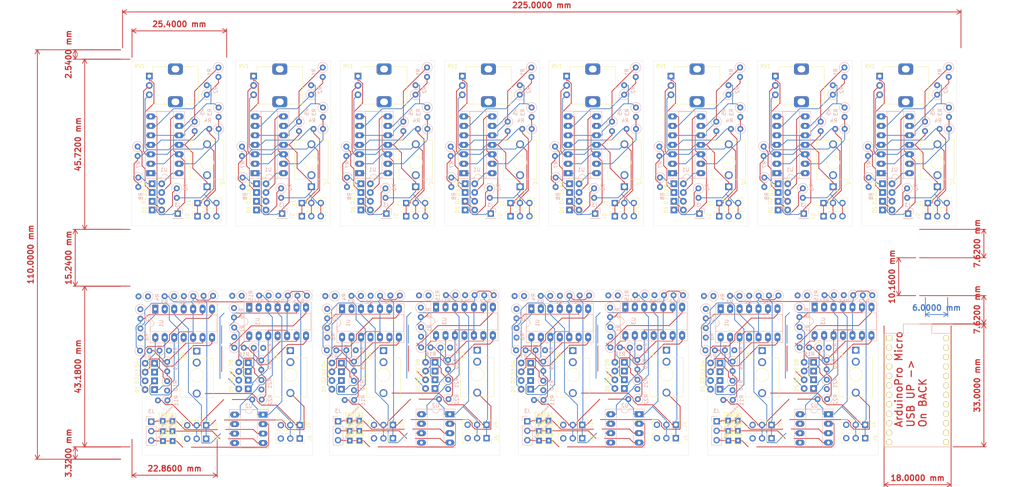
<source format=kicad_pcb>
(kicad_pcb (version 20240108) (generator "pcbnew") (generator_version "8.0")
  (title_block (title "Oblique Palette layout") (date "2024-04-05") (rev "0.3.2") (company "Oblique Industry"))
  (layers (0 "F.Cu" signal) (31 "B.Cu" signal) (34 "B.Paste" user) (35 "F.Paste" user) (36 "B.SilkS" user "B.Silkscreen") (37 "F.SilkS" user "F.Silkscreen") (38 "B.Mask" user) (39 "F.Mask" user) (44 "Edge.Cuts" user))
  (net 0 "")
  (footprint "Potentiometer_THT:Potentiometer_Alps_RK09K_Single_Vertical" (layer "F.Cu") (at 218.3632 47.7292)
    (property "Reference" "RV1")
    (property "Value" "R_Potentiometer_MountingPin")
  )
  (footprint "Connector_PinHeader_2.54mm:PinHeader_1x03_P2.54mm_Vertical" (layer "F.Cu") (at 175.2932 81.7992 90)
    (property "Reference" "J1")
    (property "Value" "Conn_01x03_Male_Pin")
  )
  (footprint "TestPoint:TestPoint_THTPad_1.5x1.5mm_Drill0.7mm" (layer "F.Cu") (at 53.965 140.38)
    (property "Reference" "TP6")
    (property "Value" "TestPoint")
  )
  (footprint "TestPoint:TestPoint_THTPad_1.5x1.5mm_Drill0.7mm" (layer "F.Cu") (at 205.7146 143.0113)
    (property "Reference" "TP5")
    (property "Value" "TestPoint")
  )
  (footprint "TestPoint:TestPoint_THTPad_1.5x1.5mm_Drill0.7mm" (layer "F.Cu") (at 56.625 145.74)
    (property "Reference" "TP4")
    (property "Value" "TestPoint")
  )
  (footprint "Potentiometer_THT:Potentiometer_Alps_RK09K_Single_Vertical" (layer "F.Cu") (at 162.3632 47.7292)
    (property "Reference" "RV1")
    (property "Value" "R_Potentiometer_MountingPin")
  )
  (footprint "LED_THT:LED_SideEmitter_Rectangular_W4.5mm_H1.6mm" (layer "F.Cu") (at 152.7046 129.4913 180)
    (property "Reference" "D2")
    (property "Value" "Blue")
  )
  (footprint "LED_THT:LED_SideEmitter_Rectangular_W4.5mm_H1.6mm" (layer "F.Cu") (at 51.775 129.59 180)
    (property "Reference" "D2")
    (property "Value" "Blue")
  )
  (footprint "Connector_Audio:Jack_3.5mm_QingPu_WQP-PJ398SM_Vertical_CircularHoles" (layer "F.Cu") (at 205.8632 77.4292 180)
    (property "Reference" "J4")
    (property "Value" "AudioJack2_SwitchT")
  )
  (footprint "Connector_PinSocket_2.54mm:PinSocket_1x03_P2.54mm_Vertical" (layer "F.Cu") (at 217.3346 145.0313 -90)
    (property "Reference" "J2")
    (property "Value" "Conn_01x03_Female_Pin")
  )
  (footprint "TestPoint:TestPoint_THTPad_1.5x1.5mm_Drill0.7mm" (layer "F.Cu") (at 104.1546 145.6413)
    (property "Reference" "TP3")
    (property "Value" "TestPoint")
  )
  (footprint "LED_THT:LED_SideEmitter_Rectangular_W4.5mm_H1.6mm" (layer "F.Cu") (at 107.1332 78.9892)
    (property "Reference" "D3")
    (property "Value" "Yellow")
  )
  (footprint "Connector_PinSocket_2.54mm:PinSocket_1x03_P2.54mm_Vertical" (layer "F.Cu") (at 166.5346 145.0313 -90)
    (property "Reference" "J2")
    (property "Value" "Conn_01x03_Female_Pin")
  )
  (footprint "LED_THT:LED_SideEmitter_Rectangular_W4.5mm_H1.6mm" (layer "F.Cu") (at 51.1332 83.6892)
    (property "Reference" "D1")
    (property "Value" "White")
  )
  (footprint "LED_THT:LED_SideEmitter_Rectangular_W4.5mm_H1.6mm" (layer "F.Cu") (at 135.1332 83.6892)
    (property "Reference" "D1")
    (property "Value" "White")
  )
  (footprint "LED_THT:LED_SideEmitter_Rectangular_W4.5mm_H1.6mm" (layer "F.Cu") (at 191.1332 78.9892)
    (property "Reference" "D3")
    (property "Value" "Yellow")
  )
  (footprint "LED_THT:LED_SideEmitter_Rectangular_W4.5mm_H1.6mm" (layer "F.Cu") (at 51.775 131.94 180)
    (property "Reference" "D1")
    (property "Value" "White")
  )
  (footprint "LED_THT:LED_SideEmitter_Rectangular_W4.5mm_H1.6mm" (layer "F.Cu") (at 177.8396 126.9513 180)
    (property "Reference" "D7")
    (property "Value" "Yellow")
  )
  (footprint "LED_THT:LED_SideEmitter_Rectangular_W4.5mm_H1.6mm" (layer "F.Cu") (at 191.1332 76.6392)
    (property "Reference" "D4")
    (property "Value" "Red")
  )
  (footprint "Arduino_ProMicroKiCad-master:ProMicro" (layer "F.Cu") (at 256.54 132.08 -90)
    (property "Reference" "REF**" (hide yes))
    (property "Value" "ProMicro")
  )
  (footprint "LED_THT:LED_SideEmitter_Rectangular_W4.5mm_H1.6mm" (layer "F.Cu") (at 135.1332 81.3392)
    (property "Reference" "D2")
    (property "Value" "Blue")
  )
  (footprint "LED_THT:LED_SideEmitter_Rectangular_W4.5mm_H1.6mm" (layer "F.Cu") (at 76.91 129.4 180)
    (property "Reference" "D6")
    (property "Value" "Blue")
  )
  (footprint "TestPoint:TestPoint_THTPad_1.5x1.5mm_Drill0.7mm" (layer "F.Cu") (at 53.985 143.11)
    (property "Reference" "TP5")
    (property "Value" "TestPoint")
  )
  (footprint "Potentiometer_THT:Potentiometer_Alps_RK09K_Single_Vertical" (layer "F.Cu") (at 246.3632 47.7292)
    (property "Reference" "RV1")
    (property "Value" "R_Potentiometer_MountingPin")
  )
  (footprint "Connector_Audio:Jack_3.5mm_QingPu_WQP-PJ398SM_Vertical_CircularHoles" (layer "F.Cu") (at 177.8632 77.4292 180)
    (property "Reference" "J4")
    (property "Value" "AudioJack2_SwitchT")
  )
  (footprint "Potentiometer_THT:Potentiometer_Alps_RK09K_Single_Vertical" (layer "F.Cu") (at 106.3632 47.7292)
    (property "Reference" "RV1")
    (property "Value" "R_Potentiometer_MountingPin")
  )
  (footprint "LED_THT:LED_SideEmitter_Rectangular_W4.5mm_H1.6mm" (layer "F.Cu") (at 135.1332 78.9892)
    (property "Reference" "D3")
    (property "Value" "Yellow")
  )
  (footprint "Connector_Audio:Jack_3.5mm_QingPu_WQP-PJ398SM_Vertical_CircularHoles" (layer "F.Cu") (at 164.0146 121.4813)
    (property "Reference" "J8")
    (property "Value" "AudioJack2_SwitchT")
  )
  (footprint "TestPoint:TestPoint_THTPad_1.5x1.5mm_Drill0.7mm" (layer "F.Cu") (at 104.0946 140.2813)
    (property "Reference" "TP6")
    (property "Value" "TestPoint")
  )
  (footprint "Connector_PinHeader_2.54mm:PinHeader_1x03_P2.54mm_Vertical" (layer "F.Cu") (at 231.2932 81.7992 90)
    (property "Reference" "J1")
    (property "Value" "Conn_01x03_Male_Pin")
  )
  (footprint "TestPoint:TestPoint_THTPad_1.5x1.5mm_Drill0.7mm" (layer "F.Cu") (at 56.555 140.38)
    (property "Reference" "TP1")
    (property "Value" "TestPoint")
  )
  (footprint "LED_THT:LED_SideEmitter_Rectangular_W4.5mm_H1.6mm" (layer "F.Cu") (at 163.1332 81.3392)
    (property "Reference" "D2")
    (property "Value" "Blue")
  )
  (footprint "LED_THT:LED_SideEmitter_Rectangular_W4.5mm_H1.6mm" (layer "F.Cu") (at 219.1332 76.6392)
    (property "Reference" "D4")
    (property "Value" "Red")
  )
  (footprint "Connector_Audio:Jack_3.5mm_QingPu_WQP-PJ398SM_Vertical_CircularHoles" (layer "F.Cu") (at 121.8632 77.4292 180)
    (property "Reference" "J4")
    (property "Value" "AudioJack2_SwitchT")
  )
  (footprint "LED_THT:LED_SideEmitter_Rectangular_W4.5mm_H1.6mm" (layer "F.Cu") (at 135.1332 76.6392)
    (property "Reference" "D4")
    (property "Value" "Red")
  )
  (footprint "Connector_Audio:Jack_3.5mm_QingPu_WQP-PJ398SM_Vertical_CircularHoles" (layer "F.Cu") (at 138.3496 121.3513)
    (property "Reference" "J7")
    (property "Value" "AudioJack2_SwitchT")
  )
  (footprint "LED_THT:LED_SideEmitter_Rectangular_W4.5mm_H1.6mm" (layer "F.Cu") (at 203.5046 129.4913 180)
    (property "Reference" "D2")
    (property "Value" "Blue")
  )
  (footprint "LED_THT:LED_SideEmitter_Rectangular_W4.5mm_H1.6mm" (layer "F.Cu") (at 51.775 124.88 180)
    (property "Reference" "D4")
    (property "Value" "Red")
  )
  (footprint "Connector_PinHeader_2.54mm:PinHeader_1x03_P2.54mm_Vertical" (layer "F.Cu") (at 259.2932 81.7992 90)
    (property "Reference" "J1")
    (property "Value" "Conn_01x03_Male_Pin")
  )
  (footprint "TestPoint:TestPoint_THTPad_1.5x1.5mm_Drill0.7mm" (layer "F.Cu") (at 205.7546 145.6413)
    (property "Reference" "TP3")
    (property "Value" "TestPoint")
  )
  (footprint "LED_THT:LED_SideEmitter_Rectangular_W4.5mm_H1.6mm" (layer "F.Cu") (at 203.5046 131.8413 180)
    (property "Reference" "D1")
    (property "Value" "White")
  )
  (footprint "LED_THT:LED_SideEmitter_Rectangular_W4.5mm_H1.6mm" (layer "F.Cu") (at 101.9046 127.1413 180)
    (property "Reference" "D3")
    (property "Value" "Yellow")
  )
  (footprint "Connector_Audio:Jack_3.5mm_QingPu_WQP-PJ398SM_Vertical_CircularHoles" (layer "F.Cu") (at 93.8632 77.4292 180)
    (property "Reference" "J4")
    (property "Value" "AudioJack2_SwitchT")
  )
  (footprint "Connector_Audio:Jack_3.5mm_QingPu_WQP-PJ398SM_Vertical_CircularHoles" (layer "F.Cu") (at 239.9496 121.3513)
    (property "Reference" "J7")
    (property "Value" "AudioJack2_SwitchT")
  )
  (footprint "LED_THT:LED_SideEmitter_Rectangular_W4.5mm_H1.6mm" (layer "F.Cu") (at 247.1332 76.6392)
    (property "Reference" "D4")
    (property "Value" "Red")
  )
  (footprint "Potentiometer_THT:Potentiometer_Alps_RK09K_Single_Vertical" (layer "F.Cu") (at 134.3632 47.7292)
    (property "Reference" "RV1")
    (property "Value" "R_Potentiometer_MountingPin")
  )
  (footprint "TestPoint:TestPoint_THTPad_1.5x1.5mm_Drill0.7mm" (layer "F.Cu") (at 106.6846 140.2813)
    (property "Reference" "TP1")
    (property "Value" "TestPoint")
  )
  (footprint "Connector_PinSocket_2.54mm:PinSocket_1x03_P2.54mm_Vertical" (layer "F.Cu") (at 90.74 145.08 -90)
    (property "Reference" "J5")
    (property "Value" "Conn_01x03_Female_Pin")
  )
  (footprint "LED_THT:LED_SideEmitter_Rectangular_W4.5mm_H1.6mm" (layer "F.Cu") (at 107.1332 81.3392)
    (property "Reference" "D2")
    (property "Value" "Blue")
  )
  (footprint "Connector_PinHeader_2.54mm:PinHeader_1x03_P2.54mm_Vertical" (layer "F.Cu") (at 166.5346 141.4313 -90)
    (property "Reference" "J1")
    (property "Value" "Conn_01x03_Male_Pin")
  )
  (footprint "LED_THT:LED_SideEmitter_Rectangular_W4.5mm_H1.6mm" (layer "F.Cu") (at 127.0396 126.9513 180)
    (property "Reference" "D7")
    (property "Value" "Yellow")
  )
  (footprint "Connector_PinSocket_2.54mm:PinSocket_1x03_P2.54mm_Vertical" (layer "F.Cu") (at 242.4696 144.9813 -90)
    (property "Reference" "J5")
    (property "Value" "Conn_01x03_Female_Pin")
  )
  (footprint "Connector_PinHeader_2.54mm:PinHeader_1x03_P2.54mm_Vertical" (layer "F.Cu") (at 191.6696 141.3813 -90)
    (property "Reference" "J4")
    (property "Value" "Conn_01x03_Male_Pin")
  )
  (footprint "LED_THT:LED_SideEmitter_Rectangular_W4.5mm_H1.6mm" (layer "F.Cu") (at 127.0396 124.6013 180)
    (property "Reference" "D8")
    (property "Value" "Red")
  )
  (footprint "Connector_Audio:Jack_3.5mm_QingPu_WQP-PJ398SM_Vertical_CircularHoles" (layer "F.Cu") (at 261.8632 77.4292 180)
    (property "Reference" "J4")
    (property "Value" "AudioJack2_SwitchT")
  )
  (footprint "LED_THT:LED_SideEmitter_Rectangular_W4.5mm_H1.6mm" (layer "F.Cu") (at 247.1332 78.9892)
    (property "Reference" "D3")
    (property "Value" "Yellow")
  )
  (footprint "Connector_PinSocket_2.54mm:PinSocket_1x03_P2.54mm_Vertical" (layer "F.Cu") (at 140.8696 144.9813 -90)
    (property "Reference" "J5")
    (property "Value" "Conn_01x03_Female_Pin")
  )
  (footprint "Potentiometer_THT:Potentiometer_Alps_RK09K_Single_Vertical" (layer "F.Cu") (at 190.3632 47.7292)
    (property "Reference" "RV1")
    (property "Value" "R_Potentiometer_MountingPin")
  )
  (footprint "LED_THT:LED_SideEmitter_Rectangular_W4.5mm_H1.6mm" (layer "F.Cu") (at 76.91 124.7 180)
    (property "Reference" "D8")
    (property "Value" "Red")
  )
  (footprint "LED_THT:LED_SideEmitter_Rectangular_W4.5mm_H1.6mm" (layer "F.Cu") (at 219.1332 78.9892)
    (property "Reference" "D3")
    (property "Value" "Yellow")
  )
  (footprint "LED_THT:LED_SideEmitter_Rectangular_W4.5mm_H1.6mm" (layer "F.Cu") (at 101.9046 124.7813 180)
    (property "Reference" "D4")
    (property "Value" "Red")
  )
  (footprint "LED_THT:LED_SideEmitter_Rectangular_W4.5mm_H1.6mm" (layer "F.Cu") (at 127.0396 131.6513 180)
    (property "Reference" "D5")
    (property "Value" "White")
  )
  (footprint "Connector_PinSocket_2.54mm:PinSocket_1x03_P2.54mm_Vertical" (layer "F.Cu") (at 175.3032 85.3692 90)
    (property "Reference" "J2")
    (property "Value" "Conn_01x03_Female_Pin")
  )
  (footprint "Connector_PinHeader_2.54mm:PinHeader_1x03_P2.54mm_Vertical" (layer "F.Cu") (at 147.2932 81.7992 90)
    (property "Reference" "J1")
    (property "Value" "Conn_01x03_Male_Pin")
  )
  (footprint "Connector_PinSocket_2.54mm:PinSocket_1x03_P2.54mm_Vertical" (layer "F.Cu") (at 147.3032 85.3692 90)
    (property "Reference" "J2")
    (property "Value" "Conn_01x03_Female_Pin")
  )
  (footprint "LED_THT:LED_SideEmitter_Rectangular_W4.5mm_H1.6mm" (layer "F.Cu") (at 177.8396 131.6513 180)
    (property "Reference" "D5")
    (property "Value" "White")
  )
  (footprint "TestPoint:TestPoint_THTPad_1.5x1.5mm_Drill0.7mm" (layer "F.Cu") (at 208.3046 143.0013)
    (property "Reference" "TP2")
    (property "Value" "TestPoint")
  )
  (footprint "LED_THT:LED_SideEmitter_Rectangular_W4.5mm_H1.6mm" (layer "F.Cu") (at 228.6396 126.9513 180)
    (property "Reference" "D7")
    (property "Value" "Yellow")
  )
  (footprint "LED_THT:LED_SideEmitter_Rectangular_W4.5mm_H1.6mm" (layer "F.Cu") (at 163.1332 76.6392)
    (property "Reference" "D4")
    (property "Value" "Red")
  )
  (footprint "TestPoint:TestPoint_THTPad_1.5x1.5mm_Drill0.7mm" (layer "F.Cu") (at 205.6946 140.2813)
    (property "Reference" "TP6")
    (property "Value" "TestPoint")
  )
  (footprint "Connector_PinHeader_2.54mm:PinHeader_1x03_P2.54mm_Vertical" (layer "F.Cu") (at 119.2932 81.7992 90)
    (property "Reference" "J1")
    (property "Value" "Conn_01x03_Male_Pin")
  )
  (footprint "LED_THT:LED_SideEmitter_Rectangular_W4.5mm_H1.6mm" (layer "F.Cu") (at 203.5046 124.7813 180)
    (property "Reference" "D4")
    (property "Value" "Red")
  )
  (footprint "LED_THT:LED_SideEmitter_Rectangular_W4.5mm_H1.6mm" (layer "F.Cu") (at 247.1332 83.6892)
    (property "Reference" "D1")
    (property "Value" "White")
  )
  (footprint "LED_THT:LED_SideEmitter_Rectangular_W4.5mm_H1.6mm" (layer "F.Cu") (at 228.6396 131.6513 180)
    (property "Reference" "D5")
    (property "Value" "White")
  )
  (footprint "TestPoint:TestPoint_THTPad_1.5x1.5mm_Drill0.7mm" (layer "F.Cu") (at 157.5546 145.6413)
    (property "Reference" "TP4")
    (property "Value" "TestPoint")
  )
  (footprint "LED_THT:LED_SideEmitter_Rectangular_W4.5mm_H1.6mm" (layer "F.Cu") (at 177.8396 129.3013 180)
    (property "Reference" "D6")
    (property "Value" "Blue")
  )
  (footprint "LED_THT:LED_SideEmitter_Rectangular_W4.5mm_H1.6mm" (layer "F.Cu") (at 79.1332 83.6892)
    (property "Reference" "D1")
    (property "Value" "White")
  )
  (footprint "TestPoint:TestPoint_THTPad_1.5x1.5mm_Drill0.7mm" (layer "F.Cu") (at 157.5046 143.0013)
    (property "Reference" "TP2")
    (property "Value" "TestPoint")
  )
  (footprint "Connector_Audio:Jack_3.5mm_QingPu_WQP-PJ398SM_Vertical_CircularHoles" (layer "F.Cu") (at 189.1496 121.3513)
    (property "Reference" "J7")
    (property "Value" "AudioJack2_SwitchT")
  )
  (footprint "LED_THT:LED_SideEmitter_Rectangular_W4.5mm_H1.6mm" (layer "F.Cu") (at 79.1332 81.3392)
    (property "Reference" "D2")
    (property "Value" "Blue")
  )
  (footprint "LED_THT:LED_SideEmitter_Rectangular_W4.5mm_H1.6mm" (layer "F.Cu") (at 152.7046 131.8413 180)
    (property "Reference" "D1")
    (property "Value" "White")
  )
  (footprint "LED_THT:LED_SideEmitter_Rectangular_W4.5mm_H1.6mm" (layer "F.Cu") (at 177.8396 124.6013 180)
    (property "Reference" "D8")
    (property "Value" "Red")
  )
  (footprint "LED_THT:LED_SideEmitter_Rectangular_W4.5mm_H1.6mm" (layer "F.Cu") (at 228.6396 129.3013 180)
    (property "Reference" "D6")
    (property "Value" "Blue")
  )
  (footprint "Potentiometer_THT:Potentiometer_Alps_RK09K_Single_Vertical" (layer "F.Cu") (at 78.3632 47.7292)
    (property "Reference" "RV1")
    (property "Value" "R_Potentiometer_MountingPin")
  )
  (footprint "TestPoint:TestPoint_THTPad_1.5x1.5mm_Drill0.7mm" (layer "F.Cu") (at 106.7046 143.0013)
    (property "Reference" "TP2")
    (property "Value" "TestPoint")
  )
  (footprint "LED_THT:LED_SideEmitter_Rectangular_W4.5mm_H1.6mm" (layer "F.Cu") (at 51.775 127.24 180)
    (property "Reference" "D3")
    (property "Value" "Yellow")
  )
  (footprint "Connector_PinSocket_2.54mm:PinSocket_1x03_P2.54mm_Vertical" (layer "F.Cu") (at 259.3032 85.3692 90)
    (property "Reference" "J2")
    (property "Value" "Conn_01x03_Female_Pin")
  )
  (footprint "Connector_PinHeader_2.54mm:PinHeader_1x03_P2.54mm_Vertical" (layer "F.Cu") (at 115.7346 141.4313 -90)
    (property "Reference" "J1")
    (property "Value" "Conn_01x03_Male_Pin")
  )
  (footprint "LED_THT:LED_SideEmitter_Rectangular_W4.5mm_H1.6mm" (layer "F.Cu") (at 219.1332 83.6892)
    (property "Reference" "D1")
    (property "Value" "White")
  )
  (footprint "TestPoint:TestPoint_THTPad_1.5x1.5mm_Drill0.7mm" (layer "F.Cu") (at 54.025 145.74)
    (property "Reference" "TP3")
    (property "Value" "TestPoint")
  )
  (footprint "Connector_PinHeader_2.54mm:PinHeader_1x03_P2.54mm_Vertical" (layer "F.Cu") (at 217.3346 141.4313 -90)
    (property "Reference" "J1")
    (property "Value" "Conn_01x03_Male_Pin")
  )
  (footprint "LED_THT:LED_SideEmitter_Rectangular_W4.5mm_H1.6mm" (layer "F.Cu") (at 247.1332 81.3392)
    (property "Reference" "D2")
    (property "Value" "Blue")
  )
  (footprint "TestPoint:TestPoint_THTPad_1.5x1.5mm_Drill0.7mm" (layer "F.Cu") (at 208.3546 145.6413)
    (property "Reference" "TP4")
    (property "Value" "TestPoint")
  )
  (footprint "LED_THT:LED_SideEmitter_Rectangular_W4.5mm_H1.6mm" (layer "F.Cu") (at 51.1332 81.3392)
    (property "Reference" "D2")
    (property "Value" "Blue")
  )
  (footprint "LED_THT:LED_SideEmitter_Rectangular_W4.5mm_H1.6mm" (layer "F.Cu") (at 228.6396 124.6013 180)
    (property "Reference" "D8")
    (property "Value" "Red")
  )
  (footprint "Connector_Audio:Jack_3.5mm_QingPu_WQP-PJ398SM_Vertical_CircularHoles" (layer "F.Cu") (at 113.2146 121.4813)
    (property "Reference" "J8")
    (property "Value" "AudioJack2_SwitchT")
  )
  (footprint "Connector_PinSocket_2.54mm:PinSocket_1x03_P2.54mm_Vertical" (layer "F.Cu") (at 63.3032 85.3692 90)
    (property "Reference" "J2")
    (property "Value" "Conn_01x03_Female_Pin")
  )
  (footprint "LED_THT:LED_SideEmitter_Rectangular_W4.5mm_H1.6mm" (layer "F.Cu") (at 76.91 131.75 180)
    (property "Reference" "D5")
    (property "Value" "White")
  )
  (footprint "LED_THT:LED_SideEmitter_Rectangular_W4.5mm_H1.6mm" (layer "F.Cu") (at 219.1332 81.3392)
    (property "Reference" "D2")
    (property "Value" "Blue")
  )
  (footprint "Connector_PinHeader_2.54mm:PinHeader_1x03_P2.54mm_Vertical" (layer "F.Cu") (at 90.74 141.48 -90)
    (property "Reference" "J4")
    (property "Value" "Conn_01x03_Male_Pin")
  )
  (footprint "TestPoint:TestPoint_THTPad_1.5x1.5mm_Drill0.7mm" (layer "F.Cu") (at 154.9146 143.0113)
    (property "Reference" "TP5")
    (property "Value" "TestPoint")
  )
  (footprint "Connector_PinSocket_2.54mm:PinSocket_1x03_P2.54mm_Vertical" (layer "F.Cu") (at 203.3032 85.3692 90)
    (property "Reference" "J2")
    (property "Value" "Conn_01x03_Female_Pin")
  )
  (footprint "Connector_PinHeader_2.54mm:PinHeader_1x03_P2.54mm_Vertical" (layer "F.Cu") (at 63.2932 81.7992 90)
    (property "Reference" "J1")
    (property "Value" "Conn_01x03_Male_Pin")
  )
  (footprint "Connector_PinSocket_2.54mm:PinSocket_1x03_P2.54mm_Vertical" (layer "F.Cu") (at 115.7346 145.0313 -90)
    (property "Reference" "J2")
    (property "Value" "Conn_01x03_Female_Pin")
  )
  (footprint "LED_THT:LED_SideEmitter_Rectangular_W4.5mm_H1.6mm" (layer "F.Cu") (at 107.1332 76.6392)
    (property "Reference" "D4")
    (property "Value" "Red")
  )
  (footprint "Connector_PinSocket_2.54mm:PinSocket_1x03_P2.54mm_Vertical" (layer "F.Cu") (at 231.3032 85.3692 90)
    (property "Reference" "J2")
    (property "Value" "Conn_01x03_Female_Pin")
  )
  (footprint "LED_THT:LED_SideEmitter_Rectangular_W4.5mm_H1.6mm" (layer "F.Cu") (at 101.9046 131.8413 180)
    (property "Reference" "D1")
    (property "Value" "White")
  )
  (footprint "Connector_PinSocket_2.54mm:PinSocket_1x03_P2.54mm_Vertical" (layer "F.Cu") (at 65.605 145.13 -90)
    (property "Reference" "J2")
    (property "Value" "Conn_01x03_Female_Pin")
  )
  (footprint "LED_THT:LED_SideEmitter_Rectangular_W4.5mm_H1.6mm" (layer "F.Cu") (at 152.7046 127.1413 180)
    (property "Reference" "D3")
    (property "Value" "Yellow")
  )
  (footprint "LED_THT:LED_SideEmitter_Rectangular_W4.5mm_H1.6mm" (layer "F.Cu") (at 127.0396 129.3013 180)
    (property "Reference" "D6")
    (property "Value" "Blue")
  )
  (footprint "TestPoint:TestPoint_THTPad_1.5x1.5mm_Drill0.7mm" (layer "F.Cu") (at 154.9546 145.6413)
    (property "Reference" "TP3")
    (property "Value" "TestPoint")
  )
  (footprint "Connector_PinHeader_2.54mm:PinHeader_1x03_P2.54mm_Vertical" (layer "F.Cu") (at 91.2932 81.7992 90)
    (property "Reference" "J1")
    (property "Value" "Conn_01x03_Male_Pin")
  )
  (footprint "TestPoint:TestPoint_THTPad_1.5x1.5mm_Drill0.7mm" (layer "F.Cu") (at 104.1146 143.0113)
    (property "Reference" "TP5")
    (property "Value" "TestPoint")
  )
  (footprint "TestPoint:TestPoint_THTPad_1.5x1.5mm_Drill0.7mm" (layer "F.Cu") (at 154.8946 140.2813)
    (property "Reference" "TP6")
    (property "Value" "TestPoint")
  )
  (footprint "LED_THT:LED_SideEmitter_Rectangular_W4.5mm_H1.6mm" (layer "F.Cu") (at 79.1332 76.6392)
    (property "Reference" "D4")
    (property "Value" "Red")
  )
  (footprint "Connector_Audio:Jack_3.5mm_QingPu_WQP-PJ398SM_Vertical_CircularHoles" (layer "F.Cu") (at 149.8632 77.4292 180)
    (property "Reference" "J4")
    (property "Value" "AudioJack2_SwitchT")
  )
  (footprint "TestPoint:TestPoint_THTPad_1.5x1.5mm_Drill0.7mm" (layer "F.Cu") (at 208.2846 140.2813)
    (property "Reference" "TP1")
    (property "Value" "TestPoint")
  )
  (footprint "TestPoint:TestPoint_THTPad_1.5x1.5mm_Drill0.7mm" (layer "F.Cu") (at 106.7546 145.6413)
    (property "Reference" "TP4")
    (property "Value" "TestPoint")
  )
  (footprint "LED_THT:LED_SideEmitter_Rectangular_W4.5mm_H1.6mm" (layer "F.Cu") (at 107.1332 83.6892)
    (property "Reference" "D1")
    (property "Value" "White")
  )
  (footprint "LED_THT:LED_SideEmitter_Rectangular_W4.5mm_H1.6mm" (layer "F.Cu") (at 51.1332 76.6392)
    (property "Reference" "D4")
    (property "Value" "Red")
  )
  (footprint "Connector_PinSocket_2.54mm:PinSocket_1x03_P2.54mm_Vertical" (layer "F.Cu") (at 191.6696 144.9813 -90)
    (property "Reference" "J5")
    (property "Value" "Conn_01x03_Female_Pin")
  )
  (footprint "TestPoint:TestPoint_THTPad_1.5x1.5mm_Drill0.7mm" (layer "F.Cu") (at 56.575 143.1)
    (property "Reference" "TP2")
    (property "Value" "TestPoint")
  )
  (footprint "Connector_Audio:Jack_3.5mm_QingPu_WQP-PJ398SM_Vertical_CircularHoles" (layer "F.Cu") (at 88.22 121.45)
    (property "Reference" "J7")
    (property "Value" "AudioJack2_SwitchT")
  )
  (footprint "LED_THT:LED_SideEmitter_Rectangular_W4.5mm_H1.6mm" (layer "F.Cu") (at 101.9046 129.4913 180)
    (property "Reference" "D2")
    (property "Value" "Blue")
  )
  (footprint "Connector_PinHeader_2.54mm:PinHeader_1x03_P2.54mm_Vertical" (layer "F.Cu") (at 65.605 141.53 -90)
    (property "Reference" "J1")
    (property "Value" "Conn_01x03_Male_Pin")
  )
  (footprint "LED_THT:LED_SideEmitter_Rectangular_W4.5mm_H1.6mm" (layer "F.Cu") (at 79.1332 78.9892)
    (property "Reference" "D3")
    (property "Value" "Yellow")
  )
  (footprint "LED_THT:LED_SideEmitter_Rectangular_W4.5mm_H1.6mm" (layer "F.Cu") (at 51.1332 78.9892)
    (property "Reference" "D3")
    (property "Value" "Yellow")
  )
  (footprint "Connector_Audio:Jack_3.5mm_QingPu_WQP-PJ398SM_Vertical_CircularHoles" (layer "F.Cu") (at 65.8632 77.4292 180)
    (property "Reference" "J4")
    (property "Value" "AudioJack2_SwitchT")
  )
  (footprint "Connector_Audio:Jack_3.5mm_QingPu_WQP-PJ398SM_Vertical_CircularHoles" (layer "F.Cu") (at 214.8146 121.4813)
    (property "Reference" "J8")
    (property "Value" "AudioJack2_SwitchT")
  )
  (footprint "LED_THT:LED_SideEmitter_Rectangular_W4.5mm_H1.6mm" (layer "F.Cu") (at 76.91 127.05 180)
    (property "Reference" "D7")
    (property "Value" "Yellow")
  )
  (footprint "LED_THT:LED_SideEmitter_Rectangular_W4.5mm_H1.6mm" (layer "F.Cu") (at 191.1332 83.6892)
    (property "Reference" "D1")
    (property "Value" "White")
  )
  (footprint "Potentiometer_THT:Potentiometer_Alps_RK09K_Single_Vertical" (layer "F.Cu") (at 50.3632 47.7292)
    (property "Reference" "RV1")
    (property "Value" "R_Potentiometer_MountingPin")
  )
  (footprint "Connector_PinHeader_2.54mm:PinHeader_1x03_P2.54mm_Vertical" (layer "F.Cu") (at 242.4696 141.3813 -90)
    (property "Reference" "J4")
    (property "Value" "Conn_01x03_Male_Pin")
  )
  (footprint "LED_THT:LED_SideEmitter_Rectangular_W4.5mm_H1.6mm" (layer "F.Cu") (at 203.5046 127.1413 180)
    (property "Reference" "D3")
    (property "Value" "Yellow")
  )
  (footprint "Connector_PinSocket_2.54mm:PinSocket_1x03_P2.54mm_Vertical" (layer "F.Cu") (at 119.3032 85.3692 90)
    (property "Reference" "J2")
    (property "Value" "Conn_01x03_Female_Pin")
  )
  (footprint "Connector_PinSocket_2.54mm:PinSocket_1x03_P2.54mm_Vertical" (layer "F.Cu") (at 91.3032 85.3692 90)
    (property "Reference" "J2")
    (property "Value" "Conn_01x03_Female_Pin")
  )
  (footprint "TestPoint:TestPoint_THTPad_1.5x1.5mm_Drill0.7mm" (layer "F.Cu") (at 157.4846 140.2813)
    (property "Reference" "TP1")
    (property "Value" "TestPoint")
  )
  (footprint "LED_THT:LED_SideEmitter_Rectangular_W4.5mm_H1.6mm" (layer "F.Cu") (at 152.7046 124.7813 180)
    (property "Reference" "D4")
    (property "Value" "Red")
  )
  (footprint "LED_THT:LED_SideEmitter_Rectangular_W4.5mm_H1.6mm" (layer "F.Cu") (at 163.1332 78.9892)
    (property "Reference" "D3")
    (property "Value" "Yellow")
  )
  (footprint "Connector_PinHeader_2.54mm:PinHeader_1x03_P2.54mm_Vertical" (layer "F.Cu") (at 203.2932 81.7992 90)
    (property "Reference" "J1")
    (property "Value" "Conn_01x03_Male_Pin")
  )
  (footprint "Connector_PinHeader_2.54mm:PinHeader_1x03_P2.54mm_Vertical" (layer "F.Cu") (at 140.8696 141.3813 -90)
    (property "Reference" "J4")
    (property "Value" "Conn_01x03_Male_Pin")
  )
  (footprint "LED_THT:LED_SideEmitter_Rectangular_W4.5mm_H1.6mm" (layer "F.Cu") (at 191.1332 81.3392)
    (property "Reference" "D2")
    (property "Value" "Blue")
  )
  (footprint "Connector_Audio:Jack_3.5mm_QingPu_WQP-PJ398SM_Vertical_CircularHoles" (layer "F.Cu") (at 233.8632 77.4292 180)
    (property "Reference" "J4")
    (property "Value" "AudioJack2_SwitchT")
  )
  (footprint "Connector_Audio:Jack_3.5mm_QingPu_WQP-PJ398SM_Vertical_CircularHoles" (layer "F.Cu") (at 63.085 121.58)
    (property "Reference" "J8")
    (property "Value" "AudioJack2_SwitchT")
  )
  (footprint "LED_THT:LED_SideEmitter_Rectangular_W4.5mm_H1.6mm" (layer "F.Cu") (at 163.1332 83.6892)
    (property "Reference" "D1")
    (property "Value" "White")
  )
  (footprint "Connector_PinSocket_2.54mm:PinSocket_1x03_P2.54mm_Vertical" (layer "B.Cu") (at 50.88 140.545 180)
    (property "Reference" "J3")
    (property "Value" "Conn_01x03_Female_Pin")
  )
  (footprint "Connector_PinSocket_2.54mm:PinSocket_1x03_P2.54mm_Vertical" (layer "B.Cu") (at 202.6096 140.4463 180)
    (property "Reference" "J3")
    (property "Value" "Conn_01x03_Female_Pin")
  )
  (footprint "Resistor_THT:R_Axial_DIN0207_L6.3mm_D2.5mm_P2.54mm_Vertical" (layer "B.Cu") (at 96.9782 61.9092 180)
    (property "Reference" "R4")
    (property "Value" "500R")
  )
  (footprint "Package_DIP:DIP-14_W7.62mm_Socket_LongPads" (layer "B.Cu") (at 51.965 110.31 -90)
    (property "Reference" "U1")
    (property "Value" "MCP6004")
  )
  (footprint "Resistor_THT:R_Axial_DIN0207_L6.3mm_D2.5mm_P2.54mm_Vertical" (layer "B.Cu") (at 225.7332 77.8792 -90)
    (property "Reference" "R6")
    (property "Value" "1k")
  )
  (footprint "Resistor_THT:R_Axial_DIN0207_L6.3mm_D2.5mm_P2.54mm_Vertical" (layer "B.Cu") (at 174.0196 109.9163 -90)
    (property "Reference" "R16")
    (property "Value" "5k")
  )
  (footprint "Connector_PinSocket_2.54mm:PinSocket_1x03_P2.54mm_Vertical" (layer "B.Cu") (at 101.0096 140.4463 180)
    (property "Reference" "J3")
    (property "Value" "Conn_01x03_Female_Pin")
  )
  (footprint "Resistor_THT:R_Axial_DIN0207_L6.3mm_D2.5mm_P2.54mm_Vertical" (layer "B.Cu") (at 149.7932 52.7092 90)
    (property "Reference" "R2")
    (property "Value" "2k")
  )
  (footprint "Resistor_THT:R_Axial_DIN0207_L6.3mm_D2.5mm_P2.54mm_Vertical" (layer "B.Cu") (at 215.2332 66.6492 -90)
    (property "Reference" "R7")
    (property "Value" "1k")
  )
  (footprint "Resistor_THT:R_Axial_DIN0207_L6.3mm_D2.5mm_P2.54mm_Vertical" (layer "B.Cu") (at 156.1446 134.7313 180)
    (property "Reference" "R11")
    (property "Value" "500")
  )
  (footprint "Resistor_THT:R_Axial_DIN0207_L6.3mm_D2.5mm_P2.54mm_Vertical" (layer "B.Cu") (at 121.7932 52.7092 90)
    (property "Reference" "R2")
    (property "Value" "2k")
  )
  (footprint "Resistor_THT:R_Axial_DIN0207_L6.3mm_D2.5mm_P2.54mm_Vertical" (layer "B.Cu") (at 128.5246 120.6513)
    (property "Reference" "R19")
    (property "Value" "1k")
  )
  (footprint "Resistor_THT:R_Axial_DIN0207_L6.3mm_D2.5mm_P2.54mm_Vertical" (layer "B.Cu") (at 105.3446 134.7313 180)
    (property "Reference" "R11")
    (property "Value" "500")
  )
  (footprint "Resistor_THT:R_Axial_DIN0207_L6.3mm_D2.5mm_P2.54mm_Vertical" (layer "B.Cu") (at 80.41 124.085 -90)
    (property "Reference" "R20")
    (property "Value" "2.5k")
  )
  (footprint "Resistor_THT:R_Axial_DIN0207_L6.3mm_D2.5mm_P2.54mm_Vertical" (layer "B.Cu") (at 85.7332 77.8792 -90)
    (property "Reference" "R6")
    (property "Value" "1k")
  )
  (footprint "Package_DIP:DIP-14_W7.62mm_Socket_LongPads" (layer "B.Cu") (at 50.7532 73.7992)
    (property "Reference" "U1")
    (property "Value" "MCP6004")
  )
  (footprint "Connector_PinHeader_2.54mm:PinHeader_1x01_P2.54mm_Vertical" (layer "B.Cu") (at 141.9932 84.6692 180)
    (property "Reference" "J3")
    (property "Value" "Conn_01x01_Pin")
  )
  (footprint "Resistor_THT:R_Axial_DIN0207_L6.3mm_D2.5mm_P2.54mm_Vertical" (layer "B.Cu") (at 206.9446 134.7313 180)
    (property "Reference" "R11")
    (property "Value" "500")
  )
  (footprint "Resistor_THT:R_Axial_DIN0207_L6.3mm_D2.5mm_P2.54mm_Vertical" (layer "B.Cu") (at 234.0996 106.5713 180)
    (property "Reference" "R14")
    (property "Value" "470R")
  )
  (footprint "Package_DIP:DIP-14_W7.62mm_Socket_LongPads" (layer "B.Cu") (at 218.7532 73.7992)
    (property "Reference" "U1")
    (property "Value" "MCP6004")
  )
  (footprint "Resistor_THT:R_Axial_DIN0207_L6.3mm_D2.5mm_P2.54mm_Vertical" (layer "B.Cu") (at 230.5332 59.9542 -90)
    (property "Reference" "R5")
    (property "Value" "1k")
  )
  (footprint "Resistor_THT:R_Axial_DIN0207_L6.3mm_D2.5mm_P2.54mm_Vertical" (layer "B.Cu") (at 123.3096 120.6013)
    (property "Reference" "R18")
    (property "Value" "2k")
  )
  (footprint "Resistor_THT:R_Axial_DIN0207_L6.3mm_D2.5mm_P2.54mm_Vertical" (layer "B.Cu") (at 177.7932 52.7092 90)
    (property "Reference" "R2")
    (property "Value" "2k")
  )
  (footprint "Connector_PinHeader_2.54mm:PinHeader_1x01_P2.54mm_Vertical" (layer "B.Cu") (at 113.9932 84.6692 180)
    (property "Reference" "J3")
    (property "Value" "Conn_01x01_Pin")
  )
  (footprint "Resistor_THT:R_Axial_DIN0207_L6.3mm_D2.5mm_P2.54mm_Vertical" (layer "B.Cu") (at 236.9782 61.9092 180)
    (property "Reference" "R4")
    (property "Value" "500R")
  )
  (footprint "Resistor_THT:R_Axial_DIN0207_L6.3mm_D2.5mm_P2.54mm_Vertical" (layer "B.Cu") (at 103.2196 121.3513)
    (property "Reference" "R8")
    (property "Value" "1k")
  )
  (footprint "Resistor_THT:R_Axial_DIN0207_L6.3mm_D2.5mm_P2.54mm_Vertical" (layer "B.Cu") (at 159.4032 74.9692 -90)
    (property "Reference" "R8")
    (property "Value" "1k")
  )
  (footprint "Resistor_THT:R_Axial_DIN0207_L6.3mm_D2.5mm_P2.54mm_Vertical" (layer "B.Cu") (at 232.2496 134.5013 180)
    (property "Reference" "R22")
    (property "Value" "500")
  )
  (footprint "Resistor_THT:R_Axial_DIN0207_L6.3mm_D2.5mm_P2.54mm_Vertical" (layer "B.Cu") (at 215.4032 74.9692 -90)
    (property "Reference" "R8")
    (property "Value" "1k")
  )
  (footprint "Package_DIP:DIP-14_W7.62mm_Socket_LongPads" (layer "B.Cu") (at 77.185 109.87 -90)
    (property "Reference" "U3")
    (property "Value" "MCP6004")
  )
  (footprint "Resistor_THT:R_Axial_DIN0207_L6.3mm_D2.5mm_P2.54mm_Vertical" (layer "B.Cu") (at 224.8196 109.9163 -90)
    (property "Reference" "R16")
    (property "Value" "5k")
  )
  (footprint "Connector_PinHeader_2.54mm:PinHeader_1x01_P2.54mm_Vertical" (layer "B.Cu") (at 197.9932 84.6692 180)
    (property "Reference" "J3")
    (property "Value" "Conn_01x01_Pin")
  )
  (footprint "Resistor_THT:R_Axial_DIN0207_L6.3mm_D2.5mm_P2.54mm_Vertical" (layer "B.Cu") (at 100.1396 106.8013 180)
    (property "Reference" "R4")
    (property "Value" "2k")
  )
  (footprint "Resistor_THT:R_Axial_DIN0207_L6.3mm_D2.5mm_P2.54mm_Vertical" (layer "B.Cu") (at 124.9032 45.4042 -90)
    (property "Reference" "R1")
    (property "Value" "5k")
  )
  (footprint "Resistor_THT:R_Axial_DIN0207_L6.3mm_D2.5mm_P2.54mm_Vertical" (layer "B.Cu") (at 82.37 106.67 180)
    (property "Reference" "R14")
    (property "Value" "470R")
  )
  (footprint "Resistor_THT:R_Axial_DIN0207_L6.3mm_D2.5mm_P2.54mm_Vertical" (layer "B.Cu") (at 174.0796 115.1613 -90)
    (property "Reference" "R17")
    (property "Value" "1k")
  )
  (footprint "Resistor_THT:R_Axial_DIN0207_L6.3mm_D2.5mm_P2.54mm_Vertical" (layer "B.Cu") (at 78.395 120.75)
    (property "Reference" "R19")
    (property "Value" "1k")
  )
  (footprint "Package_DIP:DIP-8_W7.62mm_Socket_LongPads" (layer "B.Cu") (at 232.6096 138.5613 180)
    (property "Reference" "U2")
    (property "Value" "MCP4822")
  )
  (footprint "Resistor_THT:R_Axial_DIN0207_L6.3mm_D2.5mm_P2.54mm_Vertical" (layer "B.Cu") (at 98.1046 115.4113 -90)
    (property "Reference" "R6")
    (property "Value" "1k")
  )
  (footprint "Resistor_THT:R_Axial_DIN0207_L6.3mm_D2.5mm_P2.54mm_Vertical" (layer "B.Cu") (at 199.6046 121.3813)
    (property "Reference" "R7")
    (property "Value" "2k")
  )
  (footprint "Resistor_THT:R_Axial_DIN0207_L6.3mm_D2.5mm_P2.54mm_Vertical" (layer "B.Cu") (at 180.9032 45.4042 -90)
    (property "Reference" "R1")
    (property "Value" "5k")
  )
  (footprint "Resistor_THT:R_Axial_DIN0207_L6.3mm_D2.5mm_P2.54mm_Vertical" (layer "B.Cu") (at 123.2796 115.1613 -90)
    (property "Reference" "R17")
    (property "Value" "1k")
  )
  (footprint "Resistor_THT:R_Axial_DIN0207_L6.3mm_D2.5mm_P2.54mm_Vertical" (layer "B.Cu") (at 187.4032 74.9692 -90)
    (property "Reference" "R8")
    (property "Value" "1k")
  )
  (footprint "Resistor_THT:R_Axial_DIN0207_L6.3mm_D2.5mm_P2.54mm_Vertical" (layer "B.Cu") (at 55.215 134.83 180)
    (property "Reference" "R11")
    (property "Value" "500")
  )
  (footprint "Resistor_THT:R_Axial_DIN0207_L6.3mm_D2.5mm_P2.54mm_Vertical" (layer "B.Cu") (at 53.09 121.45)
    (property "Reference" "R8")
    (property "Value" "1k")
  )
  (footprint "Resistor_THT:R_Axial_DIN0207_L6.3mm_D2.5mm_P2.54mm_Vertical" (layer "B.Cu") (at 62.5332 59.9542 -90)
    (property "Reference" "R5")
    (property "Value" "1k")
  )
  (footprint "Resistor_THT:R_Axial_DIN0207_L6.3mm_D2.5mm_P2.54mm_Vertical" (layer "B.Cu") (at 179.3246 120.6513)
    (property "Reference" "R19")
    (property "Value" "1k")
  )
  (footprint "Resistor_THT:R_Axial_DIN0207_L6.3mm_D2.5mm_P2.54mm_Vertical" (layer "B.Cu") (at 169.7332 77.8792 -90)
    (property "Reference" "R6")
    (property "Value" "1k")
  )
  (footprint "Resistor_THT:R_Axial_DIN0207_L6.3mm_D2.5mm_P2.54mm_Vertical" (layer "B.Cu") (at 230.1246 120.6513)
    (property "Reference" "R19")
    (property "Value" "1k")
  )
  (footprint "Package_DIP:DIP-14_W7.62mm_Socket_LongPads" (layer "B.Cu") (at 246.7532 73.7992)
    (property "Reference" "U1")
    (property "Value" "MCP6004")
  )
  (footprint "Resistor_THT:R_Axial_DIN0207_L6.3mm_D2.5mm_P2.54mm_Vertical" (layer "B.Cu") (at 112.2946 106.7313 180)
    (property "Reference" "R2")
    (property "Value" "1k")
  )
  (footprint "Resistor_THT:R_Axial_DIN0207_L6.3mm_D2.5mm_P2.54mm_Vertical" (layer "B.Cu") (at 124.9782 61.9092 180)
    (property "Reference" "R4")
    (property "Value" "500R")
  )
  (footprint "Resistor_THT:R_Axial_DIN0207_L6.3mm_D2.5mm_P2.54mm_Vertical" (layer "B.Cu") (at 131.2332 66.6492 -90)
    (property "Reference" "R7")
    (property "Value" "1k")
  )
  (footprint "Resistor_THT:R_Axial_DIN0207_L6.3mm_D2.5mm_P2.54mm_Vertical" (layer "B.Cu") (at 96.9532 56.1692 -90)
    (property "Reference" "R3")
    (property "Value" "2.5k")
  )
  (footprint "Resistor_THT:R_Axial_DIN0207_L6.3mm_D2.5mm_P2.54mm_Vertical" (layer "B.Cu") (at 213.8946 106.7313 180)
    (property "Reference" "R2")
    (property "Value" "1k")
  )
  (footprint "Resistor_THT:R_Axial_DIN0207_L6.3mm_D2.5mm_P2.54mm_Vertical" (layer "B.Cu") (at 208.9532 56.1692 -90)
    (property "Reference" "R3")
    (property "Value" "2.5k")
  )
  (footprint "Connector_PinHeader_2.54mm:PinHeader_1x01_P2.54mm_Vertical" (layer "B.Cu") (at 85.9932 84.6692 180)
    (property "Reference" "J3")
    (property "Value" "Conn_01x01_Pin")
  )
  (footprint "Resistor_THT:R_Axial_DIN0207_L6.3mm_D2.5mm_P2.54mm_Vertical" (layer "B.Cu") (at 148.8046 121.3813)
    (property "Reference" "R7")
    (property "Value" "2k")
  )
  (footprint "Resistor_THT:R_Axial_DIN0207_L6.3mm_D2.5mm_P2.54mm_Vertical" (layer "B.Cu") (at 163.0946 106.7313 180)
    (property "Reference" "R2")
    (property "Value" "1k")
  )
  (footprint "Resistor_THT:R_Axial_DIN0207_L6.3mm_D2.5mm_P2.54mm_Vertical" (layer "B.Cu") (at 258.5332 59.9542 -90)
    (property "Reference" "R5")
    (property "Value" "1k")
  )
  (footprint "Resistor_THT:R_Axial_DIN0207_L6.3mm_D2.5mm_P2.54mm_Vertical" (layer "B.Cu") (at 199.7046 115.4113 -90)
    (property "Reference" "R6")
    (property "Value" "1k")
  )
  (footprint "Package_DIP:DIP-14_W7.62mm_Socket_LongPads" (layer "B.Cu") (at 102.0946 110.2113 -90)
    (property "Reference" "U1")
    (property "Value" "MCP6004")
  )
  (footprint "Resistor_THT:R_Axial_DIN0207_L6.3mm_D2.5mm_P2.54mm_Vertical" (layer "B.Cu") (at 103.4032 74.9692 -90)
    (property "Reference" "R8")
    (property "Value" "1k")
  )
  (footprint "Connector_PinHeader_2.54mm:PinHeader_1x01_P2.54mm_Vertical" (layer "B.Cu") (at 225.9932 84.6692 180)
    (property "Reference" "J3")
    (property "Value" "Conn_01x01_Pin")
  )
  (footprint "Resistor_THT:R_Axial_DIN0207_L6.3mm_D2.5mm_P2.54mm_Vertical" (layer "B.Cu") (at 224.9096 120.6013)
    (property "Reference" "R18")
    (property "Value" "2k")
  )
  (footprint "Resistor_THT:R_Axial_DIN0207_L6.3mm_D2.5mm_P2.54mm_Vertical" (layer "B.Cu") (at 130.5396 123.9863 -90)
    (property "Reference" "R20")
    (property "Value" "2.5k")
  )
  (footprint "Resistor_THT:R_Axial_DIN0207_L6.3mm_D2.5mm_P2.54mm_Vertical" (layer "B.Cu") (at 47.4032 74.9692 -90)
    (property "Reference" "R8")
    (property "Value" "1k")
  )
  (footprint "Resistor_THT:R_Axial_DIN0207_L6.3mm_D2.5mm_P2.54mm_Vertical" (layer "B.Cu") (at 264.9782 61.9092 180)
    (property "Reference" "R4")
    (property "Value" "500R")
  )
  (footprint "Package_DIP:DIP-14_W7.62mm_Socket_LongPads" (layer "B.Cu") (at 178.1146 109.7713 -90)
    (property "Reference" "U3")
    (property "Value" "MCP6004")
  )
  (footprint "Resistor_THT:R_Axial_DIN0207_L6.3mm_D2.5mm_P2.54mm_Vertical" (layer "B.Cu") (at 181.3796 129.2663 -90)
    (property "Reference" "R21")
    (property "Value" "1k")
  )
  (footprint "Resistor_THT:R_Axial_DIN0207_L6.3mm_D2.5mm_P2.54mm_Vertical" (layer "B.Cu") (at 152.9032 45.4042 -90)
    (property "Reference" "R1")
    (property "Value" "5k")
  )
  (footprint "Package_DIP:DIP-14_W7.62mm_Socket_LongPads" (layer "B.Cu") (at 190.7532 73.7992)
    (property "Reference" "U1")
    (property "Value" "MCP6004")
  )
  (footprint "Resistor_THT:R_Axial_DIN0207_L6.3mm_D2.5mm_P2.54mm_Vertical" (layer "B.Cu") (at 232.1396 123.9863 -90)
    (property "Reference" "R20")
    (property "Value" "2.5k")
  )
  (footprint "Resistor_THT:R_Axial_DIN0207_L6.3mm_D2.5mm_P2.54mm_Vertical" (layer "B.Cu") (at 80.45 129.365 -90)
    (property "Reference" "R21")
    (property "Value" "1k")
  )
  (footprint "Resistor_THT:R_Axial_DIN0207_L6.3mm_D2.5mm_P2.54mm_Vertical" (layer "B.Cu") (at 156.0846 129.5613 -90)
    (property "Reference" "R10")
    (property "Value" "1k")
  )
  (footprint "Resistor_THT:R_Axial_DIN0207_L6.3mm_D2.5mm_P2.54mm_Vertical" (layer "B.Cu") (at 233.7932 52.7092 90)
    (property "Reference" "R2")
    (property "Value" "2k")
  )
  (footprint "Resistor_THT:R_Axial_DIN0207_L6.3mm_D2.5mm_P2.54mm_Vertical" (layer "B.Cu") (at 62.165 106.83 180)
    (property "Reference" "R2")
    (property "Value" "1k")
  )
  (footprint "Connector_PinSocket_2.54mm:PinSocket_1x03_P2.54mm_Vertical" (layer "B.Cu") (at 151.8096 140.4463 180)
    (property "Reference" "J3")
    (property "Value" "Conn_01x03_Female_Pin")
  )
  (footprint "Resistor_THT:R_Axial_DIN0207_L6.3mm_D2.5mm_P2.54mm_Vertical" (layer "B.Cu") (at 47.975 110.36 -90)
    (property "Reference" "R5")
    (property "Value" "5k")
  )
  (footprint "Resistor_THT:R_Axial_DIN0207_L6.3mm_D2.5mm_P2.54mm_Vertical" (layer "B.Cu") (at 159.2332 66.6492 -90)
    (property "Reference" "R7")
    (property "Value" "1k")
  )
  (footprint "Resistor_THT:R_Axial_DIN0207_L6.3mm_D2.5mm_P2.54mm_Vertical" (layer "B.Cu") (at 105.2846 124.4113 -90)
    (property "Reference" "R9")
    (property "Value" "2.5k")
  )
  (footprint "Resistor_THT:R_Axial_DIN0207_L6.3mm_D2.5mm_P2.54mm_Vertical" (layer "B.Cu") (at 50.01 106.9 180)
    (property "Reference" "R4")
    (property "Value" "2k")
  )
  (footprint "Resistor_THT:R_Axial_DIN0207_L6.3mm_D2.5mm_P2.54mm_Vertical" (layer "B.Cu") (at 152.9532 56.1692 -90)
    (property "Reference" "R3")
    (property "Value" "2.5k")
  )
  (footprint "Package_DIP:DIP-14_W7.62mm_Socket_LongPads" (layer "B.Cu") (at 152.8946 110.2113 -90)
    (property "Reference" "U1")
    (property "Value" "MCP6004")
  )
  (footprint "Resistor_THT:R_Axial_DIN0207_L6.3mm_D2.5mm_P2.54mm_Vertical" (layer "B.Cu") (at 201.7396 106.8013 180)
    (property "Reference" "R4")
    (property "Value" "2k")
  )
  (footprint "Resistor_THT:R_Axial_DIN0207_L6.3mm_D2.5mm_P2.54mm_Vertical" (layer "B.Cu") (at 156.0846 124.4113 -90)
    (property "Reference" "R9")
    (property "Value" "2.5k")
  )
  (footprint "Resistor_THT:R_Axial_DIN0207_L6.3mm_D2.5mm_P2.54mm_Vertical" (layer "B.Cu") (at 224.8796 115.1613 -90)
    (property "Reference" "R17")
    (property "Value" "1k")
  )
  (footprint "Resistor_THT:R_Axial_DIN0207_L6.3mm_D2.5mm_P2.54mm_Vertical" (layer "B.Cu") (at 197.7332 77.8792 -90)
    (property "Reference" "R6")
    (property "Value" "1k")
  )
  (footprint "Connector_PinHeader_2.54mm:PinHeader_1x01_P2.54mm_Vertical" (layer "B.Cu") (at 253.9932 84.6692 180)
    (property "Reference" "J3")
    (property "Value" "Conn_01x01_Pin")
  )
  (footprint "Resistor_THT:R_Axial_DIN0207_L6.3mm_D2.5mm_P2.54mm_Vertical" (layer "B.Cu") (at 47.2332 66.6492 -90)
    (property "Reference" "R7")
    (property "Value" "1k")
  )
  (footprint "Resistor_THT:R_Axial_DIN0207_L6.3mm_D2.5mm_P2.54mm_Vertical" (layer "B.Cu") (at 130.5796 129.2663 -90)
    (property "Reference" "R21")
    (property "Value" "1k")
  )
  (footprint "Resistor_THT:R_Axial_DIN0207_L6.3mm_D2.5mm_P2.54mm_Vertical" (layer "B.Cu") (at 261.7932 52.7092 90)
    (property "Reference" "R2")
    (property "Value" "2k")
  )
  (footprint "Resistor_THT:R_Axial_DIN0207_L6.3mm_D2.5mm_P2.54mm_Vertical" (layer "B.Cu") (at 181.3396 123.9863 -90)
    (property "Reference" "R20")
    (property "Value" "2.5k")
  )
  (footprint "Package_DIP:DIP-8_W7.62mm_Socket_LongPads" (layer "B.Cu") (at 181.8096 138.5613 180)
    (property "Reference" "U2")
    (property "Value" "MCP4822")
  )
  (footprint "Resistor_THT:R_Axial_DIN0207_L6.3mm_D2.5mm_P2.54mm_Vertical" (layer "B.Cu") (at 152.9782 61.9092 180)
    (property "Reference" "R4")
    (property "Value" "500R")
  )
  (footprint "Resistor_THT:R_Axial_DIN0207_L6.3mm_D2.5mm_P2.54mm_Vertical" (layer "B.Cu") (at 105.2846 129.5613 -90)
    (property "Reference" "R10")
    (property "Value" "1k")
  )
  (footprint "Resistor_THT:R_Axial_DIN0207_L6.3mm_D2.5mm_P2.54mm_Vertical" (layer "B.Cu") (at 148.9046 110.2613 -90)
    (property "Reference" "R5")
    (property "Value" "5k")
  )
  (footprint "Resistor_THT:R_Axial_DIN0207_L6.3mm_D2.5mm_P2.54mm_Vertical" (layer "B.Cu") (at 208.9782 61.9092 180)
    (property "Reference" "R4")
    (property "Value" "500R")
  )
  (footprint "Resistor_THT:R_Axial_DIN0207_L6.3mm_D2.5mm_P2.54mm_Vertical" (layer "B.Cu") (at 132.4996 106.5713 180)
    (property "Reference" "R14")
    (property "Value" "470R")
  )
  (footprint "Package_DIP:DIP-14_W7.62mm_Socket_LongPads" (layer "B.Cu") (at 228.9146 109.7713 -90)
    (property "Reference" "U3")
    (property "Value" "MCP6004")
  )
  (footprint "Resistor_THT:R_Axial_DIN0207_L6.3mm_D2.5mm_P2.54mm_Vertical" (layer "B.Cu") (at 75.2332 66.6492 -90)
    (property "Reference" "R7")
    (property "Value" "1k")
  )
  (footprint "Resistor_THT:R_Axial_DIN0207_L6.3mm_D2.5mm_P2.54mm_Vertical" (layer "B.Cu") (at 208.9032 45.4042 -90)
    (property "Reference" "R1")
    (property "Value" "5k")
  )
  (footprint "Resistor_THT:R_Axial_DIN0207_L6.3mm_D2.5mm_P2.54mm_Vertical" (layer "B.Cu") (at 131.4032 74.9692 -90)
    (property "Reference" "R8")
    (property "Value" "1k")
  )
  (footprint "Resistor_THT:R_Axial_DIN0207_L6.3mm_D2.5mm_P2.54mm_Vertical" (layer "B.Cu") (at 168.3946 106.6613 180)
    (property "Reference" "R1")
    (property "Value" "10k")
  )
  (footprint "Resistor_THT:R_Axial_DIN0207_L6.3mm_D2.5mm_P2.54mm_Vertical" (layer "B.Cu") (at 226.8846 106.6413 180)
    (property "Reference" "R15")
    (property "Value" "2k")
  )
  (footprint "Resistor_THT:R_Axial_DIN0207_L6.3mm_D2.5mm_P2.54mm_Vertical" (layer "B.Cu") (at 80.52 134.6 180)
    (property "Reference" "R22")
    (property "Value" "500")
  )
  (footprint "Resistor_THT:R_Axial_DIN0207_L6.3mm_D2.5mm_P2.54mm_Vertical" (layer "B.Cu") (at 47.975 115.51 -90)
    (property "Reference" "R6")
    (property "Value" "1k")
  )
  (footprint "Resistor_THT:R_Axial_DIN0207_L6.3mm_D2.5mm_P2.54mm_Vertical" (layer "B.Cu") (at 174.5332 59.9542 -90)
    (property "Reference" "R5")
    (property "Value" "1k")
  )
  (footprint "Resistor_THT:R_Axial_DIN0207_L6.3mm_D2.5mm_P2.54mm_Vertical" (layer "B.Cu") (at 142.7846 106.5913 180)
    (property "Reference" "R12")
    (property "Value" "10k")
  )
  (footprint "Package_DIP:DIP-14_W7.62mm_Socket_LongPads" (layer "B.Cu") (at 162.7532 73.7992)
    (property "Reference" "U1")
    (property "Value" "MCP6004")
  )
  (footprint "Resistor_THT:R_Axial_DIN0207_L6.3mm_D2.5mm_P2.54mm_Vertical" (layer "B.Cu") (at 67.465 106.76 180)
    (property "Reference" "R1")
    (property "Value" "10k")
  )
  (footprint "Resistor_THT:R_Axial_DIN0207_L6.3mm_D2.5mm_P2.54mm_Vertical" (layer "B.Cu") (at 176.0846 106.6413 180)
    (property "Reference" "R15")
    (property "Value" "2k")
  )
  (footprint "Package_DIP:DIP-14_W7.62mm_Socket_LongPads" (layer "B.Cu") (at 106.7532 73.7992)
    (property "Reference" "U1")
    (property "Value" "MCP6004")
  )
  (footprint "Package_DIP:DIP-14_W7.62mm_Socket_LongPads" (layer "B.Cu") (at 78.7532 73.7992)
    (property "Reference" "U1")
    (property "Value" "MCP6004")
  )
  (footprint "Resistor_THT:R_Axial_DIN0207_L6.3mm_D2.5mm_P2.54mm_Vertical" (layer "B.Cu") (at 96.9032 45.4042 -90)
    (property "Reference" "R1")
    (property "Value" "5k")
  )
  (footprint "Resistor_THT:R_Axial_DIN0207_L6.3mm_D2.5mm_P2.54mm_Vertical" (layer "B.Cu") (at 68.9782 61.9092 180)
    (property "Reference" "R4")
    (property "Value" "500R")
  )
  (footprint "Resistor_THT:R_Axial_DIN0207_L6.3mm_D2.5mm_P2.54mm_Vertical" (layer "B.Cu") (at 205.7932 52.7092 90)
    (property "Reference" "R2")
    (property "Value" "2k")
  )
  (footprint "Resistor_THT:R_Axial_DIN0207_L6.3mm_D2.5mm_P2.54mm_Vertical" (layer "B.Cu") (at 117.5946 106.6613 180)
    (property "Reference" "R1")
    (property "Value" "10k")
  )
  (footprint "Resistor_THT:R_Axial_DIN0207_L6.3mm_D2.5mm_P2.54mm_Vertical" (layer "B.Cu") (at 206.8846 129.5613 -90)
    (property "Reference" "R10")
    (property "Value" "1k")
  )
  (footprint "Resistor_THT:R_Axial_DIN0207_L6.3mm_D2.5mm_P2.54mm_Vertical" (layer "B.Cu") (at 154.0196 121.3513)
    (property "Reference" "R8")
    (property "Value" "1k")
  )
  (footprint "Resistor_THT:R_Axial_DIN0207_L6.3mm_D2.5mm_P2.54mm_Vertical" (layer "B.Cu") (at 130.6496 134.5013 180)
    (property "Reference" "R22")
    (property "Value" "500")
  )
  (footprint "Resistor_THT:R_Axial_DIN0207_L6.3mm_D2.5mm_P2.54mm_Vertical" (layer "B.Cu") (at 180.9532 56.1692 -90)
    (property "Reference" "R3")
    (property "Value" "2.5k")
  )
  (footprint "Resistor_THT:R_Axial_DIN0207_L6.3mm_D2.5mm_P2.54mm_Vertical" (layer "B.Cu") (at 219.1946 106.6613 180)
    (property "Reference" "R1")
    (property "Value" "10k")
  )
  (footprint "Resistor_THT:R_Axial_DIN0207_L6.3mm_D2.5mm_P2.54mm_Vertical" (layer "B.Cu") (at 75.4032 74.9692 -90)
    (property "Reference" "R8")
    (property "Value" "1k")
  )
  (footprint "Resistor_THT:R_Axial_DIN0207_L6.3mm_D2.5mm_P2.54mm_Vertical" (layer "B.Cu") (at 243.4032 74.9692 -90)
    (property "Reference" "R8")
    (property "Value" "1k")
  )
  (footprint "Resistor_THT:R_Axial_DIN0207_L6.3mm_D2.5mm_P2.54mm_Vertical" (layer "B.Cu") (at 232.1796 129.2663 -90)
    (property "Reference" "R21")
    (property "Value" "1k")
  )
  (footprint "Connector_PinHeader_2.54mm:PinHeader_1x01_P2.54mm_Vertical" (layer "B.Cu") (at 169.9932 84.6692 180)
    (property "Reference" "J3")
    (property "Value" "Conn_01x01_Pin")
  )
  (footprint "Resistor_THT:R_Axial_DIN0207_L6.3mm_D2.5mm_P2.54mm_Vertical" (layer "B.Cu") (at 73.09 110.015 -90)
    (property "Reference" "R16")
    (property "Value" "5k")
  )
  (footprint "Package_DIP:DIP-14_W7.62mm_Socket_LongPads" (layer "B.Cu") (at 203.6946 110.2113 -90)
    (property "Reference" "U1")
    (property "Value" "MCP6004")
  )
  (footprint "Resistor_THT:R_Axial_DIN0207_L6.3mm_D2.5mm_P2.54mm_Vertical" (layer "B.Cu") (at 73.15 115.26 -90)
    (property "Reference" "R17")
    (property "Value" "1k")
  )
  (footprint "Resistor_THT:R_Axial_DIN0207_L6.3mm_D2.5mm_P2.54mm_Vertical" (layer "B.Cu") (at 90.5332 59.9542 -90)
    (property "Reference" "R5")
    (property "Value" "1k")
  )
  (footprint "Resistor_THT:R_Axial_DIN0207_L6.3mm_D2.5mm_P2.54mm_Vertical" (layer "B.Cu") (at 87.53 106.67 180)
    (property "Reference" "R13")
    (property "Value" "1k")
  )
  (footprint "Package_DIP:DIP-14_W7.62mm_Socket_LongPads" (layer "B.Cu") (at 134.7532 73.7992)
    (property "Reference" "U1")
    (property "Value" "MCP6004")
  )
  (footprint "Resistor_THT:R_Axial_DIN0207_L6.3mm_D2.5mm_P2.54mm_Vertical" (layer "B.Cu") (at 150.9396 106.8013 180)
    (property "Reference" "R4")
    (property "Value" "2k")
  )
  (footprint "Resistor_THT:R_Axial_DIN0207_L6.3mm_D2.5mm_P2.54mm_Vertical" (layer "B.Cu") (at 148.9046 115.4113 -90)
    (property "Reference" "R6")
    (property "Value" "1k")
  )
  (footprint "Resistor_THT:R_Axial_DIN0207_L6.3mm_D2.5mm_P2.54mm_Vertical" (layer "B.Cu") (at 57.015 106.86 180)
    (property "Reference" "R3")
    (property "Value" "470R")
  )
  (footprint "Resistor_THT:R_Axial_DIN0207_L6.3mm_D2.5mm_P2.54mm_Vertical" (layer "B.Cu") (at 73.18 120.7)
    (property "Reference" "R18")
    (property "Value" "2k")
  )
  (footprint "Resistor_THT:R_Axial_DIN0207_L6.3mm_D2.5mm_P2.54mm_Vertical" (layer "B.Cu") (at 65.7932 52.7092 90)
    (property "Reference" "R2")
    (property "Value" "2k")
  )
  (footprint "Resistor_THT:R_Axial_DIN0207_L6.3mm_D2.5mm_P2.54mm_Vertical" (layer "B.Cu") (at 202.5332 59.9542 -90)
    (property "Reference" "R5")
    (property "Value" "1k")
  )
  (footprint "Resistor_THT:R_Axial_DIN0207_L6.3mm_D2.5mm_P2.54mm_Vertical" (layer "B.Cu") (at 253.7332 77.8792 -90)
    (property "Reference" "R6")
    (property "Value" "1k")
  )
  (footprint "Resistor_THT:R_Axial_DIN0207_L6.3mm_D2.5mm_P2.54mm_Vertical" (layer "B.Cu") (at 57.7332 77.8792 -90)
    (property "Reference" "R6")
    (property "Value" "1k")
  )
  (footprint "Resistor_THT:R_Axial_DIN0207_L6.3mm_D2.5mm_P2.54mm_Vertical" (layer "B.Cu") (at 187.2332 66.6492 -90)
    (property "Reference" "R7")
    (property "Value" "1k")
  )
  (footprint "Resistor_THT:R_Axial_DIN0207_L6.3mm_D2.5mm_P2.54mm_Vertical" (layer "B.Cu") (at 93.7932 52.7092 90)
    (property "Reference" "R2")
    (property "Value" "2k")
  )
  (footprint "Resistor_THT:R_Axial_DIN0207_L6.3mm_D2.5mm_P2.54mm_Vertical" (layer "B.Cu") (at 125.2846 106.6413 180)
    (property "Reference" "R15")
    (property "Value" "2k")
  )
  (footprint "Resistor_THT:R_Axial_DIN0207_L6.3mm_D2.5mm_P2.54mm_Vertical" (layer "B.Cu") (at 193.5846 106.5913 180)
    (property "Reference" "R12")
    (property "Value" "10k")
  )
  (footprint "Resistor_THT:R_Axial_DIN0207_L6.3mm_D2.5mm_P2.54mm_Vertical" (layer "B.Cu") (at 124.9532 56.1692 -90)
    (property "Reference" "R3")
    (property "Value" "2.5k")
  )
  (footprint "Resistor_THT:R_Axial_DIN0207_L6.3mm_D2.5mm_P2.54mm_Vertical" (layer "B.Cu") (at 181.4496 134.5013 180)
    (property "Reference" "R22")
    (property "Value" "500")
  )
  (footprint "Resistor_THT:R_Axial_DIN0207_L6.3mm_D2.5mm_P2.54mm_Vertical" (layer "B.Cu") (at 55.155 124.51 -90)
    (property "Reference" "R9")
    (property "Value" "2.5k")
  )
  (footprint "Resistor_THT:R_Axial_DIN0207_L6.3mm_D2.5mm_P2.54mm_Vertical" (layer "B.Cu") (at 68.9532 56.1692 -90)
    (property "Reference" "R3")
    (property "Value" "2.5k")
  )
  (footprint "Resistor_THT:R_Axial_DIN0207_L6.3mm_D2.5mm_P2.54mm_Vertical" (layer "B.Cu") (at 264.9032 45.4042 -90)
    (property "Reference" "R1")
    (property "Value" "5k")
  )
  (footprint "Resistor_THT:R_Axial_DIN0207_L6.3mm_D2.5mm_P2.54mm_Vertical" (layer "B.Cu") (at 243.2332 66.6492 -90)
    (property "Reference" "R7")
    (property "Value" "1k")
  )
  (footprint "Resistor_THT:R_Axial_DIN0207_L6.3mm_D2.5mm_P2.54mm_Vertical" (layer "B.Cu") (at 174.1096 120.6013)
    (property "Reference" "R18")
    (property "Value" "2k")
  )
  (footprint "Resistor_THT:R_Axial_DIN0207_L6.3mm_D2.5mm_P2.54mm_Vertical" (layer "B.Cu") (at 47.875 121.48)
    (property "Reference" "R7")
    (property "Value" "2k")
  )
  (footprint "Resistor_THT:R_Axial_DIN0207_L6.3mm_D2.5mm_P2.54mm_Vertical" (layer "B.Cu") (at 107.1446 106.7613 180)
    (property "Reference" "R3")
    (property "Value" "470R")
  )
  (footprint "Resistor_THT:R_Axial_DIN0207_L6.3mm_D2.5mm_P2.54mm_Vertical" (layer "B.Cu") (at 92.655 106.69 180)
    (property "Reference" "R12")
    (property "Value" "10k")
  )
  (footprint "Resistor_THT:R_Axial_DIN0207_L6.3mm_D2.5mm_P2.54mm_Vertical" (layer "B.Cu") (at 244.3846 106.5913 180)
    (property "Reference" "R12")
    (property "Value" "10k")
  )
  (footprint "Resistor_THT:R_Axial_DIN0207_L6.3mm_D2.5mm_P2.54mm_Vertical" (layer "B.Cu") (at 98.1046 110.2613 -90)
    (property "Reference" "R5")
    (property "Value" "5k")
  )
  (footprint "Resistor_THT:R_Axial_DIN0207_L6.3mm_D2.5mm_P2.54mm_Vertical" (layer "B.Cu") (at 123.2196 109.9163 -90)
    (property "Reference" "R16")
    (property "Value" "5k")
  )
  (footprint "Resistor_THT:R_Axial_DIN0207_L6.3mm_D2.5mm_P2.54mm_Vertical" (layer "B.Cu") (at 183.2996 106.5713 180)
    (property "Reference" "R14")
    (property "Value" "470R")
  )
  (footprint "Resistor_THT:R_Axial_DIN0207_L6.3mm_D2.5mm_P2.54mm_Vertical" (layer "B.Cu") (at 137.6596 106.5713 180)
    (property "Reference" "R13")
    (property "Value" "1k")
  )
  (footprint "Package_DIP:DIP-8_W7.62mm_Socket_LongPads" (layer "B.Cu") (at 80.88 138.66 180)
    (property "Reference" "U2")
    (property "Value" "MCP4822")
  )
  (footprint "Resistor_THT:R_Axial_DIN0207_L6.3mm_D2.5mm_P2.54mm_Vertical" (layer "B.Cu") (at 113.7332 77.8792 -90)
    (property "Reference" "R6")
    (property "Value" "1k")
  )
  (footprint "Resistor_THT:R_Axial_DIN0207_L6.3mm_D2.5mm_P2.54mm_Vertical" (layer "B.Cu") (at 236.9032 45.4042 -90)
    (property "Reference" "R1")
    (property "Value" "5k")
  )
  (footprint "Connector_PinHeader_2.54mm:PinHeader_1x01_P2.54mm_Vertical" (layer "B.Cu") (at 57.9932 84.6692 180)
    (property "Reference" "J3")
    (property "Value" "Conn_01x01_Pin")
  )
  (footprint "Resistor_THT:R_Axial_DIN0207_L6.3mm_D2.5mm_P2.54mm_Vertical" (layer "B.Cu") (at 204.8196 121.3513)
    (property "Reference" "R8")
    (property "Value" "1k")
  )
  (footprint "Resistor_THT:R_Axial_DIN0207_L6.3mm_D2.5mm_P2.54mm_Vertical" (layer "B.Cu") (at 118.5332 59.9542 -90)
    (property "Reference" "R5")
    (property "Value" "1k")
  )
  (footprint "Resistor_THT:R_Axial_DIN0207_L6.3mm_D2.5mm_P2.54mm_Vertical" (layer "B.Cu") (at 236.9532 56.1692 -90)
    (property "Reference" "R3")
    (property "Value" "2.5k")
  )
  (footprint "Resistor_THT:R_Axial_DIN0207_L6.3mm_D2.5mm_P2.54mm_Vertical" (layer "B.Cu") (at 103.2332 66.6492 -90)
    (property "Reference" "R7")
    (property "Value" "1k")
  )
  (footprint "Resistor_THT:R_Axial_DIN0207_L6.3mm_D2.5mm_P2.54mm_Vertical" (layer "B.Cu") (at 206.8846 124.4113 -90)
    (property "Reference" "R9")
    (property "Value" "2.5k")
  )
  (footprint "Package_DIP:DIP-14_W7.62mm_Socket_LongPads" (layer "B.Cu") (at 127.3146 109.7713 -90)
    (property "Reference" "U3")
    (property "Value" "MCP6004")
  )
  (footprint "Resistor_THT:R_Axial_DIN0207_L6.3mm_D2.5mm_P2.54mm_Vertical" (layer "B.Cu") (at 208.7446 106.7613 180)
    (property "Reference" "R3")
    (property "Value" "470R")
  )
  (footprint "Resistor_THT:R_Axial_DIN0207_L6.3mm_D2.5mm_P2.54mm_Vertical" (layer "B.Cu") (at 180.9782 61.9092 180)
    (property "Reference" "R4")
    (property "Value" "500R")
  )
  (footprint "Resistor_THT:R_Axial_DIN0207_L6.3mm_D2.5mm_P2.54mm_Vertical" (layer "B.Cu") (at 146.5332 59.9542 -90)
    (property "Reference" "R5")
    (property "Value" "1k")
  )
  (footprint "Resistor_THT:R_Axial_DIN0207_L6.3mm_D2.5mm_P2.54mm_Vertical" (layer "B.Cu") (at 75.155 106.74 180)
    (property "Reference" "R15")
    (property "Value" "2k")
  )
  (footprint "Resistor_THT:R_Axial_DIN0207_L6.3mm_D2.5mm_P2.54mm_Vertical" (layer "B.Cu") (at 264.9532 56.1692 -90)
    (property "Reference" "R3")
    (property "Value" "2.5k")
  )
  (footprint "Resistor_THT:R_Axial_DIN0207_L6.3mm_D2.5mm_P2.54mm_Vertical" (layer "B.Cu") (at 188.4596 106.5713 180)
    (property "Reference" "R13")
    (property "Value" "1k")
  )
  (footprint "Resistor_THT:R_Axial_DIN0207_L6.3mm_D2.5mm_P2.54mm_Vertical" (layer "B.Cu") (at 239.2596 106.5713 180)
    (property "Reference" "R13")
    (property "Value" "1k")
  )
  (footprint "Resistor_THT:R_Axial_DIN0207_L6.3mm_D2.5mm_P2.54mm_Vertical" (layer "B.Cu") (at 68.9032 45.4042 -90)
    (property "Reference" "R1")
    (property "Value" "5k")
  )
  (footprint "Package_DIP:DIP-8_W7.62mm_Socket_LongPads" (layer "B.Cu") (at 131.0096 138.5613 180)
    (property "Reference" "U2")
    (property "Value" "MCP4822")
  )
  (footprint "Resistor_THT:R_Axial_DIN0207_L6.3mm_D2.5mm_P2.54mm_Vertical" (layer "B.Cu") (at 157.9446 106.7613 180)
    (property "Reference" "R3")
    (property "Value" "470R")
  )
  (footprint "Resistor_THT:R_Axial_DIN0207_L6.3mm_D2.5mm_P2.54mm_Vertical" (layer "B.Cu") (at 141.7332 77.8792 -90)
    (property "Reference" "R6")
    (property "Value" "1k")
  )
  (footprint "Resistor_THT:R_Axial_DIN0207_L6.3mm_D2.5mm_P2.54mm_Vertical" (layer "B.Cu") (at 199.7046 110.2613 -90)
    (property "Reference" "R5")
    (property "Value" "5k")
  )
  (footprint "Resistor_THT:R_Axial_DIN0207_L6.3mm_D2.5mm_P2.54mm_Vertical" (layer "B.Cu") (at 55.155 129.66 -90)
    (property "Reference" "R10")
    (property "Value" "1k")
  )
  (footprint "Resistor_THT:R_Axial_DIN0207_L6.3mm_D2.5mm_P2.54mm_Vertical" (layer "B.Cu") (at 98.0046 121.3813)
    (property "Reference" "R7")
    (property "Value" "2k")
  )
  (gr_rect (start 45.5832 43.5192) (end 70.9832 88.0192) (stroke (width 0.05)) (fill none) (layer "Edge.Cuts"))
  (gr_rect (start 129.5832 43.5192) (end 154.9832 88.0192) (stroke (width 0.05)) (fill none) (layer "Edge.Cuts"))
  (gr_rect (start 241.5832 43.5192) (end 266.9832 88.0192) (stroke (width 0.05)) (fill none) (layer "Edge.Cuts"))
  (gr_rect (start 48.5 105.14) (end 94.22 149.64) (stroke (width 0.05)) (fill none) (layer "Edge.Cuts"))
  (gr_rect (start 101.5832 43.5192) (end 126.9832 88.0192) (stroke (width 0.05)) (fill none) (layer "Edge.Cuts"))
  (gr_rect (start 200.2296 105.0413) (end 245.9496 149.5413) (stroke (width 0.05)) (fill none) (layer "Edge.Cuts"))
  (gr_rect (start 73.5832 43.5192) (end 98.9832 88.0192) (stroke (width 0.05)) (fill none) (layer "Edge.Cuts"))
  (gr_rect (start 157.5832 43.5192) (end 182.9832 88.0192) (stroke (width 0.05)) (fill none) (layer "Edge.Cuts"))
  (gr_rect (start 98.6296 105.0413) (end 144.3496 149.5413) (stroke (width 0.05)) (fill none) (layer "Edge.Cuts"))
  (gr_rect (start 213.5832 43.5192) (end 238.9832 88.0192) (stroke (width 0.05)) (fill none) (layer "Edge.Cuts"))
  (gr_rect (start 149.4296 105.0413) (end 195.1496 149.5413) (stroke (width 0.05)) (fill none) (layer "Edge.Cuts"))
  (gr_rect (start 185.5832 43.5192) (end 210.9832 88.0192) (stroke (width 0.05)) (fill none) (layer "Edge.Cuts"))
  (gr_text "ArduinoPro Micro\nUSB UP ->\nOn BACK" (at 259.08 142.24 90) (layer "F.Cu") (effects (font (size 2 2) (thickness 0.3) (bold yes)) (justify left bottom)))
  (gr_text "Arduino Pin 15" (at 106.8846 136.5813 45) (layer "B.SilkS") (effects (font (size 0.5 0.5) (thickness 0.1)) (justify left bottom mirror)))
  (gr_text "Arduino Pin 2,3,5,7" (at 209.5046 140.3213 45) (layer "B.SilkS") (effects (font (size 0.5 0.5) (thickness 0.1)) (justify left bottom mirror)))
  (gr_text "Arduino Pin 16" (at 157.9846 138.9113 45) (layer "B.SilkS") (effects (font (size 0.5 0.5) (thickness 0.1)) (justify left bottom mirror)))
  (gr_text "Arduino Pin 2,3,5,7" (at 57.775 140.42 45) (layer "B.SilkS") (effects (font (size 0.5 0.5) (thickness 0.1)) (justify left bottom mirror)))
  (gr_text "Arduino Pin 2,3,5,7" (at 158.7046 140.3213 45) (layer "B.SilkS") (effects (font (size 0.5 0.5) (thickness 0.1)) (justify left bottom mirror)))
  (gr_text "Arduino Pin 2,3,5,7" (at 107.9046 140.3213 45) (layer "B.SilkS") (effects (font (size 0.5 0.5) (thickness 0.1)) (justify left bottom mirror)))
  (gr_text "Arduino Pin 16" (at 208.7846 138.9113 45) (layer "B.SilkS") (effects (font (size 0.5 0.5) (thickness 0.1)) (justify left bottom mirror)))
  (gr_text "Arduino Pin 15" (at 157.6846 136.5813 45) (layer "B.SilkS") (effects (font (size 0.5 0.5) (thickness 0.1)) (justify left bottom mirror)))
  (gr_text "Arduino Pin 15" (at 208.4846 136.5813 45) (layer "B.SilkS") (effects (font (size 0.5 0.5) (thickness 0.1)) (justify left bottom mirror)))
  (gr_text "Arduino Pin 16" (at 57.055 139.01 45) (layer "B.SilkS") (effects (font (size 0.5 0.5) (thickness 0.1)) (justify left bottom mirror)))
  (gr_text "Arduino Pin 16" (at 107.1846 138.9113 45) (layer "B.SilkS") (effects (font (size 0.5 0.5) (thickness 0.1)) (justify left bottom mirror)))
  (gr_text "Arduino Pin 15" (at 56.755 136.68 45) (layer "B.SilkS") (effects (font (size 0.5 0.5) (thickness 0.1)) (justify left bottom mirror)))
  (dimension (type aligned) (layer "F.Cu") (pts (xy 256.54 96.52) (xy 256.54 88.9)) (height 17.78) (gr_text "7.6200 mm" (at 272.52 92.71 90) (layer "F.Cu") (effects (font (size 1.5 1.5) (thickness 0.3)))) (format (prefix "") (suffix "") (units 3) (units_format 1) (precision 4)) (style (thickness 0.2) (arrow_length 1.27) (text_position_mode 0) (extension_height 0.58642) (extension_offset 0.5) keep_text_aligned))
  (dimension (type aligned) (layer "F.Cu") (pts (xy 45.72 104.14) (xy 45.72 147.32)) (height 12.7) (gr_text "43.1800 mm" (at 31.22 125.73 90) (layer "F.Cu") (effects (font (size 1.5 1.5) (thickness 0.3)))) (format (prefix "") (suffix "") (units 3) (units_format 1) (precision 4)) (style (thickness 0.2) (arrow_length 1.27) (text_position_mode 0) (extension_height 0.58642) (extension_offset 0.5) keep_text_aligned))
  (dimension (type aligned) (layer "F.Cu") (pts (xy 45.72 43.18) (xy 71.12 43.18)) (height -7.62) (gr_text "25.4000 mm" (at 58.42 33.76 0) (layer "F.Cu") (effects (font (size 1.5 1.5) (thickness 0.3)))) (format (prefix "") (suffix "") (units 3) (units_format 1) (precision 4)) (style (thickness 0.2) (arrow_length 1.27) (text_position_mode 0) (extension_height 0.58642) (extension_offset 0.5) keep_text_aligned))
  (dimension (type aligned) (layer "F.Cu") (pts (xy 43.18 147.32) (xy 43.18 150.64)) (height 12.7) (gr_text "3.3200 mm" (at 28.68 148.98 90) (layer "F.Cu") (effects (font (size 1.5 1.5) (thickness 0.3)))) (format (prefix "") (suffix "") (units 3) (units_format 1) (precision 4)) (style (thickness 0.2) (arrow_length 1.27) (text_position_mode 0) (extension_height 0.58642) (extension_offset 0.5) keep_text_aligned))
  (dimension (type aligned) (layer "F.Cu") (pts (xy 265.54 114.3) (xy 247.54 114.3)) (height -43.18) (gr_text "18.0000 mm" (at 256.54 155.68 0) (layer "F.Cu") (effects (font (size 1.5 1.5) (thickness 0.3)))) (format (prefix "") (suffix "") (units 3) (units_format 1) (precision 4)) (style (thickness 0.2) (arrow_length 1.27) (text_position_mode 0) (extension_height 0.58642) (extension_offset 0.5) keep_text_aligned))
  (dimension (type aligned) (layer "F.Cu") (pts (xy 256.54 96.52) (xy 256.54 106.68)) (height 5.08) (gr_text "10.1600 mm" (at 249.66 101.6 90) (layer "F.Cu") (effects (font (size 1.5 1.5) (thickness 0.3)))) (format (prefix "") (suffix "") (units 3) (units_format 1) (precision 4)) (style (thickness 0.2) (arrow_length 1.27) (text_position_mode 0) (extension_height 0.58642) (extension_offset 0.5) keep_text_aligned))
  (dimension (type aligned) (layer "F.Cu") (pts (xy 45.72 144.78) (xy 68.58 144.78)) (height 10.16) (gr_text "22.8600 mm" (at 57.15 153.14 0) (layer "F.Cu") (effects (font (size 1.5 1.5) (thickness 0.3)))) (format (prefix "") (suffix "") (units 3) (units_format 1) (precision 4)) (style (thickness 0.2) (arrow_length 1.27) (text_position_mode 0) (extension_height 0.58642) (extension_offset 0.5) keep_text_aligned))
  (dimension (type aligned) (layer "F.Cu") (pts (xy 43.18 40.64) (xy 43.18 150.64)) (height 22.86) (gr_text "110.0000 mm" (at 18.52 95.64 90) (layer "F.Cu") (effects (font (size 1.5 1.5) (thickness 0.3)))) (format (prefix "") (suffix "") (units 3) (units_format 1) (precision 4)) (style (thickness 0.2) (arrow_length 1.27) (text_position_mode 0) (extension_height 0.58642) (extension_offset 0.5) keep_text_aligned))
  (dimension (type aligned) (layer "F.Cu") (pts (xy 43.18 88.9) (xy 43.18 104.14)) (height 12.7) (gr_text "15.2400 mm" (at 28.68 96.52 90) (layer "F.Cu") (effects (font (size 1.5 1.5) (thickness 0.3)))) (format (prefix "") (suffix "") (units 3) (units_format 1) (precision 4)) (style (thickness 0.2) (arrow_length 1.27) (text_position_mode 0) (extension_height 0.58642) (extension_offset 0.5) keep_text_aligned))
  (dimension (type aligned) (layer "F.Cu") (pts (xy 43.18 40.64) (xy 268.18 40.64)) (height -10.16) (gr_text "225.0000 mm" (at 155.68 28.68 0) (layer "F.Cu") (effects (font (size 1.5 1.5) (thickness 0.3)))) (format (prefix "") (suffix "") (units 3) (units_format 1) (precision 4)) (style (thickness 0.2) (arrow_length 1.27) (text_position_mode 0) (extension_height 0.58642) (extension_offset 0.5) keep_text_aligned))
  (dimension (type aligned) (layer "F.Cu") (pts (xy 43.18 40.64) (xy 43.18 43.18)) (height 12.7) (gr_text "2.5400 mm" (at 28.68 41.91 90) (layer "F.Cu") (effects (font (size 1.5 1.5) (thickness 0.3)))) (format (prefix "") (suffix "") (units 3) (units_format 1) (precision 4)) (style (thickness 0.2) (arrow_length 1.27) (text_position_mode 0) (extension_height 0.58642) (extension_offset 0.5) keep_text_aligned))
  (dimension (type aligned) (layer "F.Cu") (pts (xy 45.72 43.18) (xy 45.72 88.9)) (height 12.7) (gr_text "45.7200 mm" (at 31.22 66.04 90) (layer "F.Cu") (effects (font (size 1.5 1.5) (thickness 0.3)))) (format (prefix "") (suffix "") (units 3) (units_format 1) (precision 4)) (style (thickness 0.2) (arrow_length 1.27) (text_position_mode 0) (extension_height 0.58642) (extension_offset 0.5) keep_text_aligned))
  (dimension (type aligned) (layer "F.Cu") (pts (xy 256.54 106.68) (xy 256.54 114.3)) (height -17.78) (gr_text "7.6200 mm" (at 272.52 110.49 90) (layer "F.Cu") (effects (font (size 1.5 1.5) (thickness 0.3)))) (format (prefix "") (suffix "") (units 3) (units_format 1) (precision 4)) (style (thickness 0.2) (arrow_length 1.27) (text_position_mode 0) (extension_height 0.58642) (extension_offset 0.5) keep_text_aligned))
  (dimension (type aligned) (layer "F.Cu") (pts (xy 265.54 114.3) (xy 265.54 147.3)) (height -8.78) (gr_text "33.0000 mm" (at 272.52 130.8 90) (layer "F.Cu") (effects (font (size 1.5 1.5) (thickness 0.3)))) (format (prefix "") (suffix "") (units 3) (units_format 1) (precision 4)) (style (thickness 0.2) (arrow_length 1.27) (text_position_mode 0) (extension_height 0.58642) (extension_offset 0.5) keep_text_aligned))
  (dimension (type aligned) (layer "B.Cu") (pts (xy 258.62 106.68) (xy 264.62 106.68)) (height 5.08) (gr_text "6.0000 mm" (at 261.62 109.96 0) (layer "B.Cu") (effects (font (size 1.5 1.5) (thickness 0.3)))) (format (prefix "") (suffix "") (units 3) (units_format 1) (precision 4)) (style (thickness 0.2) (arrow_length 1.27) (text_position_mode 0) (extension_height 0.58642) (extension_offset 0.5) keep_text_aligned))
  (segment (start 206.7763 143.0013) (end 206.7663 143.0113) (width 0.2) (layer "F.Cu") (net 0))
  (segment (start 176.6496 120.6013) (end 177.7513 120.6013) (width 0.2) (layer "F.Cu") (net 0))
  (segment (start 202.4582 63.5959) (end 202.5332 63.5959) (width 0.2) (layer "F.Cu") (net 0))
  (segment (start 106.7532 68.7192) (end 105.2515 68.7192) (width 0.2) (layer "F.Cu") (net 0))
  (segment (start 247.5981 49.7152) (end 247.5981 55.0053) (width 0.2) (layer "F.Cu") (net 0))
  (segment (start 203.2932 84.2075) (end 203.2932 81.7992) (width 0.2) (layer "F.Cu") (net 0))
  (segment (start 207.6753 67.8413) (end 207.6753 77.948) (width 0.2) (layer "F.Cu") (net 0))
  (segment (start 187.7906 140.8941) (end 186.8817 139.9852) (width 0.2) (layer "F.Cu") (net 0))
  (segment (start 200.8746 121.0019) (end 201.6269 120.2496) (width 0.2) (layer "F.Cu") (net 0))
  (segment (start 243.2332 69.1892) (end 243.2332 70.2909) (width 0.2) (layer "F.Cu") (net 0))
  (segment (start 202.0263 68.3306) (end 199.8749 66.1792) (width 0.2) (layer "F.Cu") (net 0))
  (segment (start 140.0146 111.273) (end 125.5046 111.273) (width 0.2) (layer "F.Cu") (net 0))
  (segment (start 233.8332 81.7992) (end 233.8332 82.9509) (width 0.2) (layer "F.Cu") (net 0))
  (segment (start 130.5796 129.2663) (end 128.6981 127.3848) (width 0.2) (layer "F.Cu") (net 0))
  (segment (start 205.7932 52.7092) (end 208.9032 49.5992) (width 0.2) (layer "F.Cu") (net 0))
  (segment (start 190.8146 111.273) (end 176.3046 111.273) (width 0.2) (layer "F.Cu") (net 0))
  (segment (start 230.5332 51.7742) (end 230.5332 59.9542) (width 0.2) (layer "F.Cu") (net 0))
  (segment (start 232.186 136.0168) (end 230.9796 134.8104) (width 0.2) (layer "F.Cu") (net 0))
  (segment (start 88.6302 105.5698) (end 91.5348 105.5698) (width 0.2) (layer "F.Cu") (net 0))
  (segment (start 131.2332 70.2909) (end 130.2815 71.2426) (width 0.2) (layer "F.Cu") (net 0))
  (segment (start 130.586 136.0168) (end 129.3796 134.8104) (width 0.2) (layer "F.Cu") (net 0))
  (segment (start 192.8213 142.4404) (end 192.666 142.5957) (width 0.2) (layer "F.Cu") (net 0))
  (segment (start 152.077 64.6497) (end 152.077 78.4037) (width 0.2) (layer "F.Cu") (net 0))
  (segment (start 231.2932 81.7992) (end 232.4449 81.7992) (width 0.2) (layer "F.Cu") (net 0))
  (segment (start 93.8332 81.7992) (end 93.8332 80.6475) (width 0.2) (layer "F.Cu") (net 0))
  (segment (start 128.6981 126.2598) (end 127.0396 124.6013) (width 0.2) (layer "F.Cu") (net 0))
  (segment (start 49.2515 57.3519) (end 49.2515 66.1792) (width 0.2) (layer "F.Cu") (net 0))
  (segment (start 264.9032 49.5992) (end 264.9032 47.9442) (width 0.2) (layer "F.Cu") (net 0))
  (segment (start 165.5946 117.8313) (end 165.5946 119.333) (width 0.2) (layer "F.Cu") (net 0))
  (segment (start 89.7546 141.3479) (end 84.5222 136.1155) (width 0.2) (layer "F.Cu") (net 0))
  (segment (start 229.9794 145.0528) (end 231.1079 146.1813) (width 0.2) (layer "F.Cu") (net 0))
  (segment (start 189.5598 105.4711) (end 192.4644 105.4711) (width 0.2) (layer "F.Cu") (net 0))
  (segment (start 180.8266 125.0928) (end 179.1334 123.3996) (width 0.2) (layer "F.Cu") (net 0))
  (segment (start 204.9341 123.9841) (end 204.5296 123.5796) (width 0.2) (layer "F.Cu") (net 0))
  (segment (start 193.3546 118.893) (end 192.533 119.7146) (width 0.2) (layer "F.Cu") (net 0))
  (segment (start 84.8715 58.5592) (end 84.0681 59.3626) (width 0.2) (layer "F.Cu") (net 0))
  (segment (start 149.7932 52.7092) (end 152.9032 49.5992) (width 0.2) (layer "F.Cu") (net 0))
  (segment (start 123.2196 112.4563) (end 124.3213 112.4563) (width 0.2) (layer "F.Cu") (net 0))
  (segment (start 217.9238 112.7238) (end 218.9346 111.713) (width 0.2) (layer "F.Cu") (net 0))
  (segment (start 52.4032 58.7075) (end 52.4032 80.0692) (width 0.2) (layer "F.Cu") (net 0))
  (segment (start 155.4763 124.4113) (end 152.4463 121.3813) (width 0.2) (layer "F.Cu") (net 0))
  (segment (start 122.4382 63.0109) (end 124.077 64.6497) (width 0.2) (layer "F.Cu") (net 0))
  (segment (start 210.2763 116.3296) (end 213.8546 116.3296) (width 0.2) (layer "F.Cu") (net 0))
  (segment (start 227.6002 123.3996) (end 227.3696 123.6302) (width 0.2) (layer "F.Cu") (net 0))
  (segment (start 166.5346 141.4313) (end 167.6863 141.4313) (width 0.2) (layer "F.Cu") (net 0))
  (segment (start 233.8432 85.3692) (end 233.8432 82.9609) (width 0.2) (layer "F.Cu") (net 0))
  (segment (start 150.0746 121.0019) (end 150.8269 120.2496) (width 0.2) (layer "F.Cu") (net 0))
  (segment (start 142.3732 63.6392) (end 140.8715 63.6392) (width 0.2) (layer "F.Cu") (net 0))
  (segment (start 202.0263 72.4516) (end 202.0263 68.3306) (width 0.2) (layer "F.Cu") (net 0))
  (segment (start 121.8432 85.3692) (end 121.8432 82.9609) (width 0.2) (layer "F.Cu") (net 0))
  (segment (start 122.1855 126.9872) (end 124.4996 129.3013) (width 0.2) (layer "F.Cu") (net 0))
  (segment (start 115.8749 66.1792) (end 118.4582 63.5959) (width 0.2) (layer "F.Cu") (net 0))
  (segment (start 208.9032 49.5992) (end 208.9032 47.9442) (width 0.2) (layer "F.Cu") (net 0))
  (segment (start 50.165 111.8117) (end 49.0767 112.9) (width 0.2) (layer "F.Cu") (net 0))
  (segment (start 103.3341 124.0437) (end 103.3341 123.9841) (width 0.2) (layer "F.Cu") (net 0))
  (segment (start 206.8846 124.4113) (end 206.2763 124.4113) (width 0.2) (layer "F.Cu") (net 0))
  (segment (start 53.2045 124.1424) (end 53.2045 124.0828) (width 0.2) (layer "F.Cu") (net 0))
  (segment (start 157.1963 129.027) (end 157.1963 133.6796) (width 0.2) (layer "F.Cu") (net 0))
  (segment (start 179.6753 67.8413) (end 179.6753 77.948) (width 0.2) (layer "F.Cu") (net 0))
  (segment (start 77.7064 114.823) (end 73.2644 119.265) (width 0.2) (layer "F.Cu") (net 0))
  (segment (start 192.533 119.7146) (end 188.4564 119.7146) (width 0.2) (layer "F.Cu") (net 0))
  (segment (start 180.1796 134.8104) (end 180.1796 134.2132) (width 0.2) (layer "F.Cu") (net 0))
  (segment (start 174.194 119.1663) (end 173.9659 119.1663) (width 0.2) (layer "F.Cu") (net 0))
  (segment (start 65.8632 76.2125) (end 65.7872 76.2125) (width 0.2) (layer "F.Cu") (net 0))
  (segment (start 231.2932 84.2075) (end 231.2932 81.7992) (width 0.2) (layer "F.Cu") (net 0))
  (segment (start 75.4032 77.5092) (end 75.4032 76.4075) (width 0.2) (layer "F.Cu") (net 0))
  (segment (start 182.546 133.4049) (end 181.4496 134.5013) (width 0.2) (layer "F.Cu") (net 0))
  (segment (start 258.4582 63.5959) (end 258.5332 63.5959) (width 0.2) (layer "F.Cu") (net 0))
  (segment (start 260.4449 81.1784) (end 260.4449 81.7992) (width 0.2) (layer "F.Cu") (net 0))
  (segment (start 261.7872 76.2125) (end 258.0263 72.4516) (width 0.2) (layer "F.Cu") (net 0))
  (segment (start 164.2549 58.5592) (end 164.4032 58.7075) (width 0.2) (layer "F.Cu") (net 0))
  (segment (start 169.9396 68.7192) (end 171.8787 70.6583) (width 0.2) (layer "F.Cu") (net 0))
  (segment (start 53.965 140.38) (end 52.1967 140.38) (width 0.2) (layer "F.Cu") (net 0))
  (segment (start 132.3946 115.8896) (end 137.4746 115.8896) (width 0.2) (layer "F.Cu") (net 0))
  (segment (start 132.5113 141.1013) (end 132.5113 146.6621) (width 0.2) (layer "F.Cu") (net 0))
  (segment (start 134.7532 68.7192) (end 133.2515 68.7192) (width 0.2) (layer "F.Cu") (net 0))
  (segment (start 115.7346 141.4313) (end 116.8863 141.4313) (width 0.2) (layer "F.Cu") (net 0))
  (segment (start 239.9496 132.7513) (end 243.6213 136.423) (width 0.2) (layer "F.Cu") (net 0))
  (segment (start 245.2515 77.1075) (end 245.2515 72.6412) (width 0.2) (layer "F.Cu") (net 0))
  (segment (start 56.2667 133.7783) (end 55.215 134.83) (width 0.2) (layer "F.Cu") (net 0))
  (segment (start 160.5146 108.7096) (end 160.9546 108.2696) (width 0.2) (layer "F.Cu") (net 0))
  (segment (start 236.9032 45.4042) (end 230.5332 51.7742) (width 0.2) (layer "F.Cu") (net 0))
  (segment (start 178.4382 61.9092) (end 178.4382 63.0109) (width 0.2) (layer "F.Cu") (net 0))
  (segment (start 152.9532 58.7092) (end 152.9532 59.8109) (width 0.2) (layer "F.Cu") (net 0))
  (segment (start 140.8696 141.3813) (end 139.8842 141.3813) (width 0.2) (layer "F.Cu") (net 0))
  (segment (start 74.37 120.4869) (end 74.37 124.7) (width 0.2) (layer "F.Cu") (net 0))
  (segment (start 176.4449 81.1784) (end 176.4449 81.7992) (width 0.2) (layer "F.Cu") (net 0))
  (segment (start 131.746 128.8344) (end 131.746 133.4049) (width 0.2) (layer "F.Cu") (net 0))
  (segment (start 135.5981 49.7152) (end 135.5981 55.0053) (width 0.2) (layer "F.Cu") (net 0))
  (segment (start 206.8846 126.9513) (end 206.8846 128.053) (width 0.2) (layer "F.Cu") (net 0))
  (segment (start 156.7046 118.56) (end 156.7046 117.1299) (width 0.2) (layer "F.Cu") (net 0))
  (segment (start 112.5786 79.0338) (end 113.7332 77.8792) (width 0.2) (layer "F.Cu") (net 0))
  (segment (start 130.1987 123.9863) (end 126.9513 120.7389) (width 0.2) (layer "F.Cu") (net 0))
  (segment (start 65.605 141.53) (end 66.7567 141.53) (width 0.2) (layer "F.Cu") (net 0))
  (segment (start 192.4032 58.7075) (end 192.4032 80.0692) (width 0.2) (layer "F.Cu") (net 0))
  (segment (start 154.1341 123.9841) (end 153.7296 123.5796) (width 0.2) (layer "F.Cu") (net 0))
  (segment (start 183.1946 115.8896) (end 188.2746 115.8896) (width 0.2) (layer "F.Cu") (net 0))
  (segment (start 191.5981 55.0053) (end 189.2515 57.3519) (width 0.2) (layer "F.Cu") (net 0))
  (segment (start 75.2332 66.9159) (end 75.2332 66.6492) (width 0.2) (layer "F.Cu") (net 0))
  (segment (start 168.3946 106.6613) (end 167.2405 107.8154) (width 0.2) (layer "F.Cu") (net 0))
  (segment (start 104.1146 143.0113) (end 105.1663 143.0113) (width 0.2) (layer "F.Cu") (net 0))
  (segment (start 217.2515 72.6412) (end 216.4063 71.796) (width 0.2) (layer "F.Cu") (net 0))
  (segment (start 149.8632 76.2125) (end 149.7872 76.2125) (width 0.2) (layer "F.Cu") (net 0))
  (segment (start 217.2515 68.3662) (end 216.8065 67.9212) (width 0.2) (layer "F.Cu") (net 0))
  (segment (start 103.4032 77.5092) (end 103.4032 76.4075) (width 0.2) (layer "F.Cu") (net 0))
  (segment (start 263.6753 67.8413) (end 263.6753 77.948) (width 0.2) (layer "F.Cu") (net 0))
  (segment (start 106.7532 58.5592) (end 108.2549 58.5592) (width 0.2) (layer "F.Cu") (net 0))
  (segment (start 142.5546 117.3913) (end 142.5546 118.893) (width 0.2) (layer "F.Cu") (net 0))
  (segment (start 215.9463 140.6168) (end 215.9463 141.4313) (width 0.2) (layer "F.Cu") (net 0))
  (segment (start 56.625 145.74) (end 54.025 145.74) (width 0.2) (layer "F.Cu") (net 0))
  (segment (start 85.9396 68.7192) (end 84.8715 67.6511) (width 0.2) (layer "F.Cu") (net 0))
  (segment (start 123.6753 67.8413) (end 123.6753 77.948) (width 0.2) (layer "F.Cu") (net 0))
  (segment (start 191.6696 141.3813) (end 190.6842 141.3813) (width 0.2) (layer "F.Cu") (net 0))
  (segment (start 163.9946 141.4313) (end 162.8429 141.4313) (width 0.2) (layer "F.Cu") (net 0))
  (segment (start 150.1646 129.4913) (end 148.949 128.2757) (width 0.2) (layer "F.Cu") (net 0))
  (segment (start 88.9737 114.823) (end 77.7064 114.823) (width 0.2) (layer "F.Cu") (net 0))
  (segment (start 47.2332 70.2909) (end 46.2815 71.2426) (width 0.2) (layer "F.Cu") (net 0))
  (segment (start 63.2932 84.2075) (end 63.2932 81.7992) (width 0.2) (layer "F.Cu") (net 0))
  (segment (start 138.1449 84.9276) (end 140.5786 82.4939) (width 0.2) (layer "F.Cu") (net 0))
  (segment (start 110.3107 112.7238) (end 116.3238 112.7238) (width 0.2) (layer "F.Cu") (net 0))
  (segment (start 75.8652 118.9917) (end 74.37 120.4869) (width 0.2) (layer "F.Cu") (net 0))
  (segment (start 163.9946 141.4313) (end 165.1463 141.4313) (width 0.2) (layer "F.Cu") (net 0))
  (segment (start 237.2329 118.893) (end 232.1396 123.9863) (width 0.2) (layer "F.Cu") (net 0))
  (segment (start 55.775 118.6587) (end 55.775 117.2286) (width 0.2) (layer "F.Cu") (net 0))
  (segment (start 208.9782 61.9092) (end 208.9782 59.8359) (width 0.2) (layer "F.Cu") (net 0))
  (segment (start 135.1332 78.9892) (end 133.2515 77.1075) (width 0.2) (layer "F.Cu") (net 0))
  (segment (start 133.2515 72.6412) (end 132.4063 71.796) (width 0.2) (layer "F.Cu") (net 0))
  (segment (start 98.149 123.7293) (end 99.2746 122.6037) (width 0.2) (layer "F.Cu") (net 0))
  (segment (start 188.4063 68.089) (end 187.2332 66.9159) (width 0.2) (layer "F.Cu") (net 0))
  (segment (start 75.375 111.3717) (end 74.1917 112.555) (width 0.2) (layer "F.Cu") (net 0))
  (segment (start 67.6753 77.948) (end 64.4449 81.1784) (width 0.2) (layer "F.Cu") (net 0))
  (segment (start 226.3732 63.6392) (end 224.8715 63.6392) (width 0.2) (layer "F.Cu") (net 0))
  (segment (start 170.3732 66.1792) (end 171.8749 66.1792) (width 0.2) (layer "F.Cu") (net 0))
  (segment (start 245.2515 68.7192) (end 245.2515 68.3662) (width 0.2) (layer "F.Cu") (net 0))
  (segment (start 152.3832 85.3692) (end 152.3832 84.2175) (width 0.2) (layer "F.Cu") (net 0))
  (segment (start 231.3032 84.2175) (end 231.2932 84.2075) (width 0.2) (layer "F.Cu") (net 0))
  (segment (start 233.8782 125.0928) (end 231.6266 125.0928) (width 0.2) (layer "F.Cu") (net 0))
  (segment (start 115.8787 81.632) (end 113.9932 83.5175) (width 0.2) (layer "F.Cu") (net 0))
  (segment (start 80.4032 58.7075) (end 80.4032 80.0692) (width 0.2) (layer "F.Cu") (net 0))
  (segment (start 220.2834 142.5913) (end 211.6463 142.5913) (width 0.2) (layer "F.Cu") (net 0))
  (segment (start 148.4449 81.1784) (end 148.4449 81.7992) (width 0.2) (layer "F.Cu") (net 0))
  (segment (start 206.4702 135.833) (end 208.3131 135.833) (width 0.2) (layer "F.Cu") (net 0))
  (segment (start 143.8787 70.6583) (end 143.8787 81.632) (width 0.2) (layer "F.Cu") (net 0))
  (segment (start 205.7828 127.0595) (end 205.7828 128.4595) (width 0.2) (layer "F.Cu") (net 0))
  (segment (start 53.985 143.11) (end 55.0367 143.11) (width 0.2) (layer "F.Cu") (net 0))
  (segment (start 130.0266 125.0928) (end 128.3334 123.3996) (width 0.2) (layer "F.Cu") (net 0))
  (segment (start 224.994 119.1663) (end 224.7659 119.1663) (width 0.2) (layer "F.Cu") (net 0))
  (segment (start 104.4063 71.796) (end 104.4063 68.089) (width 0.2) (layer "F.Cu") (net 0))
  (segment (start 244.8065 67.9212) (end 244.8065 51.7859) (width 0.2) (layer "F.Cu") (net 0))
  (segment (start 162.7532 58.5592) (end 164.2549 58.5592) (width 0.2) (layer "F.Cu") (net 0))
  (segment (start 88.22 132.85) (end 91.8917 136.5217) (width 0.2) (layer "F.Cu") (net 0))
  (segment (start 189.2515 68.7192) (end 189.2515 68.3662) (width 0.2) (layer "F.Cu") (net 0))
  (segment (start 177.8632 76.2125) (end 177.7872 76.2125) (width 0.2) (layer "F.Cu") (net 0))
  (segment (start 147.3032 85.3692) (end 147.3032 84.2175) (width 0.2) (layer "F.Cu") (net 0))
  (segment (start 124.9532 58.7092) (end 124.9532 59.8109) (width 0.2) (layer "F.Cu") (net 0))
  (segment (start 152.9032 49.5992) (end 152.9032 47.9442) (width 0.2) (layer "F.Cu") (net 0))
  (segment (start 218.9346 119.333) (end 218.268 119.9996) (width 0.2) (layer "F.Cu") (net 0))
  (segment (start 229.6477 132.8813) (end 217.0896 132.8813) (width 0.2) (layer "F.Cu") (net 0))
  (segment (start 264.3832 84.2175) (end 264.3732 84.2075) (width 0.2) (layer "F.Cu") (net 0))
  (segment (start 149.8632 66.0292) (end 151.6753 67.8413) (width 0.2) (layer "F.Cu") (net 0))
  (segment (start 238.5906 141.7465) (end 238.5906 140.8941) (width 0.2) (layer "F.Cu") (net 0))
  (segment (start 105.4223 128.053) (end 106.3963 129.027) (width 0.2) (layer "F.Cu") (net 0))
  (segment (start 85.9932 84.6692) (end 85.9932 83.5175) (width 0.2) (layer "F.Cu") (net 0))
  (segment (start 51.5981 49.7152) (end 51.5981 55.0053) (width 0.2) (layer "F.Cu") (net 0))
  (segment (start 228.5513 120.7389) (end 228.5513 120.6013) (width 0.2) (layer "F.Cu") (net 0))
  (segment (start 208.077 64.6497) (end 208.077 78.4037) (width 0.2) (layer "F.Cu") (net 0))
  (segment (start 154.7063 134.8691) (end 155.6702 135.833) (width 0.2) (layer "F.Cu") (net 0))
  (segment (start 142.3732 58.5592) (end 140.8715 58.5592) (width 0.2) (layer "F.Cu") (net 0))
  (segment (start 164.1787 107.8154) (end 163.0946 106.7313) (width 0.2) (layer "F.Cu") (net 0))
  (segment (start 181.3396 123.9863) (end 180.9987 123.9863) (width 0.2) (layer "F.Cu") (net 0))
  (segment (start 215.2332 70.2909) (end 214.2815 71.2426) (width 0.2) (layer "F.Cu") (net 0))
  (segment (start 87.53 106.67) (end 88.6302 105.5698) (width 0.2) (layer "F.Cu") (net 0))
  (segment (start 56.7174 125.6206) (end 54.6827 125.6206) (width 0.2) (layer "F.Cu") (net 0))
  (segment (start 189.2515 72.6412) (end 188.4063 71.796) (width 0.2) (layer "F.Cu") (net 0))
  (segment (start 254.3732 66.1792) (end 255.8749 66.1792) (width 0.2) (layer "F.Cu") (net 0))
  (segment (start 132.2782 125.0928) (end 130.0266 125.0928) (width 0.2) (layer "F.Cu") (net 0))
  (segment (start 133.2515 68.7192) (end 133.2515 68.3662) (width 0.2) (layer "F.Cu") (net 0))
  (segment (start 206.2763 124.4113) (end 203.2463 121.3813) (width 0.2) (layer "F.Cu") (net 0))
  (segment (start 230.4582 63.5959) (end 230.5332 63.5959) (width 0.2) (layer "F.Cu") (net 0))
  (segment (start 78.7532 68.7192) (end 77.2515 68.7192) (width 0.2) (layer "F.Cu") (net 0))
  (segment (start 63.065 141.53) (end 61.9133 141.53) (width 0.2) (layer "F.Cu") (net 0))
  (segment (start 79.25 134.3119) (end 77.9181 132.98) (width 0.2) (layer "F.Cu") (net 0))
  (segment (start 137.1995 84.9276) (end 138.1449 84.9276) (width 0.2) (layer "F.Cu") (net 0))
  (segment (start 50.3632 48.9309) (end 50.8138 48.9309) (width 0.2) (layer "F.Cu") (net 0))
  (segment (start 49.2515 68.3662) (end 48.8065 67.9212) (width 0.2) (layer "F.Cu") (net 0))
  (segment (start 199.8787 70.6583) (end 199.8787 81.632) (width 0.2) (layer "F.Cu") (net 0))
  (segment (start 211.3146 110.2113) (end 211.3146 108.7096) (width 0.2) (layer "F.Cu") (net 0))
  (segment (start 180.3079 143.6413) (end 179.1929 142.5263) (width 0.2) (layer "F.Cu") (net 0))
  (segment (start 56.2667 129.1257) (end 56.2667 133.7783) (width 0.2) (layer "F.Cu") (net 0))
  (segment (start 135.6329 118.893) (end 130.5396 123.9863) (width 0.2) (layer "F.Cu") (net 0))
  (segment (start 202.6096 140.4463) (end 203.7613 140.4463) (width 0.2) (layer "F.Cu") (net 0))
  (segment (start 78.3632 47.7292) (end 78.3632 48.9309) (width 0.2) (layer "F.Cu") (net 0))
  (segment (start 170.7105 120.1467) (end 170.7105 126.9872) (width 0.2) (layer "F.Cu") (net 0))
  (segment (start 152.7046 124.7813) (end 154.9828 127.0595) (width 0.2) (layer "F.Cu") (net 0))
  (segment (start 178.636 114.7243) (end 174.194 119.1663) (width 0.2) (layer "F.Cu") (net 0))
  (segment (start 196.8715 67.6511) (end 196.8715 63.6392) (width 0.2) (layer "F.Cu") (net 0))
  (segment (start 208.7746 117.8313) (end 210.2763 116.3296) (width 0.2) (layer "F.Cu") (net 0))
  (segment (start 157.5546 145.6413) (end 154.9546 145.6413) (width 0.2) (layer "F.Cu") (net 0))
  (segment (start 236.2518 136.0168) (end 232.186 136.0168) (width 0.2) (layer "F.Cu") (net 0))
  (segment (start 91.2932 81.7992) (end 92.4449 81.7992) (width 0.2) (layer "F.Cu") (net 0))
  (segment (start 93.8632 66.0292) (end 95.6753 67.8413) (width 0.2) (layer "F.Cu") (net 0))
  (segment (start 47.2332 66.9159) (end 47.2332 66.6492) (width 0.2) (layer "F.Cu") (net 0))
  (segment (start 202.1446 121.3813) (end 203.2463 121.3813) (width 0.2) (layer "F.Cu") (net 0))
  (segment (start 65.8432 82.9609) (end 65.8332 82.9509) (width 0.2) (layer "F.Cu") (net 0))
  (segment (start 157.1963 133.6796) (end 156.1446 134.7313) (width 0.2) (layer "F.Cu") (net 0))
  (segment (start 78.2633 142.625) (end 70.8938 142.625) (width 0.2) (layer "F.Cu") (net 0))
  (segment (start 153.1263 140.2813) (end 152.9613 140.4463) (width 0.2) (layer "F.Cu") (net 0))
  (segment (start 202.5332 51.7742) (end 202.5332 59.9542) (width 0.2) (layer "F.Cu") (net 0))
  (segment (start 172.9855 126.9872) (end 175.2996 129.3013) (width 0.2) (layer "F.Cu") (net 0))
  (segment (start 118.4582 63.5959) (end 118.5332 63.5959) (width 0.2) (layer "F.Cu") (net 0))
  (segment (start 218.8138 48.9309) (end 219.5981 49.7152) (width 0.2) (layer "F.Cu") (net 0))
  (segment (start 264.3732 84.2075) (end 264.3732 81.7992) (width 0.2) (layer "F.Cu") (net 0))
  (segment (start 264.9532 58.7092) (end 264.9532 59.8109) (width 0.2) (layer "F.Cu") (net 0))
  (segment (start 220.4032 80.0692) (end 221.6732 81.3392) (width 0.2) (layer "F.Cu") (net 0))
  (segment (start 236.077 78.4037) (end 233.8332 80.6475) (width 0.2) (layer "F.Cu") (net 0))
  (segment (start 214.2815 71.2426) (end 214.2815 75.5141) (width 0.2) (layer "F.Cu") (net 0))
  (segment (start 165.5946 110.2113) (end 165.5946 111.713) (width 0.2) (layer "F.Cu") (net 0))
  (segment (start 114.3732 63.6392) (end 112.8715 63.6392) (width 0.2) (layer "F.Cu") (net 0))
  (segment (start 154.9828 127.0595) (end 154.9828 128.4595) (width 0.2) (layer "F.Cu") (net 0))
  (segment (start 96.077 78.4037) (end 93.8332 80.6475) (width 0.2) (layer "F.Cu") (net 0))
  (segment (start 66.1942 112.8225) (end 67.205 111.8117) (width 0.2) (layer "F.Cu") (net 0))
  (segment (start 152.9613 142.9863) (end 152.9863 143.0113) (width 0.2) (layer "F.Cu") (net 0))
  (segment (start 245.2515 68.3662) (end 244.8065 67.9212) (width 0.2) (layer "F.Cu") (net 0))
  (segment (start 68.9782 59.8359) (end 68.9532 59.8109) (width 0.2) (layer "F.Cu") (net 0))
  (segment (start 79.3783 143.74) (end 78.2633 142.625) (width 0.2) (layer "F.Cu") (net 0))
  (segment (start 261.7932 52.7092) (end 264.9032 49.5992) (width 0.2) (layer "F.Cu") (net 0))
  (segment (start 169.4834 142.5913) (end 160.8463 142.5913) (width 0.2) (layer "F.Cu") (net 0))
  (segment (start 48.8065 67.9212) (end 48.8065 51.7859) (width 0.2) (layer "F.Cu") (net 0))
  (segment (start 229.7096 134.5013) (end 224.3368 134.5013) (width 0.2) (layer "F.Cu") (net 0))
  (segment (start 168.5786 79.0338) (end 169.7332 77.8792) (width 0.2) (layer "F.Cu") (net 0))
  (segment (start 233.346 133.4049) (end 232.2496 134.5013) (width 0.2) (layer "F.Cu") (net 0))
  (segment (start 236.9782 61.9092) (end 236.9782 59.8359) (width 0.2) (layer "F.Cu") (net 0))
  (segment (start 113.9932 84.6692) (end 113.9932 83.5175) (width 0.2) (layer "F.Cu") (net 0))
  (segment (start 106.6846 140.2813) (end 104.0946 140.2813) (width 0.2) (layer "F.Cu") (net 0))
  (segment (start 136.0817 139.9852) (end 120.6074 139.9852) (width 0.2) (layer "F.Cu") (net 0))
  (segment (start 101.9046 124.7813) (end 104.1828 127.0595) (width 0.2) (layer "F.Cu") (net 0))
  (segment (start 62.0263 72.4516) (end 62.0263 68.3306) (width 0.2) (layer "F.Cu") (net 0))
  (segment (start 81.1995 84.9276) (end 82.1449 84.9276) (width 0.2) (layer "F.Cu") (net 0))
  (segment (start 52.4034 84.1315) (end 53.1995 84.9276) (width 0.2) (layer "F.Cu") (net 0))
  (segment (start 93.8432 82.9609) (end 93.8332 82.9509) (width 0.2) (layer "F.Cu") (net 0))
  (segment (start 102.2815 71.2426) (end 102.2815 75.5141) (width 0.2) (layer "F.Cu") (net 0))
  (segment (start 109.485 147.32) (end 107.8063 145.6413) (width 0.2) (layer "F.Cu") (net 0))
  (segment (start 79.897 125.1915) (end 78.2038 123.4983) (width 0.2) (layer "F.Cu") (net 0))
  (segment (start 160.285 147.32) (end 158.6063 145.6413) (width 0.2) (layer "F.Cu") (net 0))
  (segment (start 224.0681 76.5943) (end 221.6732 78.9892) (width 0.2) (layer "F.Cu") (net 0))
  (segment (start 234.4382 61.9092) (end 234.4382 63.0109) (width 0.2) (layer "F.Cu") (net 0))
  (segment (start 203.3032 84.2175) (end 203.2932 84.2075) (width 0.2) (layer "F.Cu") (net 0))
  (segment (start 261.8632 66.0292) (end 263.6753 67.8413) (width 0.2) (layer "F.Cu") (net 0))
  (segment (start 122.4382 61.9092) (end 122.4382 63.0109) (width 0.2) (layer "F.Cu") (net 0))
  (segment (start 162.3632 47.7292) (end 162.3632 48.9309) (width 0.2) (layer "F.Cu") (net 0))
  (segment (start 95.6753 77.948) (end 92.4449 81.1784) (width 0.2) (layer "F.Cu") (net 0))
  (segment (start 258.5332 51.7742) (end 258.5332 59.9542) (width 0.2) (layer "F.Cu") (net 0))
  (segment (start 91.5348 105.5698) (end 92.655 106.69) (width 0.2) (layer "F.Cu") (net 0))
  (segment (start 159.2332 66.9159) (end 159.2332 66.6492) (width 0.2) (layer "F.Cu") (net 0))
  (segment (start 207.0223 128.053) (end 207.9963 129.027) (width 0.2) (layer "F.Cu") (net 0))
  (segment (start 205.8332 81.7992) (end 205.8332 82.9509) (width 0.2) (layer "F.Cu") (net 0))
  (segment (start 104.1828 128.4595) (end 105.2846 129.5613) (width 0.2) (layer "F.Cu") (net 0))
  (segment (start 89.885 118.9917) (end 85.5033 118.9917) (width 0.2) (layer "F.Cu") (net 0))
  (segment (start 63.3032 84.2175) (end 63.2932 84.2075) (width 0.2) (layer "F.Cu") (net 0))
  (segment (start 205.7146 143.0113) (end 206.7663 143.0113) (width 0.2) (layer "F.Cu") (net 0))
  (segment (start 62.5332 51.7742) (end 62.5332 59.9542) (width 0.2) (layer "F.Cu") (net 0))
  (segment (start 230.0263 72.4516) (end 230.0263 68.3306) (width 0.2) (layer "F.Cu") (net 0))
  (segment (start 77.2515 68.3662) (end 76.8065 67.9212) (width 0.2) (layer "F.Cu") (net 0))
  (segment (start 218.9346 117.8313) (end 218.9346 119.333) (width 0.2) (layer "F.Cu") (net 0))
  (segment (start 102.2815 75.5141) (end 103.1749 76.4075) (width 0.2) (layer "F.Cu") (net 0))
  (segment (start 203.9263 140.2813) (end 203.7613 140.4463) (width 0.2) (layer "F.Cu") (net 0))
  (segment (start 180.077 78.4037) (end 177.8332 80.6475) (width 0.2) (layer "F.Cu") (net 0))
  (segment (start 117.3346 110.2113) (end 117.3346 111.713) (width 0.2) (layer "F.Cu") (net 0))
  (segment (start 125.7696 123.6302) (end 125.7696 125.6813) (width 0.2) (layer "F.Cu") (net 0))
  (segment (start 199.7046 112.8013) (end 200.8063 112.8013) (width 0.2) (layer "F.Cu") (net 0))
  (segment (start 227.1046 111.273) (end 225.9213 112.4563) (width 0.2) (layer "F.Cu") (net 0))
  (segment (start 236.9532 58.7092) (end 236.9532 59.8109) (width 0.2) (layer "F.Cu") (net 0))
  (segment (start 51.5981 55.0053) (end 49.2515 57.3519) (width 0.2) (layer "F.Cu") (net 0))
  (segment (start 89.885 117.49) (end 89.885 118.9917) (width 0.2) (layer "F.Cu") (net 0))
  (segment (start 63.2491 107.9141) (end 62.165 106.83) (width 0.2) (layer "F.Cu") (net 0))
  (segment (start 106.7046 143.0013) (end 105.1763 143.0013) (width 0.2) (layer "F.Cu") (net 0))
  (segment (start 193.3546 117.3913) (end 193.3546 118.893) (width 0.2) (layer "F.Cu") (net 0))
  (segment (start 174.5332 62.4942) (end 174.5332 63.5959) (width 0.2) (layer "F.Cu") (net 0))
  (segment (start 213.9693 119.9996) (end 208.447 125.5219) (width 0.2) (layer "F.Cu") (net 0))
  (segment (start 140.0146 118.893) (end 135.6329 118.893) (width 0.2) (layer "F.Cu") (net 0))
  (segment (start 220.3484 142.5263) (end 220.2834 142.5913) (width 0.2) (layer "F.Cu") (net 0))
  (segment (start 124.4996 120.3882) (end 124.4996 124.6013) (width 0.2) (layer "F.Cu") (net 0))
  (segment (start 103.2332 70.2909) (end 102.2815 71.2426) (width 0.2) (layer "F.Cu") (net 0))
  (segment (start 59.9167 142.69) (end 57.6067 140.38) (width 0.2) (layer "F.Cu") (net 0))
  (segment (start 218.3632 47.7292) (end 218.3632 48.9309) (width 0.2) (layer "F.Cu") (net 0))
  (segment (start 104.215 120.2496) (end 105.9046 118.56) (width 0.2) (layer "F.Cu") (net 0))
  (segment (start 255.8787 81.632) (end 253.9932 83.5175) (width 0.2) (layer "F.Cu") (net 0))
  (segment (start 203.7863 143.0113) (end 205.7146 143.0113) (width 0.2) (layer "F.Cu") (net 0))
  (segment (start 108.6763 116.3296) (end 112.2546 116.3296) (width 0.2) (layer "F.Cu") (net 0))
  (segment (start 243.466 142.5957) (end 239.4398 142.5957) (width 0.2) (layer "F.Cu") (net 0))
  (segment (start 176.3046 111.273) (end 175.1213 112.4563) (width 0.2) (layer "F.Cu") (net 0))
  (segment (start 187.2332 66.9159) (end 187.2332 66.6492) (width 0.2) (layer "F.Cu") (net 0))
  (segment (start 224.8715 67.6511) (end 224.8715 63.6392) (width 0.2) (layer "F.Cu") (net 0))
  (segment (start 168.8715 58.5592) (end 168.0681 59.3626) (width 0.2) (layer "F.Cu") (net 0))
  (segment (start 64.665 117.93) (end 64.665 119.4317) (width 0.2) (layer "F.Cu") (net 0))
  (segment (start 180.077 64.6497) (end 180.077 78.4037) (width 0.2) (layer "F.Cu") (net 0))
  (segment (start 137.6564 119.7146) (end 132.2782 125.0928) (width 0.2) (layer "F.Cu") (net 0))
  (segment (start 243.4032 77.5092) (end 243.4032 76.4075) (width 0.2) (layer "F.Cu") (net 0))
  (segment (start 119.2932 81.7992) (end 120.4449 81.7992) (width 0.2) (layer "F.Cu") (net 0))
  (segment (start 68.077 64.6497) (end 68.077 78.4037) (width 0.2) (layer "F.Cu") (net 0))
  (segment (start 172.5047 145.0528) (end 179.1794 145.0528) (width 0.2) (layer "F.Cu") (net 0))
  (segment (start 232.1796 129.2663) (end 230.2981 127.3848) (width 0.2) (layer "F.Cu") (net 0))
  (segment (start 125.7696 125.6813) (end 124.4996 126.9513) (width 0.2) (layer "F.Cu") (net 0))
  (segment (start 231.6266 125.0928) (end 229.9334 123.3996) (width 0.2) (layer "F.Cu") (net 0))
  (segment (start 86.861 140.9928) (end 85.9521 140.0839) (width 0.2) (layer "F.Cu") (net 0))
  (segment (start 124.3832 85.3692) (end 124.3832 84.2175) (width 0.2) (layer "F.Cu") (net 0))
  (segment (start 80.4034 82.6094) (end 80.4034 84.1315) (width 0.2) (layer "F.Cu") (net 0))
  (segment (start 55.775 117.2286) (end 60.1811 112.8225) (width 0.2) (layer "F.Cu") (net 0))
  (segment (start 160.8065 67.9212) (end 160.8065 51.7859) (width 0.2) (layer "F.Cu") (net 0))
  (segment (start 217.2515 77.1075) (end 217.2515 72.6412) (width 0.2) (layer "F.Cu") (net 0))
  (segment (start 50.88 145.625) (end 52.0317 145.625) (width 0.2) (layer "F.Cu") (net 0))
  (segment (start 192.4032 80.0692) (end 193.6732 81.3392) (width 0.2) (layer "F.Cu") (net 0))
  (segment (start 54.5467 124.51) (end 51.5167 121.48) (width 0.2) (layer "F.Cu") (net 0))
  (segment (start 46.2815 75.5141) (end 47.1749 76.4075) (width 0.2) (layer "F.Cu") (net 0))
  (segment (start 159.2332 69.1892) (end 159.2332 70.2909) (width 0.2) (layer "F.Cu") (net 0))
  (segment (start 98.1046 112.8013) (end 99.2063 112.8013) (width 0.2) (layer "F.Cu") (net 0))
  (segment (start 128.3794 145.0528) (end 129.5079 146.1813) (width 0.2) (layer "F.Cu") (net 0))
  (segment (start 154.7063 134.7313) (end 154.7063 134.8691) (width 0.2) (layer "F.Cu") (net 0))
  (segment (start 186.8817 139.9852) (end 171.4074 139.9852) (width 0.2) (layer "F.Cu") (net 0))
  (segment (start 193.3546 109.7713) (end 193.3546 111.273) (width 0.2) (layer "F.Cu") (net 0))
  (segment (start 214.2815 75.5141) (end 215.1749 76.4075) (width 0.2) (layer "F.Cu") (net 0))
  (segment (start 233.9946 115.8896) (end 239.0746 115.8896) (width 0.2) (layer "F.Cu") (net 0))
  (segment (start 204.4046 134.7313) (end 205.5063 134.7313) (width 0.2) (layer "F.Cu") (net 0))
  (segment (start 146.0263 68.3306) (end 143.8749 66.1792) (width 0.2) (layer "F.Cu") (net 0))
  (segment (start 181.386 136.0168) (end 180.1796 134.8104) (width 0.2) (layer "F.Cu") (net 0))
  (segment (start 124.9032 45.4042) (end 118.5332 51.7742) (width 0.2) (layer "F.Cu") (net 0))
  (segment (start 208.9532 58.7092) (end 208.9532 59.8109) (width 0.2) (layer "F.Cu") (net 0))
  (segment (start 168.8715 67.6511) (end 168.8715 63.6392) (width 0.2) (layer "F.Cu") (net 0))
  (segment (start 90.74 141.48) (end 89.7546 141.48) (width 0.2) (layer "F.Cu") (net 0))
  (segment (start 174.5332 51.7742) (end 174.5332 59.9542) (width 0.2) (layer "F.Cu") (net 0))
  (segment (start 80.88 143.74) (end 79.3783 143.74) (width 0.2) (layer "F.Cu") (net 0))
  (segment (start 239.2596 106.5713) (end 240.3598 105.4711) (width 0.2) (layer "F.Cu") (net 0))
  (segment (start 152.3732 84.2075) (end 152.3732 81.7992) (width 0.2) (layer "F.Cu") (net 0))
  (segment (start 180.3732 84.2075) (end 180.3732 81.7992) (width 0.2) (layer "F.Cu") (net 0))
  (segment (start 201.8946 111.713) (end 200.8063 112.8013) (width 0.2) (layer "F.Cu") (net 0))
  (segment (start 165.1463 140.6168) (end 165.1463 141.4313) (width 0.2) (layer "F.Cu") (net 0))
  (segment (start 205.8432 82.9609) (end 205.8332 82.9509) (width 0.2) (layer "F.Cu") (net 0))
  (segment (start 231.3032 85.3692) (end 231.3032 84.2175) (width 0.2) (layer "F.Cu") (net 0))
  (segment (start 48.8065 51.7859) (end 50.3632 50.2292) (width 0.2) (layer "F.Cu") (net 0))
  (segment (start 133.2515 57.3519) (end 133.2515 66.1792) (width 0.2) (layer "F.Cu") (net 0))
  (segment (start 124.9782 59.8359) (end 124.9532 59.8109) (width 0.2) (layer "F.Cu") (net 0))
  (segment (start 238.5906 140.8941) (end 237.6817 139.9852) (width 0.2) (layer "F.Cu") (net 0))
  (segment (start 76.8217 120.8376) (end 76.8217 120.7) (width 0.2) (layer "F.Cu") (net 0))
  (segment (start 62.2397 120.0983) (end 56.7174 125.6206) (width 0.2) (layer "F.Cu") (net 0))
  (segment (start 191.1332 78.9892) (end 189.2515 77.1075) (width 0.2) (layer "F.Cu") (net 0))
  (segment (start 227.8749 66.1792) (end 230.4582 63.5959) (width 0.2) (layer "F.Cu") (net 0))
  (segment (start 56.555 140.38) (end 57.6067 140.38) (width 0.2) (layer "F.Cu") (net 0))
  (segment (start 147.2932 84.2075) (end 147.2932 81.7992) (width 0.2) (layer "F.Cu") (net 0))
  (segment (start 126.9513 120.7389) (end 126.9513 120.6013) (width 0.2) (layer "F.Cu") (net 0))
  (segment (start 160.4063 71.796) (end 160.4063 68.089) (width 0.2) (layer "F.Cu") (net 0))
  (segment (start 244.1546 111.273) (end 240.7033 114.7243) (width 0.2) (layer "F.Cu") (net 0))
  (segment (start 216.3946 117.8313) (end 216.3946 119.333) (width 0.2) (layer "F.Cu") (net 0))
  (segment (start 190.8146 118.893) (end 186.4329 118.893) (width 0.2) (layer "F.Cu") (net 0))
  (segment (start 103.9063 134.7313) (end 103.9063 134.8691) (width 0.2) (layer "F.Cu") (net 0))
  (segment (start 92.425 118.9917) (end 91.6034 119.8133) (width 0.2) (layer "F.Cu") (net 0))
  (segment (start 242.4696 141.3813) (end 241.4842 141.3813) (width 0.2) (layer "F.Cu") (net 0))
  (segment (start 243.333 119.7146) (end 239.2564 119.7146) (width 0.2) (layer "F.Cu") (net 0))
  (segment (start 232.6096 141.1013) (end 234.1113 141.1013) (width 0.2) (layer "F.Cu") (net 0))
  (segment (start 177.7513 120.7389) (end 177.7513 120.6013) (width 0.2) (layer "F.Cu") (net 0))
  (segment (start 142.5546 118.893) (end 141.733 119.7146) (width 0.2) (layer "F.Cu") (net 0))
  (segment (start 102.3263 140.2813) (end 102.1613 140.4463) (width 0.2) (layer "F.Cu") (net 0))
  (segment (start 203.2932 81.7992) (end 204.4449 81.7992) (width 0.2) (layer "F.Cu") (net 0))
  (segment (start 76.4063 71.796) (end 76.4063 68.089) (width 0.2) (layer "F.Cu") (net 0))
  (segment (start 205.815 120.2496) (end 207.5046 118.56) (width 0.2) (layer "F.Cu") (net 0))
  (segment (start 215.2332 69.1892) (end 215.2332 70.2909) (width 0.2) (layer "F.Cu") (net 0))
  (segment (start 117.3782 143.0013) (end 119.4297 145.0528) (width 0.2) (layer "F.Cu") (net 0))
  (segment (start 243.2332 70.2909) (end 242.2815 71.2426) (width 0.2) (layer "F.Cu") (net 0))
  (segment (start 255.8787 70.6583) (end 255.8787 81.632) (width 0.2) (layer "F.Cu") (net 0))
  (segment (start 254.3732 58.5592) (end 252.8715 58.5592) (width 0.2) (layer "F.Cu") (net 0))
  (segment (start 74.2815 71.2426) (end 74.2815 75.5141) (width 0.2) (layer "F.Cu") (net 0))
  (segment (start 208.3046 143.0013) (end 218.9782 143.0013) (width 0.2) (layer "F.Cu") (net 0))
  (segment (start 220.4034 84.1315) (end 221.1995 84.9276) (width 0.2) (layer "F.Cu") (net 0))
  (segment (start 214.7946 141.4313) (end 213.6429 141.4313) (width 0.2) (layer "F.Cu") (net 0))
  (segment (start 218.268 119.9996) (end 213.9693 119.9996) (width 0.2) (layer "F.Cu") (net 0))
  (segment (start 85.9396 68.7192) (end 87.8787 70.6583) (width 0.2) (layer "F.Cu") (net 0))
  (segment (start 160.8065 51.7859) (end 162.3632 50.2292) (width 0.2) (layer "F.Cu") (net 0))
  (segment (start 129.5079 143.6413) (end 128.3929 142.5263) (width 0.2) (layer "F.Cu") (net 0))
  (segment (start 118.0263 72.4516) (end 118.0263 68.3306) (width 0.2) (layer "F.Cu") (net 0))
  (segment (start 54.0532 127.1582) (end 54.0532 128.5582) (width 0.2) (layer "F.Cu") (net 0))
  (segment (start 177.8632 66.0292) (end 179.6753 67.8413) (width 0.2) (layer "F.Cu") (net 0))
  (segment (start 204.5296 123.5796) (end 202.4652 123.5796) (width 0.2) (layer "F.Cu") (net 0))
  (segment (start 118.3324 139.9852) (end 116.8863 141.4313) (width 0.2) (layer "F.Cu") (net 0))
  (segment (start 216.3946 111.713) (end 201.8946 111.713) (width 0.2) (layer "F.Cu") (net 0))
  (segment (start 68.9532 58.7092) (end 68.9532 59.8109) (width 0.2) (layer "F.Cu") (net 0))
  (segment (start 176.8002 123.3996) (end 176.5696 123.6302) (width 0.2) (layer "F.Cu") (net 0))
  (segment (start 136.9906 141.7465) (end 136.9906 140.8941) (width 0.2) (layer "F.Cu") (net 0))
  (segment (start 177.7932 52.7092) (end 180.9032 49.5992) (width 0.2) (layer "F.Cu") (net 0))
  (segment (start 186.4329 118.893) (end 181.3396 123.9863) (width 0.2) (layer "F.Cu") (net 0))
  (segment (start 178.8477 132.8813) (end 166.2896 132.8813) (width 0.2) (layer "F.Cu") (net 0))
  (segment (start 75.64 125.78) (end 74.37 127.05) (width 0.2) (layer "F.Cu") (net 0))
  (segment (start 62.5332 62.4942) (end 62.5332 63.5959) (width 0.2) (layer "F.Cu") (net 0))
  (segment (start 208.3131 135.833) (end 213.6429 141.1628) (width 0.2) (layer "F.Cu") (net 0))
  (segment (start 264.3832 85.3692) (end 264.3832 84.2175) (width 0.2) (layer "F.Cu") (net 0))
  (segment (start 252.5786 82.4939) (end 252.5786 79.0338) (width 0.2) (layer "F.Cu") (net 0))
  (segment (start 142.5546 109.7713) (end 142.5546 111.273) (width 0.2) (layer "F.Cu") (net 0))
  (segment (start 112.8715 67.6511) (end 112.8715 63.6392) (width 0.2) (layer "F.Cu") (net 0))
  (segment (start 50.7532 58.5592) (end 52.2549 58.5592) (width 0.2) (layer "F.Cu") (net 0))
  (segment (start 157.4846 140.2813) (end 154.8946 140.2813) (width 0.2) (layer "F.Cu") (net 0))
  (segment (start 148.9046 112.8013) (end 150.0063 112.8013) (width 0.2) (layer "F.Cu") (net 0))
  (segment (start 104.1546 145.6413) (end 102.2763 145.6413) (width 0.2) (layer "F.Cu") (net 0))
  (segment (start 244.1546 118.893) (end 243.333 119.7146) (width 0.2) (layer "F.Cu") (net 0))
  (segment (start 147.3032 84.2175) (end 147.2932 84.2075) (width 0.2) (layer "F.Cu") (net 0))
  (segment (start 182.6534 147.32) (end 162.56 147.32) (width 0.2) (layer "F.Cu") (net 0))
  (segment (start 261.8332 81.7992) (end 261.8332 80.6475) (width 0.2) (layer "F.Cu") (net 0))
  (segment (start 248.4032 80.0692) (end 249.6732 81.3392) (width 0.2) (layer "F.Cu") (net 0))
  (segment (start 118.5332 62.4942) (end 118.5332 63.5959) (width 0.2) (layer "F.Cu") (net 0))
  (segment (start 112.4296 108.2696) (end 134.9346 108.2696) (width 0.2) (layer "F.Cu") (net 0))
  (segment (start 59.8787 70.6583) (end 59.8787 81.632) (width 0.2) (layer "F.Cu") (net 0))
  (segment (start 206.4123 125.5219) (end 204.9341 124.0437) (width 0.2) (layer "F.Cu") (net 0))
  (segment (start 68.9782 61.9092) (end 68.9782 59.8359) (width 0.2) (layer "F.Cu") (net 0))
  (segment (start 53.7767 134.9678) (end 54.7406 135.9317) (width 0.2) (layer "F.Cu") (net 0))
  (segment (start 219.1332 78.9892) (end 217.2515 77.1075) (width 0.2) (layer "F.Cu") (net 0))
  (segment (start 48.0194 128.3744) (end 48.0194 123.828) (width 0.2) (layer "F.Cu") (net 0))
  (segment (start 69.7809 120.2454) (end 69.7809 127.0859) (width 0.2) (layer "F.Cu") (net 0))
  (segment (start 85.9521 140.0839) (end 70.4778 140.0839) (width 0.2) (layer "F.Cu") (net 0))
  (segment (start 233.9946 117.3913) (end 233.9946 115.8896) (width 0.2) (layer "F.Cu") (net 0))
  (segment (start 208.447 125.5219) (end 206.4123 125.5219) (width 0.2) (layer "F.Cu") (net 0))
  (segment (start 113.9396 68.7192) (end 115.8787 70.6583) (width 0.2) (layer "F.Cu") (net 0))
  (segment (start 169.5484 142.5263) (end 169.4834 142.5913) (width 0.2) (layer "F.Cu") (net 0))
  (segment (start 233.8632 77.4292) (end 233.8632 76.2125) (width 0.2) (layer "F.Cu") (net 0))
  (segment (start 151.8096 145.5263) (end 152.9613 145.5263) (width 0.2) (layer "F.Cu") (net 0))
  (segment (start 93.7932 52.7092) (end 96.9032 49.5992) (width 0.2) (layer "F.Cu") (net 0))
  (segment (start 117.3346 117.8313) (end 117.3346 119.333) (width 0.2) (layer "F.Cu") (net 0))
  (segment (start 52.4032 80.0692) (end 53.6732 81.3392) (width 0.2) (layer "F.Cu") (net 0))
  (segment (start 140.8715 58.5592) (end 140.0681 59.3626) (width 0.2) (layer "F.Cu") (net 0))
  (segment (start 151.0946 111.713) (end 150.0063 112.8013) (width 0.2) (layer "F.Cu") (net 0))
  (segment (start 211.9107 112.7238) (end 217.9238 112.7238) (width 0.2) (layer "F.Cu") (net 0))
  (segment (start 101.0096 142.9863) (end 102.1613 142.9863) (width 0.2) (layer "F.Cu") (net 0))
  (segment (start 208.3046 143.0013) (end 206.7763 143.0013) (width 0.2) (layer "F.Cu") (net 0))
  (segment (start 154.9828 128.4595) (end 156.0846 129.5613) (width 0.2) (layer "F.Cu") (net 0))
  (segment (start 180.1796 134.2132) (end 178.8477 132.8813) (width 0.2) (layer "F.Cu") (net 0))
  (segment (start 233.346 128.8344) (end 233.346 133.4049) (width 0.2) (layer "F.Cu") (net 0))
  (segment (start 96.077 64.6497) (end 96.077 78.4037) (width 0.2) (layer "F.Cu") (net 0))
  (segment (start 49.235 129.59) (end 48.0194 128.3744) (width 0.2) (layer "F.Cu") (net 0))
  (segment (start 192.4644 105.4711) (end 193.5846 106.5913) (width 0.2) (layer "F.Cu") (net 0))
  (segment (start 57.9932 84.6692) (end 57.9932 83.5175) (width 0.2) (layer "F.Cu") (net 0))
  (segment (start 87.5268 119.8133) (end 82.1486 125.1915) (width 0.2) (layer "F.Cu") (net 0))
  (segment (start 104.8065 67.9212) (end 104.8065 51.7859) (width 0.2) (layer "F.Cu") (net 0))
  (segment (start 233.8632 76.2125) (end 233.7872 76.2125) (width 0.2) (layer "F.Cu") (net 0))
  (segment (start 95.6753 67.8413) (end 95.6753 77.948) (width 0.2) (layer "F.Cu") (net 0))
  (segment (start 230.5332 62.4942) (end 230.5332 63.5959) (width 0.2) (layer "F.Cu") (net 0))
  (segment (start 181.3396 127.628) (end 182.546 128.8344) (width 0.2) (layer "F.Cu") (net 0))
  (segment (start 219.5981 49.7152) (end 219.5981 55.0053) (width 0.2) (layer "F.Cu") (net 0))
  (segment (start 164.4034 82.6094) (end 164.4034 84.1315) (width 0.2) (layer "F.Cu") (net 0))
  (segment (start 247.5981 55.0053) (end 245.2515 57.3519) (width 0.2) (layer "F.Cu") (net 0))
  (segment (start 125.9948 118.893) (end 124.4996 120.3882) (width 0.2) (layer "F.Cu") (net 0))
  (segment (start 80.2549 58.5592) (end 80.4032 58.7075) (width 0.2) (layer "F.Cu") (net 0))
  (segment (start 188.2746 117.3913) (end 188.2746 115.8896) (width 0.2) (layer "F.Cu") (net 0))
  (segment (start 232.6096 143.6413) (end 231.1079 143.6413) (width 0.2) (layer "F.Cu") (net 0))
  (segment (start 236.3732 84.2075) (end 236.3732 81.7992) (width 0.2) (layer "F.Cu") (net 0))
  (segment (start 171.8749 66.1792) (end 174.4582 63.5959) (width 0.2) (layer "F.Cu") (net 0))
  (segment (start 164.4032 80.0692) (end 165.6732 81.3392) (width 0.2) (layer "F.Cu") (net 0))
  (segment (start 262.4382 61.9092) (end 262.4382 63.0109) (width 0.2) (layer "F.Cu") (net 0))
  (segment (start 127.836 114.7243) (end 123.394 119.1663) (width 0.2) (layer "F.Cu") (net 0))
  (segment (start 53.1995 84.9276) (end 54.1449 84.9276) (width 0.2) (layer "F.Cu") (net 0))
  (segment (start 158.2815 75.5141) (end 159.1749 76.4075) (width 0.2) (layer "F.Cu") (net 0))
  (segment (start 55.155 127.05) (end 55.155 128.1517) (width 0.2) (layer "F.Cu") (net 0))
  (segment (start 130.5396 126.5263) (end 130.5396 127.628) (width 0.2) (layer "F.Cu") (net 0))
  (segment (start 175.2996 120.3882) (end 175.2996 124.6013) (width 0.2) (layer "F.Cu") (net 0))
  (segment (start 141.733 119.7146) (end 137.6564 119.7146) (width 0.2) (layer "F.Cu") (net 0))
  (segment (start 82.3817 141.2) (end 82.3817 146.7608) (width 0.2) (layer "F.Cu") (net 0))
  (segment (start 107.5981 49.7152) (end 107.5981 55.0053) (width 0.2) (layer "F.Cu") (net 0))
  (segment (start 244.4063 71.796) (end 244.4063 68.089) (width 0.2) (layer "F.Cu") (net 0))
  (segment (start 227.3696 123.6302) (end 227.3696 125.6813) (width 0.2) (layer "F.Cu") (net 0))
  (segment (start 236.3832 85.3692) (end 236.3832 84.2175) (width 0.2) (layer "F.Cu") (net 0))
  (segment (start 159.4032 77.5092) (end 159.4032 76.4075) (width 0.2) (layer "F.Cu") (net 0))
  (segment (start 250.1449 84.9276) (end 252.5786 82.4939) (width 0.2) (layer "F.Cu") (net 0))
  (segment (start 168.0681 59.3626) (end 168.0681 76.5943) (width 0.2) (layer "F.Cu") (net 0))
  (segment (start 232.1396 127.628) (end 233.346 128.8344) (width 0.2) (layer "F.Cu") (net 0))
  (segment (start 113.3787 107.8154) (end 112.2946 106.7313) (width 0.2) (layer "F.Cu") (net 0))
  (segment (start 125.5046 111.273) (end 124.3213 112.4563) (width 0.2) (layer "F.Cu") (net 0))
  (segment (start 156.0846 126.9513) (end 156.0846 128.053) (width 0.2) (layer "F.Cu") (net 0))
  (segment (start 156.0846 128.053) (end 156.2223 128.053) (width 0.2) (layer "F.Cu") (net 0))
  (segment (start 161.2515 68.7192) (end 161.2515 68.3662) (width 0.2) (layer "F.Cu") (net 0))
  (segment (start 146.5332 62.4942) (end 146.5332 63.5959) (width 0.2) (layer "F.Cu") (net 0))
  (segment (start 179.6753 77.948) (end 176.4449 81.1784) (width 0.2) (layer "F.Cu") (net 0))
  (segment (start 89.885 109.87) (end 89.885 111.3717) (width 0.2) (layer "F.Cu") (net 0))
  (segment (start 103.1749 76.4075) (end 103.4032 76.4075) (width 0.2) (layer "F.Cu") (net 0))
  (segment (start 167.2405 107.8154) (end 164.1787 107.8154) (width 0.2) (layer "F.Cu") (net 0))
  (segment (start 163.5981 55.0053) (end 161.2515 57.3519) (width 0.2) (layer "F.Cu") (net 0))
  (segment (start 119.2932 84.2075) (end 119.2932 81.7992) (width 0.2) (layer "F.Cu") (net 0))
  (segment (start 82.3817 146.7608) (end 81.7238 147.4187) (width 0.2) (layer "F.Cu") (net 0))
  (segment (start 113.1946 141.4313) (end 112.0429 141.4313) (width 0.2) (layer "F.Cu") (net 0))
  (segment (start 169.9396 68.7192) (end 168.8715 67.6511) (width 0.2) (layer "F.Cu") (net 0))
  (segment (start 239.4398 142.5957) (end 238.5906 141.7465) (width 0.2) (layer "F.Cu") (net 0))
  (segment (start 180.3832 84.2175) (end 180.3732 84.2075) (width 0.2) (layer "F.Cu") (net 0))
  (segment (start 151.6652 123.5796) (end 151.4346 123.8102) (width 0.2) (layer "F.Cu") (net 0))
  (segment (start 190.6842 141.2492) (end 185.4518 136.0168) (width 0.2) (layer "F.Cu") (net 0))
  (segment (start 68.3832 85.3692) (end 68.3832 84.2175) (width 0.2) (layer "F.Cu") (net 0))
  (segment (start 61.9133 141.2615) (end 61.9133 141.53) (width 0.2) (layer "F.Cu") (net 0))
  (segment (start 137.8398 142.5957) (end 136.9906 141.7465) (width 0.2) (layer "F.Cu") (net 0))
  (segment (start 74.2815 75.5141) (end 75.1749 76.4075) (width 0.2) (layer "F.Cu") (net 0))
  (segment (start 175.2932 81.7992) (end 176.4449 81.7992) (width 0.2) (layer "F.Cu") (net 0))
  (segment (start 84.0681 76.5943) (end 81.6732 78.9892) (width 0.2) (layer "F.Cu") (net 0))
  (segment (start 236.077 64.6497) (end 236.077 78.4037) (width 0.2) (layer "F.Cu") (net 0))
  (segment (start 187.2332 70.2909) (end 186.2815 71.2426) (width 0.2) (layer "F.Cu") (net 0))
  (segment (start 175.3032 85.3692) (end 175.3032 84.2175) (width 0.2) (layer "F.Cu") (net 0))
  (segment (start 164.4032 58.7075) (end 164.4032 80.0692) (width 0.2) (layer "F.Cu") (net 0))
  (segment (start 232.1396 123.9863) (end 231.7987 123.9863) (width 0.2) (layer "F.Cu") (net 0))
  (segment (start 151.8096 140.4463) (end 152.9613 140.4463) (width 0.2) (layer "F.Cu") (net 0))
  (segment (start 106.6846 140.2813) (end 107.7363 140.2813) (width 0.2) (layer "F.Cu") (net 0))
  (segment (start 253.9396 68.7192) (end 255.8787 70.6583) (width 0.2) (layer "F.Cu") (net 0))
  (segment (start 131.8534 147.32) (end 111.76 147.32) (width 0.2) (layer "F.Cu") (net 0))
  (segment (start 96.9782 61.9092) (end 96.9782 59.8359) (width 0.2) (layer "F.Cu") (net 0))
  (segment (start 188.4596 106.5713) (end 189.5598 105.4711) (width 0.2) (layer "F.Cu") (net 0))
  (segment (start 113.9396 68.7192) (end 112.8715 67.6511) (width 0.2) (layer "F.Cu") (net 0))
  (segment (start 202.6096 145.5263) (end 203.7613 145.5263) (width 0.2) (layer "F.Cu") (net 0))
  (segment (start 59.8787 81.632) (end 57.9932 83.5175) (width 0.2) (layer "F.Cu") (net 0))
  (segment (start 208.3732 84.2075) (end 208.3732 81.7992) (width 0.2) (layer "F.Cu") (net 0))
  (segment (start 78.8138 48.9309) (end 79.5981 49.7152) (width 0.2) (layer "F.Cu") (net 0))
  (segment (start 104.0946 140.2813) (end 102.3263 140.2813) (width 0.2) (layer "F.Cu") (net 0))
  (segment (start 245.2515 72.6412) (end 244.4063 71.796) (width 0.2) (layer "F.Cu") (net 0))
  (segment (start 90.4582 63.5959) (end 90.5332 63.5959) (width 0.2) (layer "F.Cu") (net 0))
  (segment (start 259.2932 84.2075) (end 259.2932 81.7992) (width 0.2) (layer "F.Cu") (net 0))
  (segment (start 259.2932 81.7992) (end 260.4449 81.7992) (width 0.2) (layer "F.Cu") (net 0))
  (segment (start 244.1546 117.3913) (end 244.1546 118.893) (width 0.2) (layer "F.Cu") (net 0))
  (segment (start 189.2515 77.1075) (end 189.2515 72.6412) (width 0.2) (layer "F.Cu") (net 0))
  (segment (start 117.5946 106.6613) (end 116.4405 107.8154) (width 0.2) (layer "F.Cu") (net 0))
  (segment (start 201.6269 120.2496) (end 205.815 120.2496) (width 0.2) (layer "F.Cu") (net 0))
  (segment (start 52.1967 140.38) (end 52.0317 140.545) (width 0.2) (layer "F.Cu") (net 0))
  (segment (start 78.7532 66.1792) (end 77.2515 66.1792) (width 0.2) (layer "F.Cu") (net 0))
  (segment (start 67.465 106.76) (end 66.3109 107.9141) (width 0.2) (layer "F.Cu") (net 0))
  (segment (start 155.6702 135.833) (end 157.5131 135.833) (width 0.2) (layer "F.Cu") (net 0))
  (segment (start 152.077 78.4037) (end 149.8332 80.6475) (width 0.2) (layer "F.Cu") (net 0))
  (segment (start 150.8269 120.2496) (end 155.015 120.2496) (width 0.2) (layer "F.Cu") (net 0))
  (segment (start 252.8715 67.6511) (end 252.8715 63.6392) (width 0.2) (layer "F.Cu") (net 0))
  (segment (start 73.09 112.555) (end 74.1917 112.555) (width 0.2) (layer "F.Cu") (net 0))
  (segment (start 124.077 78.4037) (end 121.8332 80.6475) (width 0.2) (layer "F.Cu") (net 0))
  (segment (start 258.0263 68.3306) (end 255.8749 66.1792) (width 0.2) (layer "F.Cu") (net 0))
  (segment (start 192.4034 84.1315) (end 193.1995 84.9276) (width 0.2) (layer "F.Cu") (net 0))
  (segment (start 105.2515 57.3519) (end 105.2515 66.1792) (width 0.2) (layer "F.Cu") (net 0))
  (segment (start 50.88 140.545) (end 52.0317 140.545) (width 0.2) (layer "F.Cu") (net 0))
  (segment (start 174.0196 112.4563) (end 175.1213 112.4563) (width 0.2) (layer "F.Cu") (net 0))
  (segment (start 174.0263 68.3306) (end 171.8749 66.1792) (width 0.2) (layer "F.Cu") (net 0))
  (segment (start 55.155 124.51) (end 54.5467 124.51) (width 0.2) (layer "F.Cu") (net 0))
  (segment (start 110.1449 84.9276) (end 112.5786 82.4939) (width 0.2) (layer "F.Cu") (net 0))
  (segment (start 149.7872 76.2125) (end 146.0263 72.4516) (width 0.2) (layer "F.Cu") (net 0))
  (segment (start 233.8332 81.7992) (end 233.8332 80.6475) (width 0.2) (layer "F.Cu") (net 0))
  (segment (start 64.665 111.8117) (end 50.165 111.8117) (width 0.2) (layer "F.Cu") (net 0))
  (segment (start 121.8432 82.9609) (end 121.8332 82.9509) (width 0.2) (layer "F.Cu") (net 0))
  (segment (start 78.5685 126.3585) (end 76.91 124.7) (width 0.2) (layer "F.Cu") (net 0))
  (segment (start 161.2515 72.6412) (end 160.4063 71.796) (width 0.2) (layer "F.Cu") (net 0))
  (segment (start 178.9096 134.5013) (end 173.5368 134.5013) (width 0.2) (layer "F.Cu") (net 0))
  (segment (start 136.4034 84.1315) (end 137.1995 84.9276) (width 0.2) (layer "F.Cu") (net 0))
  (segment (start 106.8138 48.9309) (end 107.5981 49.7152) (width 0.2) (layer "F.Cu") (net 0))
  (segment (start 170.3732 63.6392) (end 168.8715 63.6392) (width 0.2) (layer "F.Cu") (net 0))
  (segment (start 135.1332 81.3392) (end 136.4034 82.6094) (width 0.2) (layer "F.Cu") (net 0))
  (segment (start 124.9032 49.5992) (end 124.9032 47.9442) (width 0.2) (layer "F.Cu") (net 0))
  (segment (start 68.2028 140.0839) (end 66.7567 141.53) (width 0.2) (layer "F.Cu") (net 0))
  (segment (start 199.8787 81.632) (end 197.9932 83.5175) (width 0.2) (layer "F.Cu") (net 0))
  (segment (start 114.3732 66.1792) (end 115.8749 66.1792) (width 0.2) (layer "F.Cu") (net 0))
  (segment (start 123.6753 77.948) (end 120.4449 81.1784) (width 0.2) (layer "F.Cu") (net 0))
  (segment (start 188.8065 51.7859) (end 190.3632 50.2292) (width 0.2) (layer "F.Cu") (net 0))
  (segment (start 190.8146 117.3913) (end 190.8146 118.893) (width 0.2) (layer "F.Cu") (net 0))
  (segment (start 241.4842 141.3813) (end 241.4842 141.2492) (width 0.2) (layer "F.Cu") (net 0))
  (segment (start 261.8432 85.3692) (end 261.8432 82.9609) (width 0.2) (layer "F.Cu") (net 0))
  (segment (start 50.8138 48.9309) (end 51.5981 49.7152) (width 0.2) (layer "F.Cu") (net 0))
  (segment (start 50.7356 123.6783) (end 50.505 123.9089) (width 0.2) (layer "F.Cu") (net 0))
  (segment (start 160.8463 142.5913) (end 158.5363 140.2813) (width 0.2) (layer "F.Cu") (net 0))
  (segment (start 84.8715 67.6511) (end 84.8715 63.6392) (width 0.2) (layer "F.Cu") (net 0))
  (segment (start 239.0746 117.3913) (end 239.0746 115.8896) (width 0.2) (layer "F.Cu") (net 0))
  (segment (start 246.8138 48.9309) (end 247.5981 49.7152) (width 0.2) (layer "F.Cu") (net 0))
  (segment (start 264.9782 61.9092) (end 264.9782 59.8359) (width 0.2) (layer "F.Cu") (net 0))
  (segment (start 180.9782 59.8359) (end 180.9532 59.8109) (width 0.2) (layer "F.Cu") (net 0))
  (segment (start 225.9932 84.6692) (end 225.9932 83.5175) (width 0.2) (layer "F.Cu") (net 0))
  (segment (start 243.2644 105.4711) (end 244.3846 106.5913) (width 0.2) (layer "F.Cu") (net 0))
  (segment (start 208.9032 45.4042) (end 202.5332 51.7742) (width 0.2) (layer "F.Cu") (net 0))
  (segment (start 254.3732 68.7192) (end 253.9396 68.7192) (width 0.2) (layer "F.Cu") (net 0))
  (segment (start 47.2332 69.1892) (end 47.2332 70.2909) (width 0.2) (layer "F.Cu") (net 0))
  (segment (start 237.6817 139.9852) (end 222.2074 139.9852) (width 0.2) (layer "F.Cu") (net 0))
  (segment (start 241.6146 109.7713) (end 241.6146 111.273) (width 0.2) (layer "F.Cu") (net 0))
  (segment (start 125.8496 120.6013) (end 126.9513 120.6013) (width 0.2) (layer "F.Cu") (net 0))
  (segment (start 213.8546 117.8313) (end 213.8546 116.3296) (width 0.2) (layer "F.Cu") (net 0))
  (segment (start 177.7872 76.2125) (end 174.0263 72.4516) (width 0.2) (layer "F.Cu") (net 0))
  (segment (start 136.9906 140.8941) (end 136.0817 139.9852) (width 0.2) (layer "F.Cu") (net 0))
  (segment (start 101.0096 145.5263) (end 102.1613 145.5263) (width 0.2) (layer "F.Cu") (net 0))
  (segment (start 87.8787 81.632) (end 85.9932 83.5175) (width 0.2) (layer "F.Cu") (net 0))
  (segment (start 205.8332 81.7992) (end 205.8332 80.6475) (width 0.2) (layer "F.Cu") (net 0))
  (segment (start 196.5786 82.4939) (end 196.5786 79.0338) (width 0.2) (layer "F.Cu") (net 0))
  (segment (start 149.8332 81.7992) (end 149.8332 82.9509) (width 0.2) (layer "F.Cu") (net 0))
  (segment (start 183.0782 125.0928) (end 180.8266 125.0928) (width 0.2) (layer "F.Cu") (net 0))
  (segment (start 139.1033 114.7243) (end 127.836 114.7243) (width 0.2) (layer "F.Cu") (net 0))
  (segment (start 241.6146 111.273) (end 227.1046 111.273) (width 0.2) (layer "F.Cu") (net 0))
  (segment (start 217.2515 68.7192) (end 217.2515 68.3662) (width 0.2) (layer "F.Cu") (net 0))
  (segment (start 208.9782 59.8359) (end 208.9532 59.8109) (width 0.2) (layer "F.Cu") (net 0))
  (segment (start 253.9932 84.6692) (end 253.9932 83.5175) (width 0.2) (layer "F.Cu") (net 0))
  (segment (start 73.2644 119.265) (end 73.0363 119.265) (width 0.2) (layer "F.Cu") (net 0))
  (segment (start 46.2815 71.2426) (end 46.2815 75.5141) (width 0.2) (layer "F.Cu") (net 0))
  (segment (start 114.7946 111.713) (end 100.2946 111.713) (width 0.2) (layer "F.Cu") (net 0))
  (segment (start 162.8138 48.9309) (end 163.5981 49.7152) (width 0.2) (layer "F.Cu") (net 0))
  (segment (start 81.7238 147.4187) (end 61.6304 147.4187) (width 0.2) (layer "F.Cu") (net 0))
  (segment (start 99.2746 121.0019) (end 100.0269 120.2496) (width 0.2) (layer "F.Cu") (net 0))
  (segment (start 112.0681 59.3626) (end 112.0681 76.5943) (width 0.2) (layer "F.Cu") (net 0))
  (segment (start 224.5786 82.4939) (end 224.5786 79.0338) (width 0.2) (layer "F.Cu") (net 0))
  (segment (start 121.7932 52.7092) (end 124.9032 49.5992) (width 0.2) (layer "F.Cu") (net 0))
  (segment (start 151.8096 142.9863) (end 152.9613 142.9863) (width 0.2) (layer "F.Cu") (net 0))
  (segment (start 64.665 110.31) (end 64.665 111.8117) (width 0.2) (layer "F.Cu") (net 0))
  (segment (start 65.7932 52.7092) (end 68.9032 49.5992) (width 0.2) (layer "F.Cu") (net 0))
  (segment (start 104.8065 51.7859) (end 106.3632 50.2292) (width 0.2) (layer "F.Cu") (net 0))
  (segment (start 92.425 117.49) (end 92.425 118.9917) (width 0.2) (layer "F.Cu") (net 0))
  (segment (start 50.7532 68.7192) (end 49.2515 68.7192) (width 0.2) (layer "F.Cu") (net 0))
  (segment (start 235.6753 77.948) (end 232.4449 81.1784) (width 0.2) (layer "F.Cu") (net 0))
  (segment (start 99.2746 122.6037) (end 99.2746 121.0019) (width 0.2) (layer "F.Cu") (net 0))
  (segment (start 131.0096 141.1013) (end 132.5113 141.1013) (width 0.2) (layer "F.Cu") (net 0))
  (segment (start 163.5981 49.7152) (end 163.5981 55.0053) (width 0.2) (layer "F.Cu") (net 0))
  (segment (start 233.8632 66.0292) (end 235.6753 67.8413) (width 0.2) (layer "F.Cu") (net 0))
  (segment (start 98.149 128.2757) (end 98.149 123.7293) (width 0.2) (layer "F.Cu") (net 0))
  (segment (start 131.0096 146.1813) (end 129.5079 146.1813) (width 0.2) (layer "F.Cu") (net 0))
  (segment (start 216.3946 110.2113) (end 216.3946 111.713) (width 0.2) (layer "F.Cu") (net 0))
  (segment (start 58.3732 58.5592) (end 56.8715 58.5592) (width 0.2) (layer "F.Cu") (net 0))
  (segment (start 113.1946 141.4313) (end 114.3463 141.4313) (width 0.2) (layer "F.Cu") (net 0))
  (segment (start 51.775 124.88) (end 54.0532 127.1582) (width 0.2) (layer "F.Cu") (net 0))
  (segment (start 47.975 112.9) (end 49.0767 112.9) (width 0.2) (layer "F.Cu") (net 0))
  (segment (start 161.2515 77.1075) (end 161.2515 72.6412) (width 0.2) (layer "F.Cu") (net 0))
  (segment (start 223.3047 145.0528) (end 229.9794 145.0528) (width 0.2) (layer "F.Cu") (net 0))
  (segment (start 233.8432 82.9609) (end 233.8332 82.9509) (width 0.2) (layer "F.Cu") (net 0))
  (segment (start 106.3632 47.7292) (end 106.3632 48.9309) (width 0.2) (layer "F.Cu") (net 0))
  (segment (start 161.2515 68.3662) (end 160.8065 67.9212) (width 0.2) (layer "F.Cu") (net 0))
  (segment (start 149.8632 77.4292) (end 149.8632 76.2125) (width 0.2) (layer "F.Cu") (net 0))
  (segment (start 110.3629 119.333) (end 114.7946 119.333) (width 0.2) (layer "F.Cu") (net 0))
  (segment (start 121.8332 81.7992) (end 121.8332 80.6475) (width 0.2) (layer "F.Cu") (net 0))
  (segment (start 114.3732 68.7192) (end 113.9396 68.7192) (width 0.2) (layer "F.Cu") (net 0))
  (segment (start 80.41 124.085) (end 80.0691 124.085) (width 0.2) (layer "F.Cu") (net 0))
  (segment (start 121.8332 81.7992) (end 121.8332 82.9509) (width 0.2) (layer "F.Cu") (net 0))
  (segment (start 155.6123 125.5219) (end 154.1341 124.0437) (width 0.2) (layer "F.Cu") (net 0))
  (segment (start 160.5146 110.2113) (end 160.5146 108.7096) (width 0.2) (layer "F.Cu") (net 0))
  (segment (start 56.5835 135.9317) (end 61.9133 141.2615) (width 0.2) (layer "F.Cu") (net 0))
  (segment (start 215.4032 77.5092) (end 215.4032 76.4075) (width 0.2) (layer "F.Cu") (net 0))
  (segment (start 89.7546 141.48) (end 89.7546 141.3479) (width 0.2) (layer "F.Cu") (net 0))
  (segment (start 131.746 133.4049) (end 130.6496 134.5013) (width 0.2) (layer "F.Cu") (net 0))
  (segment (start 80.41 126.625) (end 80.41 127.7267) (width 0.2) (layer "F.Cu") (net 0))
  (segment (start 163.1332 81.3392) (end 164.4034 82.6094) (width 0.2) (layer "F.Cu") (net 0))
  (segment (start 261.8632 77.4292) (end 261.8632 76.2125) (width 0.2) (layer "F.Cu") (net 0))
  (segment (start 248.4034 82.6094) (end 248.4034 84.1315) (width 0.2) (layer "F.Cu") (net 0))
  (segment (start 75.2332 70.2909) (end 74.2815 71.2426) (width 0.2) (layer "F.Cu") (net 0))
  (segment (start 157.5046 143.0013) (end 155.9763 143.0013) (width 0.2) (layer "F.Cu") (net 0))
  (segment (start 191.1332 81.3392) (end 192.4034 82.6094) (width 0.2) (layer "F.Cu") (net 0))
  (segment (start 258.5332 62.4942) (end 258.5332 63.5959) (width 0.2) (layer "F.Cu") (net 0))
  (segment (start 181.8096 143.6413) (end 180.3079 143.6413) (width 0.2) (layer "F.Cu") (net 0))
  (segment (start 78.7532 58.5592) (end 80.2549 58.5592) (width 0.2) (layer "F.Cu") (net 0))
  (segment (start 244.4063 68.089) (end 243.2332 66.9159) (width 0.2) (layer "F.Cu") (net 0))
  (segment (start 102.8046 134.7313) (end 103.9063 134.7313) (width 0.2) (layer "F.Cu") (net 0))
  (segment (start 229.436 114.7243) (end 224.994 119.1663) (width 0.2) (layer "F.Cu") (net 0))
  (segment (start 175.2932 84.2075) (end 175.2932 81.7992) (width 0.2) (layer "F.Cu") (net 0))
  (segment (start 192.666 142.5957) (end 188.6398 142.5957) (width 0.2) (layer "F.Cu") (net 0))
  (segment (start 159.1749 76.4075) (end 159.4032 76.4075) (width 0.2) (layer "F.Cu") (net 0))
  (segment (start 77.98 134.6) (end 72.6072 134.6) (width 0.2) (layer "F.Cu") (net 0))
  (segment (start 171.8787 81.632) (end 169.9932 83.5175) (width 0.2) (layer "F.Cu") (net 0))
  (segment (start 139.8842 141.2492) (end 134.6518 136.0168) (width 0.2) (layer "F.Cu") (net 0))
  (segment (start 177.8432 82.9609) (end 177.8332 82.9509) (width 0.2) (layer "F.Cu") (net 0))
  (segment (start 56.8715 67.6511) (end 56.8715 63.6392) (width 0.2) (layer "F.Cu") (net 0))
  (segment (start 109.7146 108.7096) (end 110.1546 108.2696) (width 0.2) (layer "F.Cu") (net 0))
  (segment (start 198.3732 63.6392) (end 196.8715 63.6392) (width 0.2) (layer "F.Cu") (net 0))
  (segment (start 157.9746 117.8313) (end 159.4763 116.3296) (width 0.2) (layer "F.Cu") (net 0))
  (segment (start 246.3632 48.9309) (end 246.8138 48.9309) (width 0.2) (layer "F.Cu") (net 0))
  (segment (start 226.3732 58.5592) (end 224.8715 58.5592) (width 0.2) (layer "F.Cu") (net 0))
  (segment (start 58.3732 68.7192) (end 57.9396 68.7192) (width 0.2) (layer "F.Cu") (net 0))
  (segment (start 142.0213 136.423) (end 142.0213 142.4404) (width 0.2) (layer "F.Cu") (net 0))
  (segment (start 165.1995 84.9276) (end 166.1449 84.9276) (width 0.2) (layer "F.Cu") (net 0))
  (segment (start 207.6753 77.948) (end 204.4449 81.1784) (width 0.2) (layer "F.Cu") (net 0))
  (segment (start 194.1449 84.9276) (end 196.5786 82.4939) (width 0.2) (layer "F.Cu") (net 0))
  (segment (start 47.4032 77.5092) (end 47.4032 76.4075) (width 0.2) (layer "F.Cu") (net 0))
  (segment (start 86.3732 66.1792) (end 87.8749 66.1792) (width 0.2) (layer "F.Cu") (net 0))
  (segment (start 190.3632 47.7292) (end 190.3632 48.9309) (width 0.2) (layer "F.Cu") (net 0))
  (segment (start 188.4564 119.7146) (end 183.0782 125.0928) (width 0.2) (layer "F.Cu") (net 0))
  (segment (start 215.1749 76.4075) (end 215.4032 76.4075) (width 0.2) (layer "F.Cu") (net 0))
  (segment (start 218.7532 66.1792) (end 217.2515 66.1792) (width 0.2) (layer "F.Cu") (net 0))
  (segment (start 208.3546 145.6413) (end 205.7546 145.6413) (width 0.2) (layer "F.Cu") (net 0))
  (segment (start 75.2332 69.1892) (end 75.2332 70.2909) (width 0.2) (layer "F.Cu") (net 0))
  (segment (start 171.8787 70.6583) (end 171.8787 81.632) (width 0.2) (layer "F.Cu") (net 0))
  (segment (start 149.8432 85.3692) (end 149.8432 82.9609) (width 0.2) (layer "F.Cu") (net 0))
  (segment (start 49.8973 120.3483) (end 54.0854 120.3483) (width 0.2) (layer "F.Cu") (net 0))
  (segment (start 225.9396 68.7192) (end 227.8787 70.6583) (width 0.2) (layer "F.Cu") (net 0))
  (segment (start 249.1995 84.9276) (end 250.1449 84.9276) (width 0.2) (layer "F.Cu") (net 0))
  (segment (start 66.4382 61.9092) (end 66.4382 63.0109) (width 0.2) (layer "F.Cu") (net 0))
  (segment (start 176.5696 123.6302) (end 176.5696 125.6813) (width 0.2) (layer "F.Cu") (net 0))
  (segment (start 141.9396 68.7192) (end 143.8787 70.6583) (width 0.2) (layer "F.Cu") (net 0))
  (segment (start 168.1346 117.8313) (end 168.1346 119.333) (width 0.2) (layer "F.Cu") (net 0))
  (segment (start 115.8787 70.6583) (end 115.8787 81.632) (width 0.2) (layer "F.Cu") (net 0))
  (segment (start 149.8432 82.9609) (end 149.8332 82.9509) (width 0.2) (layer "F.Cu") (net 0))
  (segment (start 65.8332 81.7992) (end 65.8332 80.6475) (width 0.2) (layer "F.Cu") (net 0))
  (segment (start 106.7546 145.6413) (end 107.8063 145.6413) (width 0.2) (layer "F.Cu") (net 0))
  (segment (start 173.9659 119.1663) (end 172.9855 120.1467) (width 0.2) (layer "F.Cu") (net 0))
  (segment (start 136.2549 58.5592) (end 136.4032 58.7075) (width 0.2) (layer "F.Cu") (net 0))
  (segment (start 124.9782 61.9092) (end 124.9782 59.8359) (width 0.2) (layer "F.Cu") (net 0))
  (segment (start 180.9782 61.9092) (end 180.9782 59.8359) (width 0.2) (layer "F.Cu") (net 0))
  (segment (start 255.8749 66.1792) (end 258.4582 63.5959) (width 0.2) (layer "F.Cu") (net 0))
  (segment (start 56.5786 82.4939) (end 56.5786 79.0338) (width 0.2) (layer "F.Cu") (net 0))
  (segment (start 79.25 134.9091) (end 79.25 134.3119) (width 0.2) (layer "F.Cu") (net 0))
  (segment (start 78.2038 123.4983) (end 75.8706 123.4983) (width 0.2) (layer "F.Cu") (net 0))
  (segment (start 110.0463 142.5913) (end 107.7363 140.2813) (width 0.2) (layer "F.Cu") (net 0))
  (segment (start 153.6046 134.7313) (end 154.7063 134.7313) (width 0.2) (layer "F.Cu") (net 0))
  (segment (start 107.1332 81.3392) (end 108.4034 82.6094) (width 0.2) (layer "F.Cu") (net 0))
  (segment (start 65.7872 76.2125) (end 62.0263 72.4516) (width 0.2) (layer "F.Cu") (net 0))
  (segment (start 175.3032 84.2175) (end 175.2932 84.2075) (width 0.2) (layer "F.Cu") (net 0))
  (segment (start 199.749 128.2757) (end 199.749 123.7293) (width 0.2) (layer "F.Cu") (net 0))
  (segment (start 84.0681 59.3626) (end 84.0681 76.5943) (width 0.2) (layer "F.Cu") (net 0))
  (segment (start 54.1449 84.9276) (end 56.5786 82.4939) (width 0.2) (layer "F.Cu") (net 0))
  (segment (start 112.5786 82.4939) (end 112.5786 79.0338) (width 0.2) (layer "F.Cu") (net 0))
  (segment (start 100.8652 123.5796) (end 100.6346 123.8102) (width 0.2) (layer "F.Cu") (net 0))
  (segment (start 198.3732 58.5592) (end 196.8715 58.5592) (width 0.2) (layer "F.Cu") (net 0))
  (segment (start 50.7532 66.1792) (end 49.2515 66.1792) (width 0.2) (layer "F.Cu") (net 0))
  (segment (start 205.7546 145.6413) (end 203.8763 145.6413) (width 0.2) (layer "F.Cu") (net 0))
  (segment (start 179.4981 127.3848) (end 179.4981 126.2598) (width 0.2) (layer "F.Cu") (net 0))
  (segment (start 187.4032 77.5092) (end 187.4032 76.4075) (width 0.2) (layer "F.Cu") (net 0))
  (segment (start 91.6034 119.8133) (end 87.5268 119.8133) (width 0.2) (layer "F.Cu") (net 0))
  (segment (start 178.1146 117.3913) (end 178.1146 118.893) (width 0.2) (layer "F.Cu") (net 0))
  (segment (start 189.2515 68.3662) (end 188.8065 67.9212) (width 0.2) (layer "F.Cu") (net 0))
  (segment (start 143.8787 81.632) (end 141.9932 83.5175) (width 0.2) (layer "F.Cu") (net 0))
  (segment (start 75.8706 123.4983) (end 75.64 123.7289) (width 0.2) (layer "F.Cu") (net 0))
  (segment (start 211.3146 108.7096) (end 211.7546 108.2696) (width 0.2) (layer "F.Cu") (net 0))
  (segment (start 236.9032 49.5992) (end 236.9032 47.9442) (width 0.2) (layer "F.Cu") (net 0))
  (segment (start 241.4842 141.2492) (end 236.2518 136.0168) (width 0.2) (layer "F.Cu") (net 0))
  (segment (start 96.3832 85.3692) (end 96.3832 84.2175) (width 0.2) (layer "F.Cu") (net 0))
  (segment (start 126.0002 123.3996) (end 125.7696 123.6302) (width 0.2) (layer "F.Cu") (net 0))
  (segment (start 253.9396 68.7192) (end 252.8715 67.6511) (width 0.2) (layer "F.Cu") (net 0))
  (segment (start 63.2932 81.7992) (end 64.4449 81.7992) (width 0.2) (layer "F.Cu") (net 0))
  (segment (start 67.205 110.31) (end 67.205 111.8117) (width 0.2) (layer "F.Cu") (net 0))
  (segment (start 75.72 120.7) (end 76.8217 120.7) (width 0.2) (layer "F.Cu") (net 0))
  (segment (start 119.3032 85.3692) (end 119.3032 84.2175) (width 0.2) (layer "F.Cu") (net 0))
  (segment (start 104.1828 127.0595) (end 104.1828 128.4595) (width 0.2) (layer "F.Cu") (net 0))
  (segment (start 54.7406 135.9317) (end 56.5835 135.9317) (width 0.2) (layer "F.Cu") (net 0))
  (segment (start 68.3732 84.2075) (end 68.3732 81.7992) (width 0.2) (layer "F.Cu") (net 0))
  (segment (start 119.9105 120.1467) (end 119.9105 126.9872) (width 0.2) (layer "F.Cu") (net 0))
  (segment (start 79.1332 81.3392) (end 80.4034 82.6094) (width 0.2) (layer "F.Cu") (net 0))
  (segment (start 57.9396 68.7192) (end 59.8787 70.6583) (width 0.2) (layer "F.Cu") (net 0))
  (segment (start 153.0763 145.6413) (end 152.9613 145.5263) (width 0.2) (layer "F.Cu") (net 0))
  (segment (start 107.5981 55.0053) (end 105.2515 57.3519) (width 0.2) (layer "F.Cu") (net 0))
  (segment (start 77.2515 57.3519) (end 77.2515 66.1792) (width 0.2) (layer "F.Cu") (net 0))
  (segment (start 183.3113 146.6621) (end 182.6534 147.32) (width 0.2) (layer "F.Cu") (net 0))
  (segment (start 166.1449 84.9276) (end 168.5786 82.4939) (width 0.2) (layer "F.Cu") (net 0))
  (segment (start 207.9963 129.027) (end 207.9963 133.6796) (width 0.2) (layer "F.Cu") (net 0))
  (segment (start 82.1449 84.9276) (end 84.5786 82.4939) (width 0.2) (layer "F.Cu") (net 0))
  (segment (start 185.7346 109.7713) (end 185.7346 108.2696) (width 0.2) (layer "F.Cu") (net 0))
  (segment (start 168.5786 82.4939) (end 168.5786 79.0338) (width 0.2) (layer "F.Cu") (net 0))
  (segment (start 189.9033 114.7243) (end 178.636 114.7243) (width 0.2) (layer "F.Cu") (net 0))
  (segment (start 199.749 123.7293) (end 200.8746 122.6037) (width 0.2) (layer "F.Cu") (net 0))
  (segment (start 180.9532 58.7092) (end 180.9532 59.8109) (width 0.2) (layer "F.Cu") (net 0))
  (segment (start 222.1449 84.9276) (end 224.5786 82.4939) (width 0.2) (layer "F.Cu") (net 0))
  (segment (start 121.7047 145.0528) (end 128.3794 145.0528) (width 0.2) (layer "F.Cu") (net 0))
  (segment (start 218.0405 107.8154) (end 214.9787 107.8154) (width 0.2) (layer "F.Cu") (net 0))
  (segment (start 197.9396 68.7192) (end 199.8787 70.6583) (width 0.2) (layer "F.Cu") (net 0))
  (segment (start 118.7484 142.5263) (end 118.6834 142.5913) (width 0.2) (layer "F.Cu") (net 0))
  (segment (start 229.9334 123.3996) (end 227.6002 123.3996) (width 0.2) (layer "F.Cu") (net 0))
  (segment (start 63.065 141.53) (end 64.2167 141.53) (width 0.2) (layer "F.Cu") (net 0))
  (segment (start 129.3796 134.8104) (end 129.3796 134.2132) (width 0.2) (layer "F.Cu") (net 0))
  (segment (start 86.3732 58.5592) (end 84.8715 58.5592) (width 0.2) (layer "F.Cu") (net 0))
  (segment (start 151.6753 77.948) (end 148.4449 81.1784) (width 0.2) (layer "F.Cu") (net 0))
  (segment (start 68.5538 142.69) (end 59.9167 142.69) (width 0.2) (layer "F.Cu") (net 0))
  (segment (start 139.8842 141.3813) (end 139.8842 141.2492) (width 0.2) (layer "F.Cu") (net 0))
  (segment (start 59.3554 147.4187) (end 57.6767 145.74) (width 0.2) (layer "F.Cu") (net 0))
  (segment (start 105.2846 128.053) (end 105.4223 128.053) (width 0.2) (layer "F.Cu") (net 0))
  (segment (start 109.7146 110.2113) (end 109.7146 108.7096) (width 0.2) (layer "F.Cu") (net 0))
  (segment (start 94.4382 63.0109) (end 96.077 64.6497) (width 0.2) (layer "F.Cu") (net 0))
  (segment (start 157.5131 135.833) (end 162.8429 141.1628) (width 0.2) (layer "F.Cu") (net 0))
  (segment (start 177.8432 85.3692) (end 177.8432 82.9609) (width 0.2) (layer "F.Cu") (net 0))
  (segment (start 134.3632 47.7292) (end 134.3632 48.9309) (width 0.2) (layer "F.Cu") (net 0))
  (segment (start 106.847 125.5219) (end 104.8123 125.5219) (width 0.2) (layer "F.Cu") (net 0))
  (segment (start 133.2515 68.3662) (end 132.8065 67.9212) (width 0.2) (layer "F.Cu") (net 0))
  (segment (start 174.4582 63.5959) (end 174.5332 63.5959) (width 0.2) (layer "F.Cu") (net 0))
  (segment (start 84.5786 79.0338) (end 85.7332 77.8792) (width 0.2) (layer "F.Cu") (net 0))
  (segment (start 87.7102 142.6944) (end 86.861 141.8452) (width 0.2) (layer "F.Cu") (net 0))
  (segment (start 131.2332 69.1892) (end 131.2332 70.2909) (width 0.2) (layer "F.Cu") (net 0))
  (segment (start 99.3646 129.4913) (end 98.149 128.2757) (width 0.2) (layer "F.Cu") (net 0))
  (segment (start 50.505 123.9089) (end 50.505 125.97) (width 0.2) (layer "F.Cu") (net 0))
  (segment (start 100.6346 125.8713) (end 99.3646 127.1413) (width 0.2) (layer "F.Cu") (net 0))
  (segment (start 100.5446 121.3813) (end 101.6463 121.3813) (width 0.2) (layer "F.Cu") (net 0))
  (segment (start 232.4449 81.1784) (end 232.4449 81.7992) (width 0.2) (layer "F.Cu") (net 0))
  (segment (start 151.4346 123.8102) (end 151.4346 125.8713) (width 0.2) (layer "F.Cu") (net 0))
  (segment (start 109.1995 84.9276) (end 110.1449 84.9276) (width 0.2) (layer "F.Cu") (net 0))
  (segment (start 211.9629 119.333) (end 216.3946 119.333) (width 0.2) (layer "F.Cu") (net 0))
  (segment (start 106.3963 129.027) (end 106.3963 133.6796) (width 0.2) (layer "F.Cu") (net 0))
  (segment (start 103.2332 69.1892) (end 103.2332 70.2909) (width 0.2) (layer "F.Cu") (net 0))
  (segment (start 197.9932 84.6692) (end 197.9932 83.5175) (width 0.2) (layer "F.Cu") (net 0))
  (segment (start 79.1332 78.9892) (end 77.2515 77.1075) (width 0.2) (layer "F.Cu") (net 0))
  (segment (start 149.8332 81.7992) (end 149.8332 80.6475) (width 0.2) (layer "F.Cu") (net 0))
  (segment (start 77.2515 77.1075) (end 77.2515 72.6412) (width 0.2) (layer "F.Cu") (net 0))
  (segment (start 84.5786 82.4939) (end 84.5786 79.0338) (width 0.2) (layer "F.Cu") (net 0))
  (segment (start 66.4382 63.0109) (end 68.077 64.6497) (width 0.2) (layer "F.Cu") (net 0))
  (segment (start 247.1332 78.9892) (end 245.2515 77.1075) (width 0.2) (layer "F.Cu") (net 0))
  (segment (start 56.555 140.38) (end 53.965 140.38) (width 0.2) (layer "F.Cu") (net 0))
  (segment (start 227.4496 120.6013) (end 228.5513 120.6013) (width 0.2) (layer "F.Cu") (net 0))
  (segment (start 114.3463 140.6168) (end 114.3463 141.4313) (width 0.2) (layer "F.Cu") (net 0))
  (segment (start 90.0263 68.3306) (end 87.8749 66.1792) (width 0.2) (layer "F.Cu") (net 0))
  (segment (start 105.2846 124.4113) (end 104.6763 124.4113) (width 0.2) (layer "F.Cu") (net 0))
  (segment (start 108.4032 80.0692) (end 109.6732 81.3392) (width 0.2) (layer "F.Cu") (net 0))
  (segment (start 243.6213 136.423) (end 243.6213 142.4404) (width 0.2) (layer "F.Cu") (net 0))
  (segment (start 190.7532 68.7192) (end 189.2515 68.7192) (width 0.2) (layer "F.Cu") (net 0))
  (segment (start 64.4449 81.1784) (end 64.4449 81.7992) (width 0.2) (layer "F.Cu") (net 0))
  (segment (start 177.8332 81.7992) (end 177.8332 80.6475) (width 0.2) (layer "F.Cu") (net 0))
  (segment (start 124.3732 84.2075) (end 124.3732 81.7992) (width 0.2) (layer "F.Cu") (net 0))
  (segment (start 78.5685 127.4835) (end 78.5685 126.3585) (width 0.2) (layer "F.Cu") (net 0))
  (segment (start 146.5332 51.7742) (end 146.5332 59.9542) (width 0.2) (layer "F.Cu") (net 0))
  (segment (start 242.2815 75.5141) (end 243.1749 76.4075) (width 0.2) (layer "F.Cu") (net 0))
  (segment (start 206.8846 124.4113) (end 211.9629 119.333) (width 0.2) (layer "F.Cu") (net 0))
  (segment (start 96.9032 49.5992) (end 96.9032 47.9442) (width 0.2) (layer "F.Cu") (net 0))
  (segment (start 62.0263 68.3306) (end 59.8749 66.1792) (width 0.2) (layer "F.Cu") (net 0))
  (segment (start 93.7872 76.2125) (end 90.0263 72.4516) (width 0.2) (layer "F.Cu") (net 0))
  (segment (start 93.8632 77.4292) (end 93.8632 76.2125) (width 0.2) (layer "F.Cu") (net 0))
  (segment (start 106.7131 135.833) (end 112.0429 141.1628) (width 0.2) (layer "F.Cu") (net 0))
  (segment (start 204.4449 81.1784) (end 204.4449 81.7992) (width 0.2) (layer "F.Cu") (net 0))
  (segment (start 52.0567 143.11) (end 53.985 143.11) (width 0.2) (layer "F.Cu") (net 0))
  (segment (start 233.7932 52.7092) (end 236.9032 49.5992) (width 0.2) (layer "F.Cu") (net 0))
  (segment (start 248.4034 84.1315) (end 249.1995 84.9276) (width 0.2) (layer "F.Cu") (net 0))
  (segment (start 55.155 124.51) (end 60.2333 119.4317) (width 0.2) (layer "F.Cu") (net 0))
  (segment (start 162.7532 68.7192) (end 161.2515 68.7192) (width 0.2) (layer "F.Cu") (net 0))
  (segment (start 227.5948 118.893) (end 226.0996 120.3882) (width 0.2) (layer "F.Cu") (net 0))
  (segment (start 222.0618 134.5013) (end 215.9463 140.6168) (width 0.2) (layer "F.Cu") (net 0))
  (segment (start 64.2167 140.7155) (end 64.2167 141.53) (width 0.2) (layer "F.Cu") (net 0))
  (segment (start 82.265 117.49) (end 82.265 115.9883) (width 0.2) (layer "F.Cu") (net 0))
  (segment (start 130.5396 127.628) (end 131.746 128.8344) (width 0.2) (layer "F.Cu") (net 0))
  (segment (start 264.9782 59.8359) (end 264.9532 59.8109) (width 0.2) (layer "F.Cu") (net 0))
  (segment (start 60.1811 112.8225) (end 66.1942 112.8225) (width 0.2) (layer "F.Cu") (net 0))
  (segment (start 168.1782 143.0013) (end 170.2297 145.0528) (width 0.2) (layer "F.Cu") (net 0))
  (segment (start 54.0854 120.3483) (end 55.775 118.6587) (width 0.2) (layer "F.Cu") (net 0))
  (segment (start 70.3322 134.6) (end 64.2167 140.7155) (width 0.2) (layer "F.Cu") (net 0))
  (segment (start 106.7546 145.6413) (end 104.1546 145.6413) (width 0.2) (layer "F.Cu") (net 0))
  (segment (start 106.3963 133.6796) (end 105.3446 134.7313) (width 0.2) (layer "F.Cu") (net 0))
  (segment (start 92.4449 81.1784) (end 92.4449 81.7992) (width 0.2) (layer "F.Cu") (net 0))
  (segment (start 252.5786 79.0338) (end 253.7332 77.8792) (width 0.2) (layer "F.Cu") (net 0))
  (segment (start 68.9032 49.5992) (end 68.9032 47.9442) (width 0.2) (layer "F.Cu") (net 0))
  (segment (start 227.8787 81.632) (end 225.9932 83.5175) (width 0.2) (layer "F.Cu") (net 0))
  (segment (start 196.0681 59.3626) (end 196.0681 76.5943) (width 0.2) (layer "F.Cu") (net 0))
  (segment (start 91.3032 84.2175) (end 91.2932 84.2075) (width 0.2) (layer "F.Cu") (net 0))
  (segment (start 236.9782 59.8359) (end 236.9532 59.8109) (width 0.2) (layer "F.Cu") (net 0))
  (segment (start 254.3732 63.6392) (end 252.8715 63.6392) (width 0.2) (layer "F.Cu") (net 0))
  (segment (start 102.9296 123.5796) (end 100.8652 123.5796) (width 0.2) (layer "F.Cu") (net 0))
  (segment (start 234.1113 141.1013) (end 234.1113 146.6621) (width 0.2) (layer "F.Cu") (net 0))
  (segment (start 103.2332 66.9159) (end 103.2332 66.6492) (width 0.2) (layer "F.Cu") (net 0))
  (segment (start 140.8715 67.6511) (end 140.8715 63.6392) (width 0.2) (layer "F.Cu") (net 0))
  (segment (start 181.3796 129.2663) (end 179.4981 127.3848) (width 0.2) (layer "F.Cu") (net 0))
  (segment (start 133.2515 77.1075) (end 133.2515 72.6412) (width 0.2) (layer "F.Cu") (net 0))
  (segment (start 51.1332 78.9892) (end 49.2515 77.1075) (width 0.2) (layer "F.Cu") (net 0))
  (segment (start 216.4063 68.089) (end 215.2332 66.9159) (width 0.2) (layer "F.Cu") (net 0))
  (segment (start 56.8715 58.5592) (end 56.0681 59.3626) (width 0.2) (layer "F.Cu") (net 0))
  (segment (start 68.9032 45.4042) (end 62.5332 51.7742) (width 0.2) (layer "F.Cu") (net 0))
  (segment (start 233.7872 76.2125) (end 230.0263 72.4516) (width 0.2) (layer "F.Cu") (net 0))
  (segment (start 216.8065 67.9212) (end 216.8065 51.7859) (width 0.2) (layer "F.Cu") (net 0))
  (segment (start 104.8702 135.833) (end 106.7131 135.833) (width 0.2) (layer "F.Cu") (net 0))
  (segment (start 157.4846 140.2813) (end 158.5363 140.2813) (width 0.2) (layer "F.Cu") (net 0))
  (segment (start 127.3146 118.893) (end 125.9948 118.893) (width 0.2) (layer "F.Cu") (net 0))
  (segment (start 124.3832 84.2175) (end 124.3732 84.2075) (width 0.2) (layer "F.Cu") (net 0))
  (segment (start 264.9032 45.4042) (end 258.5332 51.7742) (width 0.2) (layer "F.Cu") (net 0))
  (segment (start 234.4382 63.0109) (end 236.077 64.6497) (width 0.2) (layer "F.Cu") (net 0))
  (segment (start 140.0681 59.3626) (end 140.0681 76.5943) (width 0.2) (layer "F.Cu") (net 0))
  (segment (start 230.9796 134.2132) (end 229.6477 132.8813) (width 0.2) (layer "F.Cu") (net 0))
  (segment (start 198.3732 68.7192) (end 197.9396 68.7192) (width 0.2) (layer "F.Cu") (net 0))
  (segment (start 196.8715 58.5592) (end 196.0681 59.3626) (width 0.2) (layer "F.Cu") (net 0))
  (segment (start 203.7613 142.9863) (end 203.7863 143.0113) (width 0.2) (layer "F.Cu") (net 0))
  (segment (start 181.3396 126.5263) (end 181.3396 127.628) (width 0.2) (layer "F.Cu") (net 0))
  (segment (start 80.4034 84.1315) (end 81.1995 84.9276) (width 0.2) (layer "F.Cu") (net 0))
  (segment (start 96.9532 58.7092) (end 96.9532 59.8109) (width 0.2) (layer "F.Cu") (net 0))
  (segment (start 197.9396 68.7192) (end 196.8715 67.6511) (width 0.2) (layer "F.Cu") (net 0))
  (segment (start 198.3732 66.1792) (end 199.8749 66.1792) (width 0.2) (layer "F.Cu") (net 0))
  (segment (start 154.1341 124.0437) (end 154.1341 123.9841) (width 0.2) (layer "F.Cu") (net 0))
  (segment (start 132.3946 117.3913) (end 132.3946 115.8896) (width 0.2) (layer "F.Cu") (net 0))
  (segment (start 121.8632 76.2125) (end 121.7872 76.2125) (width 0.2) (layer "F.Cu") (net 0))
  (segment (start 66.3109 107.9141) (end 63.2491 107.9141) (width 0.2) (layer "F.Cu") (net 0))
  (segment (start 224.0681 59.3626) (end 224.0681 76.5943) (width 0.2) (layer "F.Cu") (net 0))
  (segment (start 73.0363 119.265) (end 72.0559 120.2454) (width 0.2) (layer "F.Cu") (net 0))
  (segment (start 79.5981 49.7152) (end 79.5981 55.0053) (width 0.2) (layer "F.Cu") (net 0))
  (segment (start 77.185 117.49) (end 77.185 118.9917) (width 0.2) (layer "F.Cu") (net 0))
  (segment (start 80.45 129.365) (end 78.5685 127.4835) (width 0.2) (layer "F.Cu") (net 0))
  (segment (start 217.3346 141.4313) (end 218.4863 141.4313) (width 0.2) (layer "F.Cu") (net 0))
  (segment (start 138.3496 132.7513) (end 142.0213 136.423) (width 0.2) (layer "F.Cu") (net 0))
  (segment (start 121.8632 77.4292) (end 121.8632 76.2125) (width 0.2) (layer "F.Cu") (net 0))
  (segment (start 161.1629 119.333) (end 165.5946 119.333) (width 0.2) (layer "F.Cu") (net 0))
  (segment (start 220.4034 82.6094) (end 220.4034 84.1315) (width 0.2) (layer "F.Cu") (net 0))
  (segment (start 80.4032 80.0692) (end 81.6732 81.3392) (width 0.2) (layer "F.Cu") (net 0))
  (segment (start 264.077 78.4037) (end 261.8332 80.6475) (width 0.2) (layer "F.Cu") (net 0))
  (segment (start 231.7987 123.9863) (end 228.5513 120.7389) (width 0.2) (layer "F.Cu") (net 0))
  (segment (start 54.6827 125.6206) (end 53.2045 124.1424) (width 0.2) (layer "F.Cu") (net 0))
  (segment (start 67.205 119.4317) (end 66.5384 120.0983) (width 0.2) (layer "F.Cu") (net 0))
  (segment (start 179.1794 145.0528) (end 180.3079 146.1813) (width 0.2) (layer "F.Cu") (net 0))
  (segment (start 163.0546 117.8313) (end 163.0546 116.3296) (width 0.2) (layer "F.Cu") (net 0))
  (segment (start 50.415 121.48) (end 51.5167 121.48) (width 0.2) (layer "F.Cu") (net 0))
  (segment (start 140.0681 76.5943) (end 137.6732 78.9892) (width 0.2) (layer "F.Cu") (net 0))
  (segment (start 176.5696 125.6813) (end 175.2996 126.9513) (width 0.2) (layer "F.Cu") (net 0))
  (segment (start 235.6753 67.8413) (end 235.6753 77.948) (width 0.2) (layer "F.Cu") (net 0))
  (segment (start 75.64 123.7289) (end 75.64 125.78) (width 0.2) (layer "F.Cu") (net 0))
  (segment (start 49.2515 72.6412) (end 48.4063 71.796) (width 0.2) (layer "F.Cu") (net 0))
  (segment (start 206.4382 63.0109) (end 208.077 64.6497) (width 0.2) (layer "F.Cu") (net 0))
  (segment (start 157.647 125.5219) (end 155.6123 125.5219) (width 0.2) (layer "F.Cu") (net 0))
  (segment (start 100.2946 111.713) (end 99.2063 112.8013) (width 0.2) (layer "F.Cu") (net 0))
  (segment (start 142.0213 142.4404) (end 141.866 142.5957) (width 0.2) (layer "F.Cu") (net 0))
  (segment (start 230.9796 134.8104) (end 230.9796 134.2132) (width 0.2) (layer "F.Cu") (net 0))
  (segment (start 92.425 111.3717) (end 88.9737 114.823) (width 0.2) (layer "F.Cu") (net 0))
  (segment (start 137.4746 117.3913) (end 137.4746 115.8896) (width 0.2) (layer "F.Cu") (net 0))
  (segment (start 182.546 128.8344) (end 182.546 133.4049) (width 0.2) (layer "F.Cu") (net 0))
  (segment (start 62.125 117.93) (end 62.125 116.4283) (width 0.2) (layer "F.Cu") (net 0))
  (segment (start 103.3341 123.9841) (end 102.9296 123.5796) (width 0.2) (layer "F.Cu") (net 0))
  (segment (start 105.2515 68.7192) (end 105.2515 68.3662) (width 0.2) (layer "F.Cu") (net 0))
  (segment (start 50.505 125.97) (end 49.235 127.24) (width 0.2) (layer "F.Cu") (net 0))
  (segment (start 134.3632 48.9309) (end 134.8138 48.9309) (width 0.2) (layer "F.Cu") (net 0))
  (segment (start 226.3732 66.1792) (end 227.8749 66.1792) (width 0.2) (layer "F.Cu") (net 0))
  (segment (start 159.2332 70.2909) (end 158.2815 71.2426) (width 0.2) (layer "F.Cu") (net 0))
  (segment (start 219.1946 106.6613) (end 218.0405 107.8154) (width 0.2) (layer "F.Cu") (net 0))
  (segment (start 246.7532 66.1792) (end 245.2515 66.1792) (width 0.2) (layer "F.Cu") (net 0))
  (segment (start 119.3032 84.2175) (end 119.2932 84.2075) (width 0.2) (layer "F.Cu") (net 0))
  (segment (start 168.1346 110.2113) (end 168.1346 111.713) (width 0.2) (layer "F.Cu") (net 0))
  (segment (start 106.7046 143.0013) (end 117.3782 143.0013) (width 0.2) (layer "F.Cu") (net 0))
  (segment (start 205.7828 128.4595) (end 206.8846 129.5613) (width 0.2) (layer "F.Cu") (net 0))
  (segment (start 205.8432 85.3692) (end 205.8432 82.9609) (width 0.2) (layer "F.Cu") (net 0))
  (segment (start 171.2618 134.5013) (end 165.1463 140.6168) (width 0.2) (layer "F.Cu") (net 0))
  (segment (start 96.3732 84.2075) (end 96.3732 81.7992) (width 0.2) (layer "F.Cu") (net 0))
  (segment (start 208.3832 85.3692) (end 208.3832 84.2175) (width 0.2) (layer "F.Cu") (net 0))
  (segment (start 114.7946 110.2113) (end 114.7946 111.713) (width 0.2) (layer "F.Cu") (net 0))
  (segment (start 176.7948 118.893) (end 175.2996 120.3882) (width 0.2) (layer "F.Cu") (net 0))
  (segment (start 244.1546 109.7713) (end 244.1546 111.273) (width 0.2) (layer "F.Cu") (net 0))
  (segment (start 52.2549 58.5592) (end 52.4032 58.7075) (width 0.2) (layer "F.Cu") (net 0))
  (segment (start 55.2927 128.1517) (end 56.2667 129.1257) (width 0.2) (layer "F.Cu") (net 0))
  (segment (start 187.2332 69.1892) (end 187.2332 70.2909) (width 0.2) (layer "F.Cu") (net 0))
  (segment (start 206.8846 128.053) (end 207.0223 128.053) (width 0.2) (layer "F.Cu") (net 0))
  (segment (start 230.2981 127.3848) (end 230.2981 126.2598) (width 0.2) (layer "F.Cu") (net 0))
  (segment (start 57.045 117.93) (end 58.5467 116.4283) (width 0.2) (layer "F.Cu") (net 0))
  (segment (start 71.5751 145.1515) (end 78.2498 145.1515) (width 0.2) (layer "F.Cu") (net 0))
  (segment (start 190.3632 48.9309) (end 190.8138 48.9309) (width 0.2) (layer "F.Cu") (net 0))
  (segment (start 181.8096 141.1013) (end 183.3113 141.1013) (width 0.2) (layer "F.Cu") (net 0))
  (segment (start 132.4063 71.796) (end 132.4063 68.089) (width 0.2) (layer "F.Cu") (net 0))
  (segment (start 128.1096 134.5013) (end 122.7368 134.5013) (width 0.2) (layer "F.Cu") (net 0))
  (segment (start 219.5981 55.0053) (end 217.2515 57.3519) (width 0.2) (layer "F.Cu") (net 0))
  (segment (start 142.3732 68.7192) (end 141.9396 68.7192) (width 0.2) (layer "F.Cu") (net 0))
  (segment (start 219.1332 81.3392) (end 220.4034 82.6094) (width 0.2) (layer "F.Cu") (net 0))
  (segment (start 185.4518 136.0168) (end 181.386 136.0168) (width 0.2) (layer "F.Cu") (net 0))
  (segment (start 208.2846 140.2813) (end 209.3363 140.2813) (width 0.2) (layer "F.Cu") (net 0))
  (segment (start 148.949 128.2757) (end 148.949 123.7293) (width 0.2) (layer "F.Cu") (net 0))
  (segment (start 148.949 123.7293) (end 150.0746 122.6037) (width 0.2) (layer "F.Cu") (net 0))
  (segment (start 152.9863 143.0113) (end 154.9146 143.0113) (width 0.2) (layer "F.Cu") (net 0))
  (segment (start 158.2815 71.2426) (end 158.2815 75.5141) (width 0.2) (layer "F.Cu") (net 0))
  (segment (start 203.8763 145.6413) (end 203.7613 145.5263) (width 0.2) (layer "F.Cu") (net 0))
  (segment (start 247.1332 81.3392) (end 248.4034 82.6094) (width 0.2) (layer "F.Cu") (net 0))
  (segment (start 131.2332 66.9159) (end 131.2332 66.6492) (width 0.2) (layer "F.Cu") (net 0))
  (segment (start 190.7532 58.5592) (end 192.2549 58.5592) (width 0.2) (layer "F.Cu") (net 0))
  (segment (start 241.6146 117.3913) (end 241.6146 118.893) (width 0.2) (layer "F.Cu") (net 0))
  (segment (start 188.8065 67.9212) (end 188.8065 51.7859) (width 0.2) (layer "F.Cu") (net 0))
  (segment (start 214.0296 108.2696) (end 236.5346 108.2696) (width 0.2) (layer "F.Cu") (net 0))
  (segment (start 100.0269 120.2496) (end 104.215 120.2496) (width 0.2) (layer "F.Cu") (net 0))
  (segment (start 82.265 115.9883) (end 87.345 115.9883) (width 0.2) (layer "F.Cu") (net 0))
  (segment (start 116.668 119.9996) (end 112.3693 119.9996) (width 0.2) (layer "F.Cu") (net 0))
  (segment (start 155.015 120.2496) (end 156.7046 118.56) (width 0.2) (layer "F.Cu") (net 0))
  (segment (start 118.6834 142.5913) (end 110.0463 142.5913) (width 0.2) (layer "F.Cu") (net 0))
  (segment (start 92.425 109.87) (end 92.425 111.3717) (width 0.2) (layer "F.Cu") (net 0))
  (segment (start 58.3732 66.1792) (end 59.8749 66.1792) (width 0.2) (layer "F.Cu") (net 0))
  (segment (start 138.7598 105.4711) (end 141.6644 105.4711) (width 0.2) (layer "F.Cu") (net 0))
  (segment (start 134.8138 48.9309) (end 135.5981 49.7152) (width 0.2) (layer "F.Cu") (net 0))
  (segment (start 160.4063 68.089) (end 159.2332 66.9159) (width 0.2) (layer "F.Cu") (net 0))
  (segment (start 252.0681 59.3626) (end 252.0681 76.5943) (width 0.2) (layer "F.Cu") (net 0))
  (segment (start 188.6398 142.5957) (end 187.7906 141.7465) (width 0.2) (layer "F.Cu") (net 0))
  (segment (start 208.077 78.4037) (end 205.8332 80.6475) (width 0.2) (layer "F.Cu") (net 0))
  (segment (start 51.1332 81.3392) (end 52.4034 82.6094) (width 0.2) (layer "F.Cu") (net 0))
  (segment (start 102.1863 143.0113) (end 104.1146 143.0113) (width 0.2) (layer "F.Cu") (net 0))
  (segment (start 54.0532 128.5582) (end 55.155 129.66) (width 0.2) (layer "F.Cu") (net 0))
  (segment (start 96.9032 45.4042) (end 90.5332 51.7742) (width 0.2) (layer "F.Cu") (net 0))
  (segment (start 103.9063 134.8691) (end 104.8702 135.833) (width 0.2) (layer "F.Cu") (net 0))
  (segment (start 96.9782 59.8359) (end 96.9532 59.8109) (width 0.2) (layer "F.Cu") (net 0))
  (segment (start 159.4763 116.3296) (end 163.0546 116.3296) (width 0.2) (layer "F.Cu") (net 0))
  (segment (start 164.4034 84.1315) (end 165.1995 84.9276) (width 0.2) (layer "F.Cu") (net 0))
  (segment (start 132.4063 68.089) (end 131.2332 66.9159) (width 0.2) (layer "F.Cu") (net 0))
  (segment (start 140.5786 79.0338) (end 141.7332 77.8792) (width 0.2) (layer "F.Cu") (net 0))
  (segment (start 52.8 123.6783) (end 50.7356 123.6783) (width 0.2) (layer "F.Cu") (net 0))
  (segment (start 220.2549 58.5592) (end 220.4032 58.7075) (width 0.2) (layer "F.Cu") (net 0))
  (segment (start 68.3832 84.2175) (end 68.3732 84.2075) (width 0.2) (layer "F.Cu") (net 0))
  (segment (start 189.1496 132.7513) (end 192.8213 136.423) (width 0.2) (layer "F.Cu") (net 0))
  (segment (start 154.9546 145.6413) (end 153.0763 145.6413) (width 0.2) (layer "F.Cu") (net 0))
  (segment (start 112.8715 58.5592) (end 112.0681 59.3626) (width 0.2) (layer "F.Cu") (net 0))
  (segment (start 123.394 119.1663) (end 123.1659 119.1663) (width 0.2) (layer "F.Cu") (net 0))
  (segment (start 56.5786 79.0338) (end 57.7332 77.8792) (width 0.2) (layer "F.Cu") (net 0))
  (segment (start 80.0691 124.085) (end 76.8217 120.8376) (width 0.2) (layer "F.Cu") (net 0))
  (segment (start 264.077 64.6497) (end 264.077 78.4037) (width 0.2) (layer "F.Cu") (net 0))
  (segment (start 107.1332 78.9892) (end 105.2515 77.1075) (width 0.2) (layer "F.Cu") (net 0))
  (segment (start 203.3032 85.3692) (end 203.3032 84.2175) (width 0.2) (layer "F.Cu") (net 0))
  (segment (start 152.9032 45.4042) (end 146.5332 51.7742) (width 0.2) (layer "F.Cu") (net 0))
  (segment (start 77.185 118.9917) (end 75.8652 118.9917) (width 0.2) (layer "F.Cu") (net 0))
  (segment (start 219.9324 139.9852) (end 218.4863 141.4313) (width 0.2) (layer "F.Cu") (net 0))
  (segment (start 239.2564 119.7146) (end 233.8782 125.0928) (width 0.2) (layer "F.Cu") (net 0))
  (segment (start 120.4618 134.5013) (end 114.3463 140.6168) (width 0.2) (layer "F.Cu") (net 0))
  (segment (start 106.3632 48.9309) (end 106.8138 48.9309) (width 0.2) (layer "F.Cu") (net 0))
  (segment (start 78.3632 48.9309) (end 78.8138 48.9309) (width 0.2) (layer "F.Cu") (net 0))
  (segment (start 191.5981 49.7152) (end 191.5981 55.0053) (width 0.2) (layer "F.Cu") (net 0))
  (segment (start 114.7946 117.8313) (end 114.7946 119.333) (width 0.2) (layer "F.Cu") (net 0))
  (segment (start 142.5546 111.273) (end 139.1033 114.7243) (width 0.2) (layer "F.Cu") (net 0))
  (segment (start 177.8632 77.4292) (end 177.8632 76.2125) (width 0.2) (layer "F.Cu") (net 0))
  (segment (start 141.9396 68.7192) (end 140.8715 67.6511) (width 0.2) (layer "F.Cu") (net 0))
  (segment (start 56.0681 59.3626) (end 56.0681 76.5943) (width 0.2) (layer "F.Cu") (net 0))
  (segment (start 234.1113 146.6621) (end 233.4534 147.32) (width 0.2) (layer "F.Cu") (net 0))
  (segment (start 165.5946 111.713) (end 151.0946 111.713) (width 0.2) (layer "F.Cu") (net 0))
  (segment (start 128.3334 123.3996) (end 126.0002 123.3996) (width 0.2) (layer "F.Cu") (net 0))
  (segment (start 76.8065 51.7859) (end 78.3632 50.2292) (width 0.2) (layer "F.Cu") (net 0))
  (segment (start 205.5063 134.8691) (end 206.4702 135.833) (width 0.2) (layer "F.Cu") (net 0))
  (segment (start 76.8065 67.9212) (end 76.8065 51.7859) (width 0.2) (layer "F.Cu") (net 0))
  (segment (start 167.468 119.9996) (end 163.1693 119.9996) (width 0.2) (layer "F.Cu") (net 0))
  (segment (start 156.2223 128.053) (end 157.1963 129.027) (width 0.2) (layer "F.Cu") (net 0))
  (segment (start 180.9987 123.9863) (end 177.7513 120.7389) (width 0.2) (layer "F.Cu") (net 0))
  (segment (start 151.6753 67.8413) (end 151.6753 77.948) (width 0.2) (layer "F.Cu") (net 0))
  (segment (start 140.5786 82.4939) (end 140.5786 79.0338) (width 0.2) (layer "F.Cu") (net 0))
  (segment (start 114.3732 58.5592) (end 112.8715 58.5592) (width 0.2) (layer "F.Cu") (net 0))
  (segment (start 131.4032 77.5092) (end 131.4032 76.4075) (width 0.2) (layer "F.Cu") (net 0))
  (segment (start 241.6146 118.893) (end 237.2329 118.893) (width 0.2) (layer "F.Cu") (net 0))
  (segment (start 162.8429 141.1628) (end 162.8429 141.4313) (width 0.2) (layer "F.Cu") (net 0))
  (segment (start 54.025 145.74) (end 52.1467 145.74) (width 0.2) (layer "F.Cu") (net 0))
  (segment (start 86.3732 68.7192) (end 85.9396 68.7192) (width 0.2) (layer "F.Cu") (net 0))
  (segment (start 53.7767 134.83) (end 53.7767 134.9678) (width 0.2) (layer "F.Cu") (net 0))
  (segment (start 134.6518 136.0168) (end 130.586 136.0168) (width 0.2) (layer "F.Cu") (net 0))
  (segment (start 186.2815 71.2426) (end 186.2815 75.5141) (width 0.2) (layer "F.Cu") (net 0))
  (segment (start 162.7532 66.1792) (end 161.2515 66.1792) (width 0.2) (layer "F.Cu") (net 0))
  (segment (start 240.3598 105.4711) (end 243.2644 105.4711) (width 0.2) (layer "F.Cu") (net 0))
  (segment (start 236.3832 84.2175) (end 236.3732 84.2075) (width 0.2) (layer "F.Cu") (net 0))
  (segment (start 202.2346 125.8713) (end 200.9646 127.1413) (width 0.2) (layer "F.Cu") (net 0))
  (segment (start 80.41 127.7267) (end 81.6164 128.9331) (width 0.2) (layer "F.Cu") (net 0))
  (segment (start 214.7946 141.4313) (end 215.9463 141.4313) (width 0.2) (layer "F.Cu") (net 0))
  (segment (start 181.8096 146.1813) (end 180.3079 146.1813) (width 0.2) (layer "F.Cu") (net 0))
  (segment (start 169.9932 84.6692) (end 169.9932 83.5175) (width 0.2) (layer "F.Cu") (net 0))
  (segment (start 208.3832 84.2175) (end 208.3732 84.2075) (width 0.2) (layer "F.Cu") (net 0))
  (segment (start 174.0263 72.4516) (end 174.0263 68.3306) (width 0.2) (layer "F.Cu") (net 0))
  (segment (start 243.2332 66.9159) (end 243.2332 66.6492) (width 0.2) (layer "F.Cu") (net 0))
  (segment (start 76.4063 68.089) (end 75.2332 66.9159) (width 0.2) (layer "F.Cu") (net 0))
  (segment (start 190.8138 48.9309) (end 191.5981 49.7152) (width 0.2) (layer "F.Cu") (net 0))
  (segment (start 163.1332 78.9892) (end 161.2515 77.1075) (width 0.2) (layer "F.Cu") (net 0))
  (segment (start 132.8065 51.7859) (end 134.3632 50.2292) (width 0.2) (layer "F.Cu") (net 0))
  (segment (start 108.4034 82.6094) (end 108.4034 84.1315) (width 0.2) (layer "F.Cu") (net 0))
  (segment (start 180.9032 45.4042) (end 174.5332 51.7742) (width 0.2) (layer "F.Cu") (net 0))
  (segment (start 168.0681 76.5943) (end 165.6732 78.9892) (width 0.2) (layer "F.Cu") (net 0))
  (segment (start 157.5046 143.0013) (end 168.1782 143.0013) (width 0.2) (layer "F.Cu") (net 0))
  (segment (start 68.6188 142.625) (end 68.5538 142.69) (width 0.2) (layer "F.Cu") (net 0))
  (segment (start 207.5046 117.1299) (end 211.9107 112.7238) (width 0.2) (layer "F.Cu") (net 0))
  (segment (start 136.4032 58.7075) (end 136.4032 80.0692) (width 0.2) (layer "F.Cu") (net 0))
  (segment (start 179.1929 142.5263) (end 171.8234 142.5263) (width 0.2) (layer "F.Cu") (net 0))
  (segment (start 216.8065 51.7859) (end 218.3632 50.2292) (width 0.2) (layer "F.Cu") (net 0))
  (segment (start 146.0263 72.4516) (end 146.0263 68.3306) (width 0.2) (layer "F.Cu") (net 0))
  (segment (start 205.8632 77.4292) (end 205.8632 76.2125) (width 0.2) (layer "F.Cu") (net 0))
  (segment (start 55.155 128.1517) (end 55.2927 128.1517) (width 0.2) (layer "F.Cu") (net 0))
  (segment (start 140.0146 109.7713) (end 140.0146 111.273) (width 0.2) (layer "F.Cu") (net 0))
  (segment (start 128.6981 127.3848) (end 128.6981 126.2598) (width 0.2) (layer "F.Cu") (net 0))
  (segment (start 205.8632 66.0292) (end 207.6753 67.8413) (width 0.2) (layer "F.Cu") (net 0))
  (segment (start 50.88 143.085) (end 52.0317 143.085) (width 0.2) (layer "F.Cu") (net 0))
  (segment (start 101.0096 140.4463) (end 102.1613 140.4463) (width 0.2) (layer "F.Cu") (net 0))
  (segment (start 53.2045 124.0828) (end 52.8 123.6783) (width 0.2) (layer "F.Cu") (net 0))
  (segment (start 206.4382 61.9092) (end 206.4382 63.0109) (width 0.2) (layer "F.Cu") (net 0))
  (segment (start 261.8632 76.2125) (end 261.7872 76.2125) (width 0.2) (layer "F.Cu") (net 0))
  (segment (start 137.6596 106.5713) (end 138.7598 105.4711) (width 0.2) (layer "F.Cu") (net 0))
  (segment (start 246.7532 68.7192) (end 245.2515 68.7192) (width 0.2) (layer "F.Cu") (net 0))
  (segment (start 94.4382 61.9092) (end 94.4382 63.0109) (width 0.2) (layer "F.Cu") (net 0))
  (segment (start 179.4981 126.2598) (end 177.8396 124.6013) (width 0.2) (layer "F.Cu") (net 0))
  (segment (start 96.3832 84.2175) (end 96.3732 84.2075) (width 0.2) (layer "F.Cu") (net 0))
  (segment (start 140.0146 117.3913) (end 140.0146 118.893) (width 0.2) (layer "F.Cu") (net 0))
  (segment (start 52.0317 143.085) (end 52.0567 143.11) (width 0.2) (layer "F.Cu") (net 0))
  (segment (start 84.805 109.87) (end 84.805 108.3683) (width 0.2) (layer "F.Cu") (net 0))
  (segment (start 155.9763 143.0013) (end 155.9663 143.0113) (width 0.2) (layer "F.Cu") (net 0))
  (segment (start 218.9346 110.2113) (end 218.9346 111.713) (width 0.2) (layer "F.Cu") (net 0))
  (segment (start 152.9782 61.9092) (end 152.9782 59.8359) (width 0.2) (layer "F.Cu") (net 0))
  (segment (start 57.9396 68.7192) (end 56.8715 67.6511) (width 0.2) (layer "F.Cu") (net 0))
  (segment (start 246.7532 58.5592) (end 248.2549 58.5592) (width 0.2) (layer "F.Cu") (net 0))
  (segment (start 81.6164 133.5036) (end 80.52 134.6) (width 0.2) (layer "F.Cu") (net 0))
  (segment (start 168.1346 119.333) (end 167.468 119.9996) (width 0.2) (layer "F.Cu") (net 0))
  (segment (start 89.885 111.3717) (end 75.375 111.3717) (width 0.2) (layer "F.Cu") (net 0))
  (segment (start 240.7033 114.7243) (end 229.436 114.7243) (width 0.2) (layer "F.Cu") (net 0))
  (segment (start 56.0681 76.5943) (end 53.6732 78.9892) (width 0.2) (layer "F.Cu") (net 0))
  (segment (start 261.8432 82.9609) (end 261.8332 82.9509) (width 0.2) (layer "F.Cu") (net 0))
  (segment (start 100.6346 123.8102) (end 100.6346 125.8713) (width 0.2) (layer "F.Cu") (net 0))
  (segment (start 228.9146 117.3913) (end 228.9146 118.893) (width 0.2) (layer "F.Cu") (net 0))
  (segment (start 121.7872 76.2125) (end 118.0263 72.4516) (width 0.2) (layer "F.Cu") (net 0))
  (segment (start 190.8146 109.7713) (end 190.8146 111.273) (width 0.2) (layer "F.Cu") (net 0))
  (segment (start 68.077 78.4037) (end 65.8332 80.6475) (width 0.2) (layer "F.Cu") (net 0))
  (segment (start 49.145 122.7024) (end 49.145 121.1006) (width 0.2) (layer "F.Cu") (net 0))
  (segment (start 154.9146 143.0113) (end 155.9663 143.0113) (width 0.2) (layer "F.Cu") (net 0))
  (segment (start 229.9929 142.5263) (end 222.6234 142.5263) (width 0.2) (layer "F.Cu") (net 0))
  (segment (start 208.3546 145.6413) (end 209.4063 145.6413) (width 0.2) (layer "F.Cu") (net 0))
  (segment (start 48.4063 68.089) (end 47.2332 66.9159) (width 0.2) (layer "F.Cu") (net 0))
  (segment (start 56.625 145.74) (end 57.6767 145.74) (width 0.2) (layer "F.Cu") (net 0))
  (segment (start 217.2515 57.3519) (end 217.2515 66.1792) (width 0.2) (layer "F.Cu") (net 0))
  (segment (start 59.585 110.31) (end 59.585 108.8083) (width 0.2) (layer "F.Cu") (net 0))
  (segment (start 230.0263 68.3306) (end 227.8749 66.1792) (width 0.2) (layer "F.Cu") (net 0))
  (segment (start 207.9963 133.6796) (end 206.9446 134.7313) (width 0.2) (layer "F.Cu") (net 0))
  (segment (start 231.1079 143.6413) (end 229.9929 142.5263) (width 0.2) (layer "F.Cu") (net 0))
  (segment (start 141.6644 105.4711) (end 142.7846 106.5913) (width 0.2) (layer "F.Cu") (net 0))
  (segment (start 205.5063 134.7313) (end 205.5063 134.8691) (width 0.2) (layer "F.Cu") (net 0))
  (segment (start 52.4034 82.6094) (end 52.4034 84.1315) (width 0.2) (layer "F.Cu") (net 0))
  (segment (start 124.077 64.6497) (end 124.077 78.4037) (width 0.2) (layer "F.Cu") (net 0))
  (segment (start 263.6753 77.948) (end 260.4449 81.1784) (width 0.2) (layer "F.Cu") (net 0))
  (segment (start 192.4034 82.6094) (end 192.4034 84.1315) (width 0.2) (layer "F.Cu") (net 0))
  (segment (start 80.88 141.2) (end 82.3817 141.2) (width 0.2) (layer "F.Cu") (net 0))
  (segment (start 123.1659 119.1663) (end 122.1855 120.1467) (width 0.2) (layer "F.Cu") (net 0))
  (segment (start 66.5384 120.0983) (end 62.2397 120.0983) (width 0.2) (layer "F.Cu") (net 0))
  (segment (start 141.9932 84.6692) (end 141.9932 83.5175) (width 0.2) (layer "F.Cu") (net 0))
  (segment (start 105.2515 77.1075) (end 105.2515 72.6412) (width 0.2) (layer "F.Cu") (net 0))
  (segment (start 65.8632 77.4292) (end 65.8632 76.2125) (width 0.2) (layer "F.Cu") (net 0))
  (segment (start 77.9181 132.98) (end 65.36 132.98) (width 0.2) (layer "F.Cu") (net 0))
  (segment (start 87.8787 70.6583) (end 87.8787 81.632) (width 0.2) (layer "F.Cu") (net 0))
  (segment (start 243.1749 76.4075) (end 243.4032 76.4075) (width 0.2) (layer "F.Cu") (net 0))
  (segment (start 49.2515 68.7192) (end 49.2515 68.3662) (width 0.2) (layer "F.Cu") (net 0))
  (segment (start 134.9346 109.7713) (end 134.9346 108.2696) (width 0.2) (layer "F.Cu") (net 0))
  (segment (start 156.0846 124.4113) (end 155.4763 124.4113) (width 0.2) (layer "F.Cu") (net 0))
  (segment (start 227.8787 70.6583) (end 227.8787 81.632) (width 0.2) (layer "F.Cu") (net 0))
  (segment (start 130.2815 75.5141) (end 131.1749 76.4075) (width 0.2) (layer "F.Cu") (net 0))
  (segment (start 90.0263 72.4516) (end 90.0263 68.3306) (width 0.2) (layer "F.Cu") (net 0))
  (segment (start 128.0477 132.8813) (end 115.4896 132.8813) (width 0.2) (layer "F.Cu") (net 0))
  (segment (start 59.8749 66.1792) (end 62.4582 63.5959) (width 0.2) (layer "F.Cu") (net 0))
  (segment (start 108.2549 58.5592) (end 108.4032 58.7075) (width 0.2) (layer "F.Cu") (net 0))
  (segment (start 147.2932 81.7992) (end 148.4449 81.7992) (width 0.2) (layer "F.Cu") (net 0))
  (segment (start 189.2515 57.3519) (end 189.2515 66.1792) (width 0.2) (layer "F.Cu") (net 0))
  (segment (start 211.085 147.32) (end 209.4063 145.6413) (width 0.2) (layer "F.Cu") (net 0))
  (segment (start 107.1746 117.8313) (end 108.6763 116.3296) (width 0.2) (layer "F.Cu") (net 0))
  (segment (start 85.5033 118.9917) (end 80.41 124.085) (width 0.2) (layer "F.Cu") (net 0))
  (segment (start 216.4063 71.796) (end 216.4063 68.089) (width 0.2) (layer "F.Cu") (net 0))
  (segment (start 242.2815 71.2426) (end 242.2815 75.5141) (width 0.2) (layer "F.Cu") (net 0))
  (segment (start 117.3346 119.333) (end 116.668 119.9996) (width 0.2) (layer "F.Cu") (net 0))
  (segment (start 221.5105 120.1467) (end 221.5105 126.9872) (width 0.2) (layer "F.Cu") (net 0))
  (segment (start 90.5332 51.7742) (end 90.5332 59.9542) (width 0.2) (layer "F.Cu") (net 0))
  (segment (start 112.0681 76.5943) (end 109.6732 78.9892) (width 0.2) (layer "F.Cu") (net 0))
  (segment (start 91.8917 142.5391) (end 91.7364 142.6944) (width 0.2) (layer "F.Cu") (net 0))
  (segment (start 91.8917 136.5217) (end 91.8917 142.5391) (width 0.2) (layer "F.Cu") (net 0))
  (segment (start 218.9782 143.0013) (end 221.0297 145.0528) (width 0.2) (layer "F.Cu") (net 0))
  (segment (start 91.3032 85.3692) (end 91.3032 84.2175) (width 0.2) (layer "F.Cu") (net 0))
  (segment (start 132.5113 146.6621) (end 131.8534 147.32) (width 0.2) (layer "F.Cu") (net 0))
  (segment (start 106.7532 66.1792) (end 105.2515 66.1792) (width 0.2) (layer "F.Cu") (net 0))
  (segment (start 80.4564 136.1155) (end 79.25 134.9091) (width 0.2) (layer "F.Cu") (net 0))
  (segment (start 232.1396 126.5263) (end 232.1396 127.628) (width 0.2) (layer "F.Cu") (net 0))
  (segment (start 153.7296 123.5796) (end 151.6652 123.5796) (width 0.2) (layer "F.Cu") (net 0))
  (segment (start 120.4449 81.1784) (end 120.4449 81.7992) (width 0.2) (layer "F.Cu") (net 0))
  (segment (start 218.7532 68.7192) (end 217.2515 68.7192) (width 0.2) (layer "F.Cu") (net 0))
  (segment (start 152.9782 59.8359) (end 152.9532 59.8109) (width 0.2) (layer "F.Cu") (net 0))
  (segment (start 135.5981 55.0053) (end 133.2515 57.3519) (width 0.2) (layer "F.Cu") (net 0))
  (segment (start 202.2346 123.8102) (end 202.2346 125.8713) (width 0.2) (layer "F.Cu") (net 0))
  (segment (start 200.8746 122.6037) (end 200.8746 121.0019) (width 0.2) (layer "F.Cu") (net 0))
  (segment (start 104.6763 124.4113) (end 101.6463 121.3813) (width 0.2) (layer "F.Cu") (net 0))
  (segment (start 169.1324 139.9852) (end 167.6863 141.4313) (width 0.2) (layer "F.Cu") (net 0))
  (segment (start 80.88 146.28) (end 79.3783 146.28) (width 0.2) (layer "F.Cu") (net 0))
  (segment (start 67.205 117.93) (end 67.205 119.4317) (width 0.2) (layer "F.Cu") (net 0))
  (segment (start 221.1995 84.9276) (end 222.1449 84.9276) (width 0.2) (layer "F.Cu") (net 0))
  (segment (start 62.4582 63.5959) (end 62.5332 63.5959) (width 0.2) (layer "F.Cu") (net 0))
  (segment (start 178.4382 63.0109) (end 180.077 64.6497) (width 0.2) (layer "F.Cu") (net 0))
  (segment (start 65.8332 81.7992) (end 65.8332 82.9509) (width 0.2) (layer "F.Cu") (net 0))
  (segment (start 102.1613 142.9863) (end 102.1863 143.0113) (width 0.2) (layer "F.Cu") (net 0))
  (segment (start 205.7872 76.2125) (end 202.0263 72.4516) (width 0.2) (layer "F.Cu") (net 0))
  (segment (start 243.6213 142.4404) (end 243.466 142.5957) (width 0.2) (layer "F.Cu") (net 0))
  (segment (start 230.2981 126.2598) (end 228.6396 124.6013) (width 0.2) (layer "F.Cu") (net 0))
  (segment (start 202.4652 123.5796) (end 202.2346 123.8102) (width 0.2) (layer "F.Cu") (net 0))
  (segment (start 162.3632 48.9309) (end 162.8138 48.9309) (width 0.2) (layer "F.Cu") (net 0))
  (segment (start 131.0096 143.6413) (end 129.5079 143.6413) (width 0.2) (layer "F.Cu") (net 0))
  (segment (start 134.7532 58.5592) (end 136.2549 58.5592) (width 0.2) (layer "F.Cu") (net 0))
  (segment (start 78.2498 145.1515) (end 79.3783 146.28) (width 0.2) (layer "F.Cu") (net 0))
  (segment (start 49.145 121.1006) (end 49.8973 120.3483) (width 0.2) (layer "F.Cu") (net 0))
  (segment (start 56.575 143.1) (end 67.2486 143.1) (width 0.2) (layer "F.Cu") (net 0))
  (segment (start 192.2549 58.5592) (end 192.4032 58.7075) (width 0.2) (layer "F.Cu") (net 0))
  (segment (start 180.9032 49.5992) (end 180.9032 47.9442) (width 0.2) (layer "F.Cu") (net 0))
  (segment (start 93.8432 85.3692) (end 93.8432 82.9609) (width 0.2) (layer "F.Cu") (net 0))
  (segment (start 248.4032 58.7075) (end 248.4032 80.0692) (width 0.2) (layer "F.Cu") (net 0))
  (segment (start 150.4382 61.9092) (end 150.4382 63.0109) (width 0.2) (layer "F.Cu") (net 0))
  (segment (start 102.2763 145.6413) (end 102.1613 145.5263) (width 0.2) (layer "F.Cu") (net 0))
  (segment (start 186.2815 75.5141) (end 187.1749 76.4075) (width 0.2) (layer "F.Cu") (net 0))
  (segment (start 82.1486 125.1915) (end 79.897 125.1915) (width 0.2) (layer "F.Cu") (net 0))
  (segment (start 156.7046 117.1299) (end 161.1107 112.7238) (width 0.2) (layer "F.Cu") (net 0))
  (segment (start 91.7364 142.6944) (end 87.7102 142.6944) (width 0.2) (layer "F.Cu") (net 0))
  (segment (start 127.3146 117.3913) (end 127.3146 118.893) (width 0.2) (layer "F.Cu") (net 0))
  (segment (start 202.5332 62.4942) (end 202.5332 63.5959) (width 0.2) (layer "F.Cu") (net 0))
  (segment (start 75.1749 76.4075) (end 75.4032 76.4075) (width 0.2) (layer "F.Cu") (net 0))
  (segment (start 258.0263 72.4516) (end 258.0263 68.3306) (width 0.2) (layer "F.Cu") (net 0))
  (segment (start 60.2333 119.4317) (end 64.665 119.4317) (width 0.2) (layer "F.Cu") (net 0))
  (segment (start 151.3446 121.3813) (end 152.4463 121.3813) (width 0.2) (layer "F.Cu") (net 0))
  (segment (start 93.8632 76.2125) (end 93.7872 76.2125) (width 0.2) (layer "F.Cu") (net 0))
  (segment (start 72.0559 127.0859) (end 74.37 129.4) (width 0.2) (layer "F.Cu") (net 0))
  (segment (start 227.3696 125.6813) (end 226.0996 126.9513) (width 0.2) (layer "F.Cu") (net 0))
  (segment (start 245.2515 57.3519) (end 245.2515 66.1792) (width 0.2) (layer "F.Cu") (net 0))
  (segment (start 132.8065 67.9212) (end 132.8065 51.7859) (width 0.2) (layer "F.Cu") (net 0))
  (segment (start 161.1107 112.7238) (end 167.1238 112.7238) (width 0.2) (layer "F.Cu") (net 0))
  (segment (start 167.1238 112.7238) (end 168.1346 111.713) (width 0.2) (layer "F.Cu") (net 0))
  (segment (start 130.5396 123.9863) (end 130.1987 123.9863) (width 0.2) (layer "F.Cu") (net 0))
  (segment (start 93.8332 81.7992) (end 93.8332 82.9509) (width 0.2) (layer "F.Cu") (net 0))
  (segment (start 259.3032 85.3692) (end 259.3032 84.2175) (width 0.2) (layer "F.Cu") (net 0))
  (segment (start 150.0746 122.6037) (end 150.0746 121.0019) (width 0.2) (layer "F.Cu") (net 0))
  (segment (start 224.8196 112.4563) (end 225.9213 112.4563) (width 0.2) (layer "F.Cu") (net 0))
  (segment (start 116.3238 112.7238) (end 117.3346 111.713) (width 0.2) (layer "F.Cu") (net 0))
  (segment (start 104.4063 68.089) (end 103.2332 66.9159) (width 0.2) (layer "F.Cu") (net 0))
  (segment (start 81.6164 128.9331) (end 81.6164 133.5036) (width 0.2) (layer "F.Cu") (net 0))
  (segment (start 131.1749 76.4075) (end 131.4032 76.4075) (width 0.2) (layer "F.Cu") (net 0))
  (segment (start 196.5786 79.0338) (end 197.7332 77.8792) (width 0.2) (layer "F.Cu") (net 0))
  (segment (start 244.8065 51.7859) (end 246.3632 50.2292) (width 0.2) (layer "F.Cu") (net 0))
  (segment (start 62.3 108.3683) (end 84.805 108.3683) (width 0.2) (layer "F.Cu") (net 0))
  (segment (start 108.4034 84.1315) (end 109.1995 84.9276) (width 0.2) (layer "F.Cu") (net 0))
  (segment (start 55.0467 143.1) (end 55.0367 143.11) (width 0.2) (layer "F.Cu") (net 0))
  (segment (start 52.675 134.83) (end 53.7767 134.83) (width 0.2) (layer "F.Cu") (net 0))
  (segment (start 213.6429 141.1628) (end 213.6429 141.4313) (width 0.2) (layer "F.Cu") (net 0))
  (segment (start 63.3032 85.3692) (end 63.3032 84.2175) (width 0.2) (layer "F.Cu") (net 0))
  (segment (start 183.1946 117.3913) (end 183.1946 115.8896) (width 0.2) (layer "F.Cu") (net 0))
  (segment (start 86.3732 63.6392) (end 84.8715 63.6392) (width 0.2) (layer "F.Cu") (net 0))
  (segment (start 128.3929 142.5263) (end 121.0234 142.5263) (width 0.2) (layer "F.Cu") (net 0))
  (segment (start 224.8715 58.5592) (end 224.0681 59.3626) (width 0.2) (layer "F.Cu") (net 0))
  (segment (start 67.6753 67.8413) (end 67.6753 77.948) (width 0.2) (layer "F.Cu") (net 0))
  (segment (start 170.3732 68.7192) (end 169.9396 68.7192) (width 0.2) (layer "F.Cu") (net 0))
  (segment (start 49.2515 77.1075) (end 49.2515 72.6412) (width 0.2) (layer "F.Cu") (net 0))
  (segment (start 236.5346 109.7713) (end 236.5346 108.2696) (width 0.2) (layer "F.Cu") (net 0))
  (segment (start 90.5332 62.4942) (end 90.5332 63.5959) (width 0.2) (layer "F.Cu") (net 0))
  (segment (start 224.5786 79.0338) (end 225.7332 77.8792) (width 0.2) (layer "F.Cu") (net 0))
  (segment (start 59.585 108.8083) (end 60.025 108.3683) (width 0.2) (layer "F.Cu") (net 0))
  (segment (start 207.5046 118.56) (end 207.5046 117.1299) (width 0.2) (layer "F.Cu") (net 0))
  (segment (start 204.9341 124.0437) (end 204.9341 123.9841) (width 0.2) (layer "F.Cu") (net 0))
  (segment (start 163.2296 108.2696) (end 185.7346 108.2696) (width 0.2) (layer "F.Cu") (net 0))
  (segment (start 48.0194 123.828) (end 49.145 122.7024) (width 0.2) (layer "F.Cu") (net 0))
  (segment (start 67.2486 143.1) (end 69.3001 145.1515) (width 0.2) (layer "F.Cu") (net 0))
  (segment (start 134.7532 66.1792) (end 133.2515 66.1792) (width 0.2) (layer "F.Cu") (net 0))
  (segment (start 105.1763 143.0013) (end 105.1663 143.0113) (width 0.2) (layer "F.Cu") (net 0))
  (segment (start 225.9396 68.7192) (end 224.8715 67.6511) (width 0.2) (layer "F.Cu") (net 0))
  (segment (start 187.7906 141.7465) (end 187.7906 140.8941) (width 0.2) (layer "F.Cu") (net 0))
  (segment (start 179.1334 123.3996) (end 176.8002 123.3996) (width 0.2) (layer "F.Cu") (net 0))
  (segment (start 112.2546 117.8313) (end 112.2546 116.3296) (width 0.2) (layer "F.Cu") (net 0))
  (segment (start 203.5046 124.7813) (end 205.7828 127.0595) (width 0.2) (layer "F.Cu") (net 0))
  (segment (start 196.0681 76.5943) (end 193.6732 78.9892) (width 0.2) (layer "F.Cu") (net 0))
  (segment (start 188.4063 71.796) (end 188.4063 68.089) (width 0.2) (layer "F.Cu") (net 0))
  (segment (start 104.8123 125.5219) (end 103.3341 124.0437) (width 0.2) (layer "F.Cu") (net 0))
  (segment (start 84.5222 136.1155) (end 80.4564 136.1155) (width 0.2) (layer "F.Cu") (net 0))
  (segment (start 118.0263 68.3306) (end 115.8749 66.1792) (width 0.2) (layer "F.Cu") (net 0))
  (segment (start 129.3796 134.2132) (end 128.0477 132.8813) (width 0.2) (layer "F.Cu") (net 0))
  (segment (start 226.0996 120.3882) (end 226.0996 124.6013) (width 0.2) (layer "F.Cu") (net 0))
  (segment (start 161.2515 57.3519) (end 161.2515 66.1792) (width 0.2) (layer "F.Cu") (net 0))
  (segment (start 50.3632 47.7292) (end 50.3632 48.9309) (width 0.2) (layer "F.Cu") (net 0))
  (segment (start 218.7532 58.5592) (end 220.2549 58.5592) (width 0.2) (layer "F.Cu") (net 0))
  (segment (start 77.2515 68.7192) (end 77.2515 68.3662) (width 0.2) (layer "F.Cu") (net 0))
  (segment (start 87.345 117.49) (end 87.345 115.9883) (width 0.2) (layer "F.Cu") (net 0))
  (segment (start 154.8946 140.2813) (end 153.1263 140.2813) (width 0.2) (layer "F.Cu") (net 0))
  (segment (start 150.4382 63.0109) (end 152.077 64.6497) (width 0.2) (layer "F.Cu") (net 0))
  (segment (start 177.8332 81.7992) (end 177.8332 82.9509) (width 0.2) (layer "F.Cu") (net 0))
  (segment (start 199.8749 66.1792) (end 202.4582 63.5959) (width 0.2) (layer "F.Cu") (net 0))
  (segment (start 224.7659 119.1663) (end 223.7855 120.1467) (width 0.2) (layer "F.Cu") (net 0))
  (segment (start 193.3546 111.273) (end 189.9033 114.7243) (width 0.2) (layer "F.Cu") (net 0))
  (segment (start 121.8632 66.0292) (end 123.6753 67.8413) (width 0.2) (layer "F.Cu") (net 0))
  (segment (start 261.8332 81.7992) (end 261.8332 82.9509) (width 0.2) (layer "F.Cu") (net 0))
  (segment (start 226.3732 68.7192) (end 225.9396 68.7192) (width 0.2) (layer "F.Cu") (net 0))
  (segment (start 205.6946 140.2813) (end 203.9263 140.2813) (width 0.2) (layer "F.Cu") (net 0))
  (segment (start 136.4034 82.6094) (end 136.4034 84.1315) (width 0.2) (layer "F.Cu") (net 0))
  (segment (start 112.3693 119.9996) (end 106.847 125.5219) (width 0.2) (layer "F.Cu") (net 0))
  (segment (start 170.3732 58.5592) (end 168.8715 58.5592) (width 0.2) (layer "F.Cu") (net 0))
  (segment (start 58.3732 63.6392) (end 56.8715 63.6392) (width 0.2) (layer "F.Cu") (net 0))
  (segment (start 105.9046 118.56) (end 105.9046 117.1299) (width 0.2) (layer "F.Cu") (net 0))
  (segment (start 205.8632 76.2125) (end 205.7872 76.2125) (width 0.2) (layer "F.Cu") (net 0))
  (segment (start 105.2515 68.3662) (end 104.8065 67.9212) (width 0.2) (layer "F.Cu") (net 0))
  (segment (start 65.8632 66.0292) (end 67.6753 67.8413) (width 0.2) (layer "F.Cu") (net 0))
  (segment (start 105.2515 72.6412) (end 104.4063 71.796) (width 0.2) (layer "F.Cu") (net 0))
  (segment (start 180.3832 85.3692) (end 180.3832 84.2175) (width 0.2) (layer "F.Cu") (net 0))
  (segment (start 157.5546 145.6413) (end 158.6063 145.6413) (width 0.2) (layer "F.Cu") (net 0))
  (segment (start 87.8749 66.1792) (end 90.4582 63.5959) (width 0.2) (layer "F.Cu") (net 0))
  (segment (start 223.7855 126.9872) (end 226.0996 129.3013) (width 0.2) (layer "F.Cu") (net 0))
  (segment (start 193.1995 84.9276) (end 194.1449 84.9276) (width 0.2) (layer "F.Cu") (net 0))
  (segment (start 208.2846 140.2813) (end 205.6946 140.2813) (width 0.2) (layer "F.Cu") (net 0))
  (segment (start 183.3113 141.1013) (end 183.3113 146.6621) (width 0.2) (layer "F.Cu") (net 0))
  (segment (start 141.866 142.5957) (end 137.8398 142.5957) (width 0.2) (layer "F.Cu") (net 0))
  (segment (start 262.4382 63.0109) (end 264.077 64.6497) (width 0.2) (layer "F.Cu") (net 0))
  (segment (start 214.9787 107.8154) (end 213.8946 106.7313) (width 0.2) (layer "F.Cu") (net 0))
  (segment (start 232.6096 146.1813) (end 231.1079 146.1813) (width 0.2) (layer "F.Cu") (net 0))
  (segment (start 248.2549 58.5592) (end 248.4032 58.7075) (width 0.2) (layer "F.Cu") (net 0))
  (segment (start 233.4534 147.32) (end 213.36 147.32) (width 0.2) (layer "F.Cu") (net 0))
  (segment (start 192.8213 136.423) (end 192.8213 142.4404) (width 0.2) (layer "F.Cu") (net 0))
  (segment (start 146.4582 63.5959) (end 146.5332 63.5959) (width 0.2) (layer "F.Cu") (net 0))
  (segment (start 108.4032 58.7075) (end 108.4032 80.0692) (width 0.2) (layer "F.Cu") (net 0))
  (segment (start 116.4405 107.8154) (end 113.3787 107.8154) (width 0.2) (layer "F.Cu") (net 0))
  (segment (start 215.2332 66.9159) (end 215.2332 66.6492) (width 0.2) (layer "F.Cu") (net 0))
  (segment (start 252.8715 58.5592) (end 252.0681 59.3626) (width 0.2) (layer "F.Cu") (net 0))
  (segment (start 190.7532 66.1792) (end 189.2515 66.1792) (width 0.2) (layer "F.Cu") (net 0))
  (segment (start 152.3832 84.2175) (end 152.3732 84.2075) (width 0.2) (layer "F.Cu") (net 0))
  (segment (start 151.4346 125.8713) (end 150.1646 127.1413) (width 0.2) (layer "F.Cu") (net 0))
  (segment (start 211.6463 142.5913) (end 209.3363 140.2813) (width 0.2) (layer "F.Cu") (net 0))
  (segment (start 105.2846 124.4113) (end 110.3629 119.333) (width 0.2) (layer "F.Cu") (net 0))
  (segment (start 218.3632 48.9309) (end 218.8138 48.9309) (width 0.2) (layer "F.Cu") (net 0))
  (segment (start 178.1146 118.893) (end 176.7948 118.893) (width 0.2) (layer "F.Cu") (net 0))
  (segment (start 220.4032 58.7075) (end 220.4032 80.0692) (width 0.2) (layer "F.Cu") (net 0))
  (segment (start 77.2515 72.6412) (end 76.4063 71.796) (width 0.2) (layer "F.Cu") (net 0))
  (segment (start 190.6842 141.3813) (end 190.6842 141.2492) (width 0.2) (layer "F.Cu") (net 0))
  (segment (start 228.9146 118.893) (end 227.5948 118.893) (width 0.2) (layer "F.Cu") (net 0))
  (segment (start 105.2846 126.9513) (end 105.2846 128.053) (width 0.2) (layer "F.Cu") (net 0))
  (segment (start 130.2815 71.2426) (end 130.2815 75.5141) (width 0.2) (layer "F.Cu") (net 0))
  (segment (start 52.1467 145.74) (end 52.0317 145.625) (width 0.2) (layer "F.Cu") (net 0))
  (segment (start 202.6096 142.9863) (end 203.7613 142.9863) (width 0.2) (layer "F.Cu") (net 0))
  (segment (start 56.575 143.1) (end 55.0467 143.1) (width 0.2) (layer "F.Cu") (net 0))
  (segment (start 47.1749 76.4075) (end 47.4032 76.4075) (width 0.2) (layer "F.Cu") (net 0))
  (segment (start 246.3632 47.7292) (end 246.3632 48.9309) (width 0.2) (layer "F.Cu") (net 0))
  (segment (start 136.4032 80.0692) (end 137.6732 81.3392) (width 0.2) (layer "F.Cu") (net 0))
  (segment (start 65.8432 85.3692) (end 65.8432 82.9609) (width 0.2) (layer "F.Cu") (net 0))
  (segment (start 79.5981 55.0053) (end 77.2515 57.3519) (width 0.2) (layer "F.Cu") (net 0))
  (segment (start 252.0681 76.5943) (end 249.6732 78.9892) (width 0.2) (layer "F.Cu") (net 0))
  (segment (start 156.0846 124.4113) (end 161.1629 119.333) (width 0.2) (layer "F.Cu") (net 0))
  (segment (start 259.3032 84.2175) (end 259.2932 84.2075) (width 0.2) (layer "F.Cu") (net 0))
  (segment (start 187.1749 76.4075) (end 187.4032 76.4075) (width 0.2) (layer "F.Cu") (net 0))
  (segment (start 58.5467 116.4283) (end 62.125 116.4283) (width 0.2) (layer "F.Cu") (net 0))
  (segment (start 91.2932 84.2075) (end 91.2932 81.7992) (width 0.2) (layer "F.Cu") (net 0))
  (segment (start 142.3732 66.1792) (end 143.8749 66.1792) (width 0.2) (layer "F.Cu") (net 0))
  (segment (start 48.4063 71.796) (end 48.4063 68.089) (width 0.2) (layer "F.Cu") (net 0))
  (segment (start 86.861 141.8452) (end 86.861 140.9928) (width 0.2) (layer "F.Cu") (net 0))
  (segment (start 118.5332 51.7742) (end 118.5332 59.9542) (width 0.2) (layer "F.Cu") (net 0))
  (segment (start 163.1693 119.9996) (end 157.647 125.5219) (width 0.2) (layer "F.Cu") (net 0))
  (segment (start 200.9646 129.4913) (end 199.749 128.2757) (width 0.2) (layer "F.Cu") (net 0))
  (segment (start 143.8749 66.1792) (end 146.4582 63.5959) (width 0.2) (layer "F.Cu") (net 0))
  (segment (start 112.0429 141.1628) (end 112.0429 141.4313) (width 0.2) (layer "F.Cu") (net 0))
  (segment (start 105.9046 117.1299) (end 110.3107 112.7238) (width 0.2) (layer "F.Cu") (net 0))
  (segment (start 80.2549 68.7192) (end 83.1511 68.7192) (width 0.2) (layer "B.Cu") (net 0))
  (segment (start 148.7905 113.903) (end 148.9046 113.903) (width 0.2) (layer "B.Cu") (net 0))
  (segment (start 141.9932 84.6692) (end 140.8415 84.6692) (width 0.2) (layer "B.Cu") (net 0))
  (segment (start 73.26 138.66) (end 74.7617 138.66) (width 0.2) (layer "B.Cu") (net 0))
  (segment (start 192.3349 84.0648) (end 192.3349 83.6892) (width 0.2) (layer "B.Cu") (net 0))
  (segment (start 174.1096 120.6013) (end 172.9665 119.4582) (width 0.2) (layer "B.Cu") (net 0))
  (segment (start 157.8068 108.2901) (end 156.5063 106.9896) (width 0.2) (layer "B.Cu") (net 0))
  (segment (start 191.1332 76.6392) (end 189.9315 76.6392) (width 0.2) (layer "B.Cu") (net 0))
  (segment (start 69.3232 112.4749) (end 69.3232 128.9782) (width 0.2) (layer "B.Cu") (net 0))
  (segment (start 77.185 109.87) (end 77.185 111.3717) (width 0.2) (layer "B.Cu") (net 0))
  (segment (start 231.5596 106.5713) (end 232.6613 106.5713) (width 0.2) (layer "B.Cu") (net 0))
  (segment (start 189.2441 66.8677) (end 189.8814 67.505) (width 0.2) (layer "B.Cu") (net 0))
  (segment (start 47.4032 74.9692) (end 48.2615 74.9692) (width 0.2) (layer "B.Cu") (net 0))
  (segment (start 202.0179 56.4845) (end 205.7932 52.7092) (width 0.2) (layer "B.Cu") (net 0))
  (segment (start 106.7532 71.2592) (end 108.2549 71.2592) (width 0.2) (layer "B.Cu") (net 0))
  (segment (start 224.8796 115.1613) (end 226.1796 116.4613) (width 0.2) (layer "B.Cu") (net 0))
  (segment (start 52.2549 73.7992) (end 52.4032 73.9475) (width 0.2) (layer "B.Cu") (net 0))
  (segment (start 264.9782 64.8557) (end 264.9782 61.9092) (width 0.2) (layer "B.Cu") (net 0))
  (segment (start 192.2549 71.2592) (end 194.3315 71.2592) (width 0.2) (layer "B.Cu") (net 0))
  (segment (start 50.7532 61.0992) (end 52.2549 61.0992) (width 0.2) (layer "B.Cu") (net 0))
  (segment (start 220.2549 73.7992) (end 220.4032 73.9475) (width 0.2) (layer "B.Cu") (net 0))
  (segment (start 124.8913 138.5613) (end 124.8913 136.1163) (width 0.2) (layer "B.Cu") (net 0))
  (segment (start 261.8632 77.4292) (end 261.8632 78.6459) (width 0.2) (layer "B.Cu") (net 0))
  (segment (start 198.3732 68.7192) (end 196.8715 68.7192) (width 0.2) (layer "B.Cu") (net 0))
  (segment (start 189.2441 53.8483) (end 189.2441 66.8677) (width 0.2) (layer "B.Cu") (net 0))
  (segment (start 114.3732 68.7192) (end 112.8715 68.7192) (width 0.2) (layer "B.Cu") (net 0))
  (segment (start 235.924 55.14) (end 234.8949 55.14) (width 0.2) (layer "B.Cu") (net 0))
  (segment (start 106.7532 68.7192) (end 108.2549 68.7192) (width 0.2) (layer "B.Cu") (net 0))
  (segment (start 105.8488 113.1782) (end 108.3213 115.6507) (width 0.2) (layer "B.Cu") (net 0))
  (segment (start 200.9643 114.4433) (end 203.6946 111.713) (width 0.2) (layer "B.Cu") (net 0))
  (segment (start 57.045 129.349) (end 55.464 130.93) (width 0.2) (layer "B.Cu") (net 0))
  (segment (start 213.8546 108.7111) (end 213.4336 108.2901) (width 0.2) (layer "B.Cu") (net 0))
  (segment (start 168.6198 84.8909) (end 165.161 84.8909) (width 0.2) (layer "B.Cu") (net 0))
  (segment (start 132.3946 126.2338) (end 132.3946 117.3913) (width 0.2) (layer "B.Cu") (net 0))
  (segment (start 48.0217 123.6074) (end 49.2347 122.3944) (width 0.2) (layer "B.Cu") (net 0))
  (segment (start 135.1332 76.6392) (end 133.9315 76.6392) (width 0.2) (layer "B.Cu") (net 0))
  (segment (start 215.4032 74.9692) (end 216.2615 74.9692) (width 0.2) (layer "B.Cu") (net 0))
  (segment (start 141.129 139.9702) (end 140.8696 140.2296) (width 0.2) (layer "B.Cu") (net 0))
  (segment (start 231.4546 123.1133) (end 230.9828 123.5851) (width 0.2) (layer "B.Cu") (net 0))
  (segment (start 194.3315 71.2592) (end 196.8715 68.7192) (width 0.2) (layer "B.Cu") (net 0))
  (segment (start 137.161 84.8909) (end 136.3349 84.0648) (width 0.2) (layer "B.Cu") (net 0))
  (segment (start 121.72 55.14) (end 115.8749 60.9851) (width 0.2) (layer "B.Cu") (net 0))
  (segment (start 124.5796 122.4241) (end 125.7696 123.6141) (width 0.2) (layer "B.Cu") (net 0))
  (segment (start 120.5695 67.3229) (end 121.8632 66.0292) (width 0.2) (layer "B.Cu") (net 0))
  (segment (start 199.7046 115.4113) (end 199.7046 115.0116) (width 0.2) (layer "B.Cu") (net 0))
  (segment (start 246.7532 71.2592) (end 248.2549 71.2592) (width 0.2) (layer "B.Cu") (net 0))
  (segment (start 220.4032 73.9475) (end 220.4032 82.4192) (width 0.2) (layer "B.Cu") (net 0))
  (segment (start 47.8609 114.0017) (end 47.975 114.0017) (width 0.2) (layer "B.Cu") (net 0))
  (segment (start 78.3632 52.7292) (end 77.2441 53.8483) (width 0.2) (layer "B.Cu") (net 0))
  (segment (start 73.15 115.26) (end 74.45 116.56) (width 0.2) (layer "B.Cu") (net 0))
  (segment (start 184.3057 127.9708) (end 184.3057 112.3841) (width 0.2) (layer "B.Cu") (net 0))
  (segment (start 79.725 117.49) (end 79.725 123.212) (width 0.2) (layer "B.Cu") (net 0))
  (segment (start 219.1332 76.6392) (end 217.9315 76.6392) (width 0.2) (layer "B.Cu") (net 0))
  (segment (start 156.5063 106.9896) (end 156.5063 106.7613) (width 0.2) (layer "B.Cu") (net 0))
  (segment (start 156.6488 109.415) (end 156.6488 113.1782) (width 0.2) (layer "B.Cu") (net 0))
  (segment (start 115.7346 145.0313) (end 115.7346 141.4313) (width 0.2) (layer "B.Cu") (net 0))
  (segment (start 93.7932 50.1692) (end 94.8949 50.1692) (width 0.2) (layer "B.Cu") (net 0))
  (segment (start 129.4488 131.3031) (end 130.2156 130.5363) (width 0.2) (layer "B.Cu") (net 0))
  (segment (start 104.6346 123.1325) (end 104.1696 123.5975) (width 0.2) (layer "B.Cu") (net 0))
  (segment (start 246.7532 68.7192) (end 248.2549 68.7192) (width 0.2) (layer "B.Cu") (net 0))
  (segment (start 78.1164 130.1186) (end 80.185 128.05) (width 0.2) (layer "B.Cu") (net 0))
  (segment (start 239.0746 117.3913) (end 239.0746 109.7713) (width 0.2) (layer "B.Cu") (net 0))
  (segment (start 254.3732 66.1792) (end 252.8715 66.1792) (width 0.2) (layer "B.Cu") (net 0))
  (segment (start 106.7532 61.0992) (end 108.2549 61.0992) (width 0.2) (layer "B.Cu") (net 0))
  (segment (start 117.0712 146.183) (end 114.6859 146.183) (width 0.2) (layer "B.Cu") (net 0))
  (segment (start 74.7617 138.66) (end 74.7617 136.215) (width 0.2) (layer "B.Cu") (net 0))
  (segment (start 246.3632 52.7292) (end 245.2441 53.8483) (width 0.2) (layer "B.Cu") (net 0))
  (segment (start 60.855 115.6217) (end 57.045 111.8117) (width 0.2) (layer "B.Cu") (net 0))
  (segment (start 79.725 123.212) (end 79.2532 123.6838) (width 0.2) (layer "B.Cu") (net 0))
  (segment (start 184.3057 112.3841) (end 183.1946 111.273) (width 0.2) (layer "B.Cu") (net 0))
  (segment (start 214.7946 145.0313) (end 214.7946 141.4313) (width 0.2) (layer "B.Cu") (net 0))
  (segment (start 164.2549 68.7192) (end 167.1511 68.7192) (width 0.2) (layer "B.Cu") (net 0))
  (segment (start 189.8814 67.505) (end 195.5457 67.505) (width 0.2) (layer "B.Cu") (net 0))
  (segment (start 220.2549 61.0992) (end 224.8696 56.4845) (width 0.2) (layer "B.Cu") (net 0))
  (segment (start 152.3732 81.7992) (end 151.2215 81.7992) (width 0.2) (layer "B.Cu") (net 0))
  (segment (start 155.4046 106.7613) (end 156.5063 106.7613) (width 0.2) (layer "B.Cu") (net 0))
  (segment (start 65.7835 140.1998) (end 65.605 140.3783) (width 0.2) (layer "B.Cu") (net 0))
  (segment (start 213.4336 108.2901) (end 213.8946 107.8291) (width 0.2) (layer "B.Cu") (net 0))
  (segment (start 122.1665 114.6111) (end 123.2196 113.558) (width 0.2) (layer "B.Cu") (net 0))
  (segment (start 191.6696 141.3813) (end 191.6696 140.2296) (width 0.2) (layer "B.Cu") (net 0))
  (segment (start 164.2549 73.7992) (end 164.4032 73.9475) (width 0.2) (layer "B.Cu") (net 0))
  (segment (start 129.5079 137.0013) (end 128.1096 135.603) (width 0.2) (layer "B.Cu") (net 0))
  (segment (start 80.2549 73.7992) (end 80.4032 73.9475) (width 0.2) (layer "B.Cu") (net 0))
  (segment (start 236.3732 81.7992) (end 235.2215 81.7992) (width 0.2) (layer "B.Cu") (net 0))
  (segment (start 83.5457 67.505) (end 84.8715 66.1792) (width 0.2) (layer "B.Cu") (net 0))
  (segment (start 90.9994 108.6761) (end 90.9994 140.0689) (width 0.2) (layer "B.Cu") (net 0))
  (segment (start 65.605 141.53) (end 65.605 140.3783) (width 0.2) (layer "B.Cu") (net 0))
  (segment (start 53.09 125.925) (end 51.775 127.24) (width 0.2) (layer "B.Cu") (net 0))
  (segment (start 119.8915 119.4582) (end 119.8915 114.6111) (width 0.2) (layer "B.Cu") (net 0))
  (segment (start 80.3349 84.0648) (end 80.3349 83.6892) (width 0.2) (layer "B.Cu") (net 0))
  (segment (start 54.9267 125.9483) (end 55.155 125.9483) (width 0.2) (layer "B.Cu") (net 0))
  (segment (start 154.9163 130.8313) (end 153.9063 131.8413) (width 0.2) (layer "B.Cu") (net 0))
  (segment (start 74.45 122.5228) (end 75.64 123.7128) (width 0.2) (layer "B.Cu") (net 0))
  (segment (start 118.3365 64.9092) (end 121.3365 61.9092) (width 0.2) (layer "B.Cu") (net 0))
  (segment (start 248.4032 73.9475) (end 248.4032 82.4192) (width 0.2) (layer "B.Cu") (net 0))
  (segment (start 150.1643 122.2957) (end 150.1643 114.4433) (width 0.2) (layer "B.Cu") (net 0))
  (segment (start 90.74 141.48) (end 90.74 140.3283) (width 0.2) (layer "B.Cu") (net 0))
  (segment (start 233.9946 126.2338) (end 233.9946 117.3913) (width 0.2) (layer "B.Cu") (net 0))
  (segment (start 224.5474 67.3229) (end 232.5695 67.3229) (width 0.2) (layer "B.Cu") (net 0))
  (segment (start 98.1046 115.0116) (end 99.2748 113.8414) (width 0.2) (layer "B.Cu") (net 0))
  (segment (start 183.1946 109.7713) (end 183.1946 111.273) (width 0.2) (layer "B.Cu") (net 0))
  (segment (start 80.086 130.635) (end 80.8106 130.635) (width 0.2) (layer "B.Cu") (net 0))
  (segment (start 62.3365 64.9092) (end 65.3365 61.9092) (width 0.2) (layer "B.Cu") (net 0))
  (segment (start 170.3732 66.1792) (end 168.8715 66.1792) (width 0.2) (layer "B.Cu") (net 0))
  (segment (start 56.6198 84.8909) (end 53.161 84.8909) (width 0.2) (layer "B.Cu") (net 0))
  (segment (start 156.6488 113.1782) (end 159.1213 115.6507) (width 0.2) (layer "B.Cu") (net 0))
  (segment (start 164.2549 61.0992) (end 168.8696 56.4845) (width 0.2) (layer "B.Cu") (net 0))
  (segment (start 137.4746 109.7713) (end 137.4746 108.2696) (width 0.2) (layer "B.Cu") (net 0))
  (segment (start 129.9596 106.5713) (end 131.0613 106.5713) (width 0.2) (layer "B.Cu") (net 0))
  (segment (start 149.1288 79.4559) (end 151.2215 81.5486) (width 0.2) (layer "B.Cu") (net 0))
  (segment (start 218.7532 61.0992) (end 220.2549 61.0992) (width 0.2) (layer "B.Cu") (net 0))
  (segment (start 232.2771 127.9513) (end 233.9946 126.2338) (width 0.2) (layer "B.Cu") (net 0))
  (segment (start 165.4859 146.183) (end 165.2646 145.9617) (width 0.2) (layer "B.Cu") (net 0))
  (segment (start 133.2441 66.8677) (end 133.8814 67.505) (width 0.2) (layer "B.Cu") (net 0))
  (segment (start 78.7532 66.1792) (end 80.2549 66.1792) (width 0.2) (layer "B.Cu") (net 0))
  (segment (start 239.9296 144.9813) (end 239.9296 141.3813) (width 0.2) (layer "B.Cu") (net 0))
  (segment (start 178.9096 134.5013) (end 178.9096 135.603) (width 0.2) (layer "B.Cu") (net 0))
  (segment (start 80.2549 71.2592) (end 82.3315 71.2592) (width 0.2) (layer "B.Cu") (net 0))
  (segment (start 200.9646 131.8413) (end 199.7513 130.628) (width 0.2) (layer "B.Cu") (net 0))
  (segment (start 68.9532 56.1692) (end 67.924 55.14) (width 0.2) (layer "B.Cu") (net 0))
  (segment (start 190.3632 52.7292) (end 189.2441 53.8483) (width 0.2) (layer "B.Cu") (net 0))
  (segment (start 207.3063 106.9896) (end 207.3063 106.7613) (width 0.2) (layer "B.Cu") (net 0))
  (segment (start 192.2549 66.1792) (end 193.5249 64.9092) (width 0.2) (layer "B.Cu") (net 0))
  (segment (start 55.155 127.05) (end 55.155 125.9483) (width 0.2) (layer "B.Cu") (net 0))
  (segment (start 108.2549 73.7992) (end 108.4032 73.9475) (width 0.2) (layer "B.Cu") (net 0))
  (segment (start 207.4488 113.1782) (end 209.9213 115.6507) (width 0.2) (layer "B.Cu") (net 0))
  (segment (start 84.6198 84.8909) (end 81.161 84.8909) (width 0.2) (layer "B.Cu") (net 0))
  (segment (start 78.1164 130.5436) (end 78.1164 130.1186) (width 0.2) (layer "B.Cu") (net 0))
  (segment (start 170.2528 112.3762) (end 170.2528 128.8795) (width 0.2) (layer "B.Cu") (net 0))
  (segment (start 242.4696 144.9813) (end 242.4696 141.3813) (width 0.2) (layer "B.Cu") (net 0))
  (segment (start 114.3732 66.1792) (end 112.8715 66.1792) (width 0.2) (layer "B.Cu") (net 0))
  (segment (start 134.7532 73.7992) (end 136.2549 73.7992) (width 0.2) (layer "B.Cu") (net 0))
  (segment (start 112.5474 67.3229) (end 120.5695 67.3229) (width 0.2) (layer "B.Cu") (net 0))
  (segment (start 130.2156 130.5363) (end 130.9402 130.5363) (width 0.2) (layer "B.Cu") (net 0))
  (segment (start 80.9317 106.8077) (end 82.4923 108.3683) (width 0.2) (layer "B.Cu") (net 0))
  (segment (start 170.3732 61.0992) (end 171.8749 61.0992) (width 0.2) (layer "B.Cu") (net 0))
  (segment (start 130.9402 130.5363) (end 133.5057 127.9708) (width 0.2) (layer "B.Cu") (net 0))
  (segment (start 140.6198 84.8909) (end 137.161 84.8909) (width 0.2) (layer "B.Cu") (net 0))
  (segment (start 231.0488 131.5588) (end 231.0488 131.3031) (width 0.2) (layer "B.Cu") (net 0))
  (segment (start 58.3732 66.1792) (end 56.8715 66.1792) (width 0.2) (layer "B.Cu") (net 0))
  (segment (start 232.5402 130.5363) (end 235.1057 127.9708) (width 0.2) (layer "B.Cu") (net 0))
  (segment (start 131.0096 138.5613) (end 132.5113 138.5613) (width 0.2) (layer "B.Cu") (net 0))
  (segment (start 46.8438 120.4488) (end 46.8438 115.0188) (width 0.2) (layer "B.Cu") (net 0))
  (segment (start 202.7404 108.6502) (end 206.684 108.6502) (width 0.2) (layer "B.Cu") (net 0))
  (segment (start 131.0096 138.5613) (end 129.5079 138.5613) (width 0.2) (layer "B.Cu") (net 0))
  (segment (start 98.1046 115.4113) (end 98.1046 115.0116) (width 0.2) (layer "B.Cu") (net 0))
  (segment (start 80.5475 128.05) (end 82.265 126.3325) (width 0.2) (layer "B.Cu") (net 0))
  (segment (start 146.0179 56.4845) (end 149.7932 52.7092) (width 0.2) (layer "B.Cu") (net 0))
  (segment (start 202.6298 133.2517) (end 202.2346 132.8565) (width 0.2) (layer "B.Cu") (net 0))
  (segment (start 156.3936 130.8313) (end 154.9163 130.8313) (width 0.2) (layer "B.Cu") (net 0))
  (segment (start 178.4382 61.9092) (end 177.3365 61.9092) (width 0.2) (layer "B.Cu") (net 0))
  (segment (start 141.129 108.5774) (end 141.129 139.9702) (width 0.2) (layer "B.Cu") (net 0))
  (segment (start 206.6563 125.8496) (end 206.8846 125.8496) (width 0.2) (layer "B.Cu") (net 0))
  (segment (start 178.1146 111.273) (end 173.631 111.273) (width 0.2) (layer "B.Cu") (net 0))
  (segment (start 134.9346 111.273) (end 136.0487 112.3871) (width 0.2) (layer "B.Cu") (net 0))
  (segment (start 172.9665 114.6111) (end 174.0196 113.558) (width 0.2) (layer "B.Cu") (net 0))
  (segment (start 190.7532 61.0992) (end 192.2549 61.0992) (width 0.2) (layer "B.Cu") (net 0))
  (segment (start 129.5079 138.5613) (end 129.5079 137.0013) (width 0.2) (layer "B.Cu") (net 0))
  (segment (start 90.0179 56.4845) (end 93.7932 52.7092) (width 0.2) (layer "B.Cu") (net 0))
  (segment (start 53.5249 64.9092) (end 62.3365 64.9092) (width 0.2) (layer "B.Cu") (net 0))
  (segment (start 64.1655 80.4192) (end 65.1288 79.4559) (width 0.2) (layer "B.Cu") (net 0))
  (segment (start 251.1511 68.7192) (end 252.5474 67.3229) (width 0.2) (layer "B.Cu") (net 0))
  (segment (start 62.125 117.93) (end 62.125 110.31) (width 0.2) (layer "B.Cu") (net 0))
  (segment (start 230.9828 123.5851) (end 230.9828 124.4961) (width 0.2) (layer "B.Cu") (net 0))
  (segment (start 76.3349 69.1892) (end 76.3349 69.0515) (width 0.2) (layer "B.Cu") (net 0))
  (segment (start 150.1646 131.8413) (end 148.9513 130.628) (width 0.2) (layer "B.Cu") (net 0))
  (segment (start 78.7532 73.7992) (end 80.2549 73.7992) (width 0.2) (layer "B.Cu") (net 0))
  (segment (start 196.5132 73.7992) (end 193.6732 76.6392) (width 0.2) (layer "B.Cu") (net 0))
  (segment (start 191.929 139.9702) (end 191.6696 140.2296) (width 0.2) (layer "B.Cu") (net 0))
  (segment (start 220.2549 66.1792) (end 221.5249 64.9092) (width 0.2) (layer "B.Cu") (net 0))
  (segment (start 139.5457 67.505) (end 140.8715 66.1792) (width 0.2) (layer "B.Cu") (net 0))
  (segment (start 223.3278 128.8795) (end 226.0996 131.6513) (width 0.2) (layer "B.Cu") (net 0))
  (segment (start 52.2549 71.2592) (end 54.3315 71.2592) (width 0.2) (layer "B.Cu") (net 0))
  (segment (start 103.2196 121.3513) (end 103.2196 125.8263) (width 0.2) (layer "B.Cu") (net 0))
  (segment (start 169.7332 80.4192) (end 176.1655 80.4192) (width 0.2) (layer "B.Cu") (net 0))
  (segment (start 163.9946 145.0313) (end 163.9946 141.4313) (width 0.2) (layer "B.Cu") (net 0))
  (segment (start 105.2441 53.8483) (end 105.2441 66.8677) (width 0.2) (layer "B.Cu") (net 0))
  (segment (start 80.41 126.625) (end 80.41 125.5233) (width 0.2) (layer "B.Cu") (net 0))
  (segment (start 49.1452 113.9401) (end 49.1452 110.6145) (width 0.2) (layer "B.Cu") (net 0))
  (segment (start 87.8749 60.9851) (end 87.8749 61.0992) (width 0.2) (layer "B.Cu") (net 0))
  (segment (start 48.3349 69.1892) (end 48.3349 69.0515) (width 0.2) (layer "B.Cu") (net 0))
  (segment (start 64.335 146.0604) (end 64.335 136.1628) (width 0.2) (layer "B.Cu") (net 0))
  (segment (start 170.3732 73.7992) (end 168.5132 73.7992) (width 0.2) (layer "B.Cu") (net 0))
  (segment (start 170.3732 71.2592) (end 174.5747 71.2592) (width 0.2) (layer "B.Cu") (net 0))
  (segment (start 237.6487 112.3871) (end 237.6487 135.0239) (width 0.2) (layer "B.Cu") (net 0))
  (segment (start 205.7932 50.1692) (end 206.8949 50.1692) (width 0.2) (layer "B.Cu") (net 0))
  (segment (start 212.5846 132.5841) (end 212.5846 115.523) (width 0.2) (layer "B.Cu") (net 0))
  (segment (start 75.4032 74.9692) (end 76.2615 74.9692) (width 0.2) (layer "B.Cu") (net 0))
  (segment (start 199.6046 121.3813) (end 198.5734 120.3501) (width 0.2) (layer "B.Cu") (net 0))
  (segment (start 51.1332 76.6392) (end 49.9315 76.6392) (width 0.2) (layer "B.Cu") (net 0))
  (segment (start 119.4528 112.3762) (end 119.4528 128.8795) (width 0.2) (layer "B.Cu") (net 0))
  (segment (start 146.3365 64.9092) (end 149.3365 61.9092) (width 0.2) (layer "B.Cu") (net 0))
  (segment (start 261.7932 50.1692) (end 262.8949 50.1692) (width 0.2) (layer "B.Cu") (net 0))
  (segment (start 233.1288 79.4559) (end 233.1288 79.3803) (width 0.2) (layer "B.Cu") (net 0))
  (segment (start 131.0613 106.5713) (end 131.0613 106.709) (width 0.2) (layer "B.Cu") (net 0))
  (segment (start 221.5249 64.9092) (end 230.3365 64.9092) (width 0.2) (layer "B.Cu") (net 0))
  (segment (start 175.6913 136.1163) (end 180.2488 131.5588) (width 0.2) (layer "B.Cu") (net 0))
  (segment (start 132.3946 109.7713) (end 132.3946 111.273) (width 0.2) (layer "B.Cu") (net 0))
  (segment (start 49.2347 122.3944) (end 49.2347 114.542) (width 0.2) (layer "B.Cu") (net 0))
  (segment (start 263.924 55.14) (end 262.8949 55.14) (width 0.2) (layer "B.Cu") (net 0))
  (segment (start 171.8749 63.6392) (end 171.8749 62.6125) (width 0.2) (layer "B.Cu") (net 0))
  (segment (start 58.3732 71.2592) (end 62.5747 71.2592) (width 0.2) (layer "B.Cu") (net 0))
  (segment (start 113.9932 84.6692) (end 112.8415 84.6692) (width 0.2) (layer "B.Cu") (net 0))
  (segment (start 57.9932 84.6692) (end 56.8415 84.6692) (width 0.2) (layer "B.Cu") (net 0))
  (segment (start 198.5734 114.9201) (end 199.5905 113.903) (width 0.2) (layer "B.Cu") (net 0))
  (segment (start 88.2 145.08) (end 88.2 141.48) (width 0.2) (layer "B.Cu") (net 0))
  (segment (start 248.2549 68.7192) (end 251.1511 68.7192) (width 0.2) (layer "B.Cu") (net 0))
  (segment (start 167.8712 146.183) (end 165.4859 146.183) (width 0.2) (layer "B.Cu") (net 0))
  (segment (start 82.4923 108.3683) (end 87.345 108.3683) (width 0.2) (layer "B.Cu") (net 0))
  (segment (start 164.4032 73.9475) (end 164.4032 82.4192) (width 0.2) (layer "B.Cu") (net 0))
  (segment (start 213.8546 108.8104) (end 213.8546 108.7111) (width 0.2) (layer "B.Cu") (net 0))
  (segment (start 55.5784 133.3504) (end 50.9002 133.3504) (width 0.2) (layer "B.Cu") (net 0))
  (segment (start 55.7192 109.5137) (end 55.7192 113.2769) (width 0.2) (layer "B.Cu") (net 0))
  (segment (start 104.1163 130.8313) (end 103.1063 131.8413) (width 0.2) (layer "B.Cu") (net 0))
  (segment (start 191.0446 106.5913) (end 191.0446 107.693) (width 0.2) (layer "B.Cu") (net 0))
  (segment (start 170.3732 63.6392) (end 171.8749 63.6392) (width 0.2) (layer "B.Cu") (net 0))
  (segment (start 230.3365 64.9092) (end 233.3365 61.9092) (width 0.2) (layer "B.Cu") (net 0))
  (segment (start 188.3349 69.1892) (end 188.3349 69.0515) (width 0.2) (layer "B.Cu") (net 0))
  (segment (start 140.8415 84.6692) (end 140.6198 84.8909) (width 0.2) (layer "B.Cu") (net 0))
  (segment (start 154.0196 121.3513) (end 154.0196 125.8263) (width 0.2) (layer "B.Cu") (net 0))
  (segment (start 131.2332 69.1892) (end 132.3349 69.1892) (width 0.2) (layer "B.Cu") (net 0))
  (segment (start 225.7332 80.4192) (end 232.1655 80.4192) (width 0.2) (layer "B.Cu") (net 0))
  (segment (start 261.72 55.14) (end 255.8749 60.9851) (width 0.2) (layer "B.Cu") (net 0))
  (segment (start 80.2549 61.0992) (end 84.8696 56.4845) (width 0.2) (layer "B.Cu") (net 0))
  (segment (start 207.924 55.14) (end 206.8949 55.14) (width 0.2) (layer "B.Cu") (net 0))
  (segment (start 74.7617 136.215) (end 79.3192 131.6575) (width 0.2) (layer "B.Cu") (net 0))
  (segment (start 62.125 110.31) (end 62.125 108.9091) (width 0.2) (layer "B.Cu") (net 0))
  (segment (start 136.2549 66.1792) (end 137.5249 64.9092) (width 0.2) (layer "B.Cu") (net 0))
  (segment (start 206.684 108.6502) (end 207.4488 109.415) (width 0.2) (layer "B.Cu") (net 0))
  (segment (start 68.3732 81.7992) (end 67.2215 81.7992) (width 0.2) (layer "B.Cu") (net 0))
  (segment (start 170.3732 68.7192) (end 168.8715 68.7192) (width 0.2) (layer "B.Cu") (net 0))
  (segment (start 65.1288 79.4559) (end 65.1288 79.3803) (width 0.2) (layer "B.Cu") (net 0))
  (segment (start 231.0488 131.3031) (end 231.8156 130.5363) (width 0.2) (layer "B.Cu") (net 0))
  (segment (start 188.4596 108.0846) (end 188.4596 106.5713) (width 0.2) (layer "B.Cu") (net 0))
  (segment (start 181.4771 127.9513) (end 183.1946 126.2338) (width 0.2) (layer "B.Cu") (net 0))
  (segment (start 49.1452 110.6145) (end 51.0108 108.7489) (width 0.2) (layer "B.Cu") (net 0))
  (segment (start 160.3349 69.1892) (end 160.3349 69.0515) (width 0.2) (layer "B.Cu") (net 0))
  (segment (start 219.1332 83.6892) (end 220.3349 83.6892) (width 0.2) (layer "B.Cu") (net 0))
  (segment (start 147.7734 114.9201) (end 148.7905 113.903) (width 0.2) (layer "B.Cu") (net 0))
  (segment (start 73.18 120.7) (end 72.0369 119.5569) (width 0.2) (layer "B.Cu") (net 0))
  (segment (start 52.2549 61.0992) (end 56.8696 56.4845) (width 0.2) (layer "B.Cu") (net 0))
  (segment (start 75.64 123.7128) (end 75.64 128.13) (width 0.2) (layer "B.Cu") (net 0))
  (segment (start 154.9696 123.5975) (end 154.9696 124.9629) (width 0.2) (layer "B.Cu") (net 0))
  (segment (start 205.7163 130.8313) (end 204.7063 131.8413) (width 0.2) (layer "B.Cu") (net 0))
  (segment (start 111.1511 68.7192) (end 112.5474 67.3229) (width 0.2) (layer "B.Cu") (net 0))
  (segment (start 151.2215 81.5486) (end 151.2215 81.7992) (width 0.2) (layer "B.Cu") (net 0))
  (segment (start 112.5132 73.7992) (end 109.6732 76.6392) (width 0.2) (layer "B.Cu") (net 0))
  (segment (start 81.161 84.8909) (end 80.3349 84.0648) (width 0.2) (layer "B.Cu") (net 0))
  (segment (start 50.7532 73.7992) (end 52.2549 73.7992) (width 0.2) (layer "B.Cu") (net 0))
  (segment (start 122.8949 50.1692) (end 122.8949 55.14) (width 0.2) (layer "B.Cu") (net 0))
  (segment (start 157.9746 129.2503) (end 156.3936 130.8313) (width 0.2) (layer "B.Cu") (net 0))
  (segment (start 236.9782 64.8557) (end 236.9782 61.9092) (width 0.2) (layer "B.Cu") (net 0))
  (segment (start 78.7532 68.7192) (end 80.2549 68.7192) (width 0.2) (layer "B.Cu") (net 0))
  (segment (start 90.74 145.08) (end 90.74 141.48) (width 0.2) (layer "B.Cu") (net 0))
  (segment (start 64.5563 146.2817) (end 64.335 146.0604) (width 0.2) (layer "B.Cu") (net 0))
  (segment (start 220.2549 71.2592) (end 222.3315 71.2592) (width 0.2) (layer "B.Cu") (net 0))
  (segment (start 107.1746 110.2113) (end 107.1746 111.713) (width 0.2) (layer "B.Cu") (net 0))
  (segment (start 140.2446 107.693) (end 141.129 108.5774) (width 0.2) (layer "B.Cu") (net 0))
  (segment (start 134.7532 68.7192) (end 136.2549 68.7192) (width 0.2) (layer "B.Cu") (net 0))
  (segment (start 195.1511 68.7192) (end 196.5474 67.3229) (width 0.2) (layer "B.Cu") (net 0))
  (segment (start 157.9746 117.8313) (end 157.9746 129.2503) (width 0.2) (layer "B.Cu") (net 0))
  (segment (start 87.8749 63.6392) (end 87.8749 62.6125) (width 0.2) (layer "B.Cu") (net 0))
  (segment (start 88.2 141.48) (end 88.2 140.3283) (width 0.2) (layer "B.Cu") (net 0))
  (segment (start 136.4032 73.9475) (end 136.4032 82.4192) (width 0.2) (layer "B.Cu") (net 0))
  (segment (start 199.8749 60.9851) (end 199.8749 61.0992) (width 0.2) (layer "B.Cu") (net 0))
  (segment (start 248.2549 73.7992) (end 248.4032 73.9475) (width 0.2) (layer "B.Cu") (net 0))
  (segment (start 204.8196 121.3513) (end 204.8196 125.8263) (width 0.2) (layer "B.Cu") (net 0))
  (segment (start 198.3732 71.2592) (end 202.5747 71.2592) (width 0.2) (layer "B.Cu") (net 0))
  (segment (start 193.5249 64.9092) (end 202.3365 64.9092) (width 0.2) (layer "B.Cu") (net 0))
  (segment (start 134.5863 136.4863) (end 138.3296 140.2296) (width 0.2) (layer "B.Cu") (net 0))
  (segment (start 52.2549 68.7192) (end 55.1511 68.7192) (width 0.2) (layer "B.Cu") (net 0))
  (segment (start 248.4032 82.4192) (end 249.6732 83.6892) (width 0.2) (layer "B.Cu") (net 0))
  (segment (start 180.9782 64.8557) (end 180.9782 61.9092) (width 0.2) (layer "B.Cu") (net 0))
  (segment (start 115.8749 63.6392) (end 115.8749 62.6125) (width 0.2) (layer "B.Cu") (net 0))
  (segment (start 143.8749 60.9851) (end 143.8749 61.0992) (width 0.2) (layer "B.Cu") (net 0))
  (segment (start 254.3732 71.2592) (end 258.5747 71.2592) (width 0.2) (layer "B.Cu") (net 0))
  (segment (start 157.9746 110.2113) (end 157.9746 111.713) (width 0.2) (layer "B.Cu") (net 0))
  (segment (start 99.2748 110.5158) (end 101.1404 108.6502) (width 0.2) (layer "B.Cu") (net 0))
  (segment (start 162.7532 73.7992) (end 164.2549 73.7992) (width 0.2) (layer "B.Cu") (net 0))
  (segment (start 192.4032 73.9475) (end 192.4032 82.4192) (width 0.2) (layer "B.Cu") (net 0))
  (segment (start 150.0748 113.8414) (end 150.0748 110.5158) (width 0.2) (layer "B.Cu") (net 0))
  (segment (start 216.6546 106.6613) (end 216.6546 107.763) (width 0.2) (layer "B.Cu") (net 0))
  (segment (start 239.0746 108.2696) (end 239.2596 108.0846) (width 0.2) (layer "B.Cu") (net 0))
  (segment (start 55.1511 68.7192) (end 56.5474 67.3229) (width 0.2) (layer "B.Cu") (net 0))
  (segment (start 128.5246 125.4663) (end 127.0396 126.9513) (width 0.2) (layer "B.Cu") (net 0))
  (segment (start 180.6546 123.1133) (end 180.1828 123.5851) (width 0.2) (layer "B.Cu") (net 0))
  (segment (start 79.3783 138.66) (end 79.3783 137.1) (width 0.2) (layer "B.Cu") (net 0))
  (segment (start 247.1332 83.6892) (end 248.3349 83.6892) (width 0.2) (layer "B.Cu") (net 0))
  (segment (start 58.1917 130.7371) (end 55.5784 133.3504) (width 0.2) (layer "B.Cu") (net 0))
  (segment (start 118.5747 71.2592) (end 124.9782 64.8557) (width 0.2) (layer "B.Cu") (net 0))
  (segment (start 224.6198 84.8909) (end 221.161 84.8909) (width 0.2) (layer "B.Cu") (net 0))
  (segment (start 236.1863 136.4863) (end 239.9296 140.2296) (width 0.2) (layer "B.Cu") (net 0))
  (segment (start 76.3349 69.0515) (end 77.8814 67.505) (width 0.2) (layer "B.Cu") (net 0))
  (segment (start 181.1146 127.9513) (end 181.4771 127.9513) (width 0.2) (layer "B.Cu") (net 0))
  (segment (start 191.1332 83.6892) (end 192.3349 83.6892) (width 0.2) (layer "B.Cu") (net 0))
  (segment (start 115.9131 108.6215) (end 115.9131 140.1011) (width 0.2) (layer "B.Cu") (net 0))
  (segment (start 48.2615 74.9692) (end 49.9315 76.6392) (width 0.2) (layer "B.Cu") (net 0))
  (segment (start 244.3349 69.0515) (end 245.8814 67.505) (width 0.2) (layer "B.Cu") (net 0))
  (segment (start 188.3349 69.0515) (end 189.8814 67.505) (width 0.2) (layer "B.Cu") (net 0))
  (segment (start 101.9046 131.8413) (end 103.1063 131.8413) (width 0.2) (layer "B.Cu") (net 0))
  (segment (start 61.704 108.3888) (end 62.165 107.9278) (width 0.2) (layer "B.Cu") (net 0))
  (segment (start 52.4032 73.9475) (end 52.4032 82.4192) (width 0.2) (layer "B.Cu") (net 0))
  (segment (start 261.1288 79.4559) (end 263.2215 81.5486) (width 0.2) (layer "B.Cu") (net 0))
  (segment (start 168.5132 73.7992) (end 165.6732 76.6392) (width 0.2) (layer "B.Cu") (net 0))
  (segment (start 176.5695 67.3229) (end 177.8632 66.0292) (width 0.2) (layer "B.Cu") (net 0))
  (segment (start 150.0748 110.5158) (end 151.9404 108.6502) (width 0.2) (layer "B.Cu") (net 0))
  (segment (start 73.09 112.555) (end 73.09 113.6567) (width 0.2) (layer "B.Cu") (net 0))
  (segment (start 115.0546 107.763) (end 115.9131 108.6215) (width 0.2) (layer "B.Cu") (net 0))
  (segment (start 80.2549 66.1792) (end 81.5249 64.9092) (width 0.2) (layer "B.Cu") (net 0))
  (segment (start 166.5346 141.4313) (end 166.5346 140.2796) (width 0.2) (layer "B.Cu") (net 0))
  (segment (start 121.8632 77.4292) (end 121.8632 78.6459) (width 0.2) (layer "B.Cu") (net 0))
  (segment (start 177.8396 131.6513) (end 179.046 130.4449) (width 0.2) (layer "B.Cu") (net 0))
  (segment (start 64.925 106.76) (end 64.925 107.8617) (width 0.2) (layer "B.Cu") (net 0))
  (segment (start 206.8846 126.9513) (end 206.8846 125.8496) (width 0.2) (layer "B.Cu") (net 0))
  (segment (start 174.1896 143.6413) (end 172.6879 143.6413) (width 0.2) (layer "B.Cu") (net 0))
  (segment (start 104.6346 117.8313) (end 104.6346 123.1325) (width 0.2) (layer "B.Cu") (net 0))
  (segment (start 227.8749 60.9851) (end 227.8749 61.0992) (width 0.2) (layer "B.Cu") (net 0))
  (segment (start 246.7532 61.0992) (end 248.2549 61.0992) (width 0.2) (layer "B.Cu") (net 0))
  (segment (start 115.8749 62.6125) (end 118.5332 59.9542) (width 0.2) (layer "B.Cu") (net 0))
  (segment (start 130.5396 126.5263) (end 130.5396 125.4246) (width 0.2) (layer "B.Cu") (net 0))
  (segment (start 114.3732 71.2592) (end 118.5747 71.2592) (width 0.2) (layer "B.Cu") (net 0))
  (segment (start 65.7835 108.7202) (end 65.7835 140.1998) (width 0.2) (layer "B.Cu") (net 0))
  (segment (start 81.5249 64.9092) (end 90.3365 64.9092) (width 0.2) (layer "B.Cu") (net 0))
  (segment (start 75.2332 69.1892) (end 76.3349 69.1892) (width 0.2) (layer "B.Cu") (net 0))
  (segment (start 217.5131 108.6215) (end 217.5131 140.1011) (width 0.2) (layer "B.Cu") (net 0))
  (segment (start 179.046 130.0199) (end 181.1146 127.9513) (width 0.2) (layer "B.Cu") (net 0))
  (segment (start 63.065 145.13) (end 63.065 141.53) (width 0.2) (layer "B.Cu") (net 0))
  (segment (start 98.0046 121.3813) (end 96.9734 120.3501) (width 0.2) (layer "B.Cu") (net 0))
  (segment (start 220.2549 68.7192) (end 223.1511 68.7192) (width 0.2) (layer "B.Cu") (net 0))
  (segment (start 198.3732 66.1792) (end 196.8715 66.1792) (width 0.2) (layer "B.Cu") (net 0))
  (segment (start 202.2346 130.7613) (end 203.5046 129.4913) (width 0.2) (layer "B.Cu") (net 0))
  (segment (start 205.8632 77.4292) (end 205.8632 78.6459) (width 0.2) (layer "B.Cu") (net 0))
  (segment (start 178.1146 109.7713) (end 178.1146 111.273) (width 0.2) (layer "B.Cu") (net 0))
  (segment (start 171.8749 60.9851) (end 171.8749 61.0992) (width 0.2) (layer "B.Cu") (net 0))
  (segment (start 175.6913 138.5613) (end 175.6913 136.1163) (width 0.2) (layer "B.Cu") (net 0))
  (segment (start 206.2346 117.8313) (end 206.2346 123.1325) (width 0.2) (layer "B.Cu") (net 0))
  (segment (start 75.64 128.13) (end 76.91 129.4) (width 0.2) (layer "B.Cu") (net 0))
  (segment (start 147.7734 120.3501) (end 147.7734 114.9201) (width 0.2) (layer "B.Cu") (net 0))
  (segment (start 79.3192 131.4018) (end 80.086 130.635) (width 0.2) (layer "B.Cu") (net 0))
  (segment (start 149.1288 79.3803) (end 149.8632 78.6459) (width 0.2) (layer "B.Cu") (net 0))
  (segment (start 121.1288 79.4559) (end 123.2215 81.5486) (width 0.2) (layer "B.Cu") (net 0))
  (segment (start 168.8696 56.4845) (end 174.0179 56.4845) (width 0.2) (layer "B.Cu") (net 0))
  (segment (start 181.1113 125.4246) (end 181.3396 125.4246) (width 0.2) (layer "B.Cu") (net 0))
  (segment (start 252.8696 56.4845) (end 258.0179 56.4845) (width 0.2) (layer "B.Cu") (net 0))
  (segment (start 218.7532 73.7992) (end 220.2549 73.7992) (width 0.2) (layer "B.Cu") (net 0))
  (segment (start 132.3349 69.0515) (end 133.8814 67.505) (width 0.2) (layer "B.Cu") (net 0))
  (segment (start 55.5767 107.0883) (end 55.5767 106.86) (width 0.2) (layer "B.Cu") (net 0))
  (segment (start 111.8336 108.2901) (end 112.2946 107.8291) (width 0.2) (layer "B.Cu") (net 0))
  (segment (start 181.8096 138.5613) (end 180.3079 138.5613) (width 0.2) (layer "B.Cu") (net 0))
  (segment (start 87.53 108.1833) (end 87.53 106.67) (width 0.2) (layer "B.Cu") (net 0))
  (segment (start 54.505 117.93) (end 54.505 123.2312) (width 0.2) (layer "B.Cu") (net 0))
  (segment (start 121.7278 128.8795) (end 124.4996 131.6513) (width 0.2) (layer "B.Cu") (net 0))
  (segment (start 104.1696 124.9629) (end 105.0563 125.8496) (width 0.2) (layer "B.Cu") (net 0))
  (segment (start 104.3349 69.1892) (end 104.3349 69.0515) (width 0.2) (layer "B.Cu") (net 0))
  (segment (start 226.3732 71.2592) (end 230.5747 71.2592) (width 0.2) (layer "B.Cu") (net 0))
  (segment (start 106.7532 63.6392) (end 114.3732 63.6392) (width 0.2) (layer "B.Cu") (net 0))
  (segment (start 216.0646 145.9617) (end 216.0646 136.0641) (width 0.2) (layer "B.Cu") (net 0))
  (segment (start 191.929 108.5774) (end 191.929 139.9702) (width 0.2) (layer "B.Cu") (net 0))
  (segment (start 177.1288 79.3803) (end 177.8632 78.6459) (width 0.2) (layer "B.Cu") (net 0))
  (segment (start 77.185 111.3717) (end 72.7014 111.3717) (width 0.2) (layer "B.Cu") (net 0))
  (segment (start 66.4382 61.9092) (end 65.3365 61.9092) (width 0.2) (layer "B.Cu") (net 0))
  (segment (start 248.2549 66.1792) (end 249.5249 64.9092) (width 0.2) (layer "B.Cu") (net 0))
  (segment (start 87.345 108.3683) (end 87.53 108.1833) (width 0.2) (layer "B.Cu") (net 0))
  (segment (start 255.8749 62.6125) (end 258.5332 59.9542) (width 0.2) (layer "B.Cu") (net 0))
  (segment (start 218.7532 68.7192) (end 220.2549 68.7192) (width 0.2) (layer "B.Cu") (net 0))
  (segment (start 207.308 133.2517) (end 202.6298 133.2517) (width 0.2) (layer "B.Cu") (net 0))
  (segment (start 254.3732 68.7192) (end 252.8715 68.7192) (width 0.2) (layer "B.Cu") (net 0))
  (segment (start 162.3632 52.7292) (end 161.2441 53.8483) (width 0.2) (layer "B.Cu") (net 0))
  (segment (start 206.2046 106.7613) (end 207.3063 106.7613) (width 0.2) (layer "B.Cu") (net 0))
  (segment (start 123.924 55.14) (end 122.8949 55.14) (width 0.2) (layer "B.Cu") (net 0))
  (segment (start 137.5249 64.9092) (end 146.3365 64.9092) (width 0.2) (layer "B.Cu") (net 0))
  (segment (start 180.3079 137.0013) (end 178.9096 135.603) (width 0.2) (layer "B.Cu") (net 0))
  (segment (start 163.1332 76.6392) (end 161.9315 76.6392) (width 0.2) (layer "B.Cu") (net 0))
  (segment (start 78.395 120.75) (end 78.395 125.565) (width 0.2) (layer "B.Cu") (net 0))
  (segment (start 62.125 108.8098) (end 61.704 108.3888) (width 0.2) (layer "B.Cu") (net 0))
  (segment (start 236.5346 109.7713) (end 236.5346 111.273) (width 0.2) (layer "B.Cu") (net 0))
  (segment (start 128.5246 120.6513) (end 128.5246 125.4663) (width 0.2) (layer "B.Cu") (net 0))
  (segment (start 115.7346 141.4313) (end 115.7346 140.2796) (width 0.2) (layer "B.Cu") (net 0))
  (segment (start 107.1746 129.2503) (end 105.5936 130.8313) (width 0.2) (layer "B.Cu") (net 0))
  (segment (start 67.2215 81.5486) (end 67.2215 81.7992) (width 0.2) (layer "B.Cu") (net 0))
  (segment (start 172.5278 128.8795) (end 175.2996 131.6513) (width 0.2) (layer "B.Cu") (net 0))
  (segment (start 190.7532 73.7992) (end 192.2549 73.7992) (width 0.2) (layer "B.Cu") (net 0))
  (segment (start 155.884 108.6502) (end 156.6488 109.415) (width 0.2) (layer "B.Cu") (net 0))
  (segment (start 136.2549 61.0992) (end 140.8696 56.4845) (width 0.2) (layer "B.Cu") (net 0))
  (segment (start 73.26 143.74) (end 71.7583 143.74) (width 0.2) (layer "B.Cu") (net 0))
  (segment (start 217.2441 66.8677) (end 217.8814 67.505) (width 0.2) (layer "B.Cu") (net 0))
  (segment (start 174.0196 112.4563) (end 174.0196 113.558) (width 0.2) (layer "B.Cu") (net 0))
  (segment (start 112.8415 84.6692) (end 112.6198 84.8909) (width 0.2) (layer "B.Cu") (net 0))
  (segment (start 161.7846 115.523) (end 157.9746 111.713) (width 0.2) (layer "B.Cu") (net 0))
  (segment (start 239.0746 109.7713) (end 239.0746 108.2696) (width 0.2) (layer "B.Cu") (net 0))
  (segment (start 125.7696 128.0313) (end 127.0396 129.3013) (width 0.2) (layer "B.Cu") (net 0))
  (segment (start 234.8949 55.14) (end 233.72 55.14) (width 0.2) (layer "B.Cu") (net 0))
  (segment (start 199.7513 130.628) (end 199.7513 123.5087) (width 0.2) (layer "B.Cu") (net 0))
  (segment (start 218.3632 52.7292) (end 217.2441 53.8483) (width 0.2) (layer "B.Cu") (net 0))
  (segment (start 49.8814 67.505) (end 55.5457 67.505) (width 0.2) (layer "B.Cu") (net 0))
  (segment (start 223.5457 67.505) (end 224.8715 66.1792) (width 0.2) (layer "B.Cu") (net 0))
  (segment (start 84.4567 136.585) (end 88.2 140.3283) (width 0.2) (layer "B.Cu") (net 0))
  (segment (start 54.505 123.2312) (end 54.04 123.6962) (width 0.2) (layer "B.Cu") (net 0))
  (segment (start 198.5734 120.3501) (end 198.5734 114.9201) (width 0.2) (layer "B.Cu") (net 0))
  (segment (start 230.1246 120.6513) (end 230.1246 125.4663) (width 0.2) (layer "B.Cu") (net 0))
  (segment (start 152.8946 117.8313) (end 152.8946 122.0513) (width 0.2) (layer "B.Cu") (net 0))
  (segment (start 187.4032 74.9692) (end 188.2615 74.9692) (width 0.2) (layer "B.Cu") (net 0))
  (segment (start 104.6046 106.7613) (end 105.7063 106.7613) (width 0.2) (layer "B.Cu") (net 0))
  (segment (start 52.3349 84.0648) (end 52.3349 83.6892) (width 0.2) (layer "B.Cu") (net 0))
  (segment (start 162.7532 71.2592) (end 164.2549 71.2592) (width 0.2) (layer "B.Cu") (net 0))
  (segment (start 224.8415 84.6692) (end 224.6198 84.8909) (width 0.2) (layer "B.Cu") (net 0))
  (segment (start 152.8946 122.0513) (end 150.1646 124.7813) (width 0.2) (layer "B.Cu") (net 0))
  (segment (start 208.9782 64.8557) (end 208.9782 61.9092) (width 0.2) (layer "B.Cu") (net 0))
  (segment (start 121.1288 79.4559) (end 121.1288 79.3803) (width 0.2) (layer "B.Cu") (net 0))
  (segment (start 58.3732 63.6392) (end 59.8749 63.6392) (width 0.2) (layer "B.Cu") (net 0))
  (segment (start 82.3315 71.2592) (end 84.8715 68.7192) (width 0.2) (layer "B.Cu") (net 0))
  (segment (start 114.3732 61.0992) (end 115.8749 61.0992) (width 0.2) (layer "B.Cu") (net 0))
  (segment (start 85.9932 84.6692) (end 84.8415 84.6692) (width 0.2) (layer "B.Cu") (net 0))
  (segment (start 166.7131 108.6215) (end 166.7131 140.1011) (width 0.2) (layer "B.Cu") (net 0))
  (segment (start 205.7696 123.5975) (end 205.7696 124.9629) (width 0.2) (layer "B.Cu") (net 0))
  (segment (start 233.1288 79.4559) (end 235.2215 81.5486) (width 0.2) (layer "B.Cu") (net 0))
  (segment (start 217.3346 145.0313) (end 217.3346 141.4313) (width 0.2) (layer "B.Cu") (net 0))
  (segment (start 154.9696 124.9629) (end 155.8563 125.8496) (width 0.2) (layer "B.Cu") (net 0))
  (segment (start 190.7532 63.6392) (end 198.3732 63.6392) (width 0.2) (layer "B.Cu") (net 0))
  (segment (start 64.925 107.8617) (end 65.7835 108.7202) (width 0.2) (layer "B.Cu") (net 0))
  (segment (start 127.3146 109.7713) (end 127.3146 111.273) (width 0.2) (layer "B.Cu") (net 0))
  (segment (start 166.7131 140.1011) (end 166.5346 140.2796) (width 0.2) (layer "B.Cu") (net 0))
  (segment (start 202.5747 71.2592) (end 208.9782 64.8557) (width 0.2) (layer "B.Cu") (net 0))
  (segment (start 208.7746 117.8313) (end 208.7746 129.2503) (width 0.2) (layer "B.Cu") (net 0))
  (segment (start 108.4032 73.9475) (end 108.4032 82.4192) (width 0.2) (layer "B.Cu") (net 0))
  (segment (start 245.2441 66.8677) (end 245.8814 67.505) (width 0.2) (layer "B.Cu") (net 0))
  (segment (start 175.3796 122.4241) (end 176.5696 123.6141) (width 0.2) (layer "B.Cu") (net 0))
  (segment (start 103.4032 74.9692) (end 104.2615 74.9692) (width 0.2) (layer "B.Cu") (net 0))
  (segment (start 134.7532 66.1792) (end 136.2549 66.1792) (width 0.2) (layer "B.Cu") (net 0))
  (segment (start 100.6346 132.8565) (end 100.6346 130.7613) (width 0.2) (layer "B.Cu") (net 0))
  (segment (start 93.1288 79.4559) (end 95.2215 81.5486) (width 0.2) (layer "B.Cu") (net 0))
  (segment (start 124.3732 81.7992) (end 123.2215 81.7992) (width 0.2) (layer "B.Cu") (net 0))
  (segment (start 101.0298 133.2517) (end 100.6346 132.8565) (width 0.2) (layer "B.Cu") (net 0))
  (segment (start 99.2748 113.8414) (end 99.2748 110.5158) (width 0.2) (layer "B.Cu") (net 0))
  (segment (start 217.3346 141.4313) (end 217.3346 140.2796) (width 0.2) (layer "B.Cu") (net 0))
  (segment (start 197.7332 80.4192) (end 204.1655 80.4192) (width 0.2) (layer "B.Cu") (net 0))
  (segment (start 58.3732 68.7192) (end 56.8715 68.7192) (width 0.2) (layer "B.Cu") (net 0))
  (segment (start 166.3315 71.2592) (end 168.8715 68.7192) (width 0.2) (layer "B.Cu") (net 0))
  (segment (start 186.8487 112.3871) (end 186.8487 135.0239) (width 0.2) (layer "B.Cu") (net 0))
  (segment (start 196.6198 84.8909) (end 193.161 84.8909) (width 0.2) (layer "B.Cu") (net 0))
  (segment (start 83.1511 68.7192) (end 84.5474 67.3229) (width 0.2) (layer "B.Cu") (net 0))
  (segment (start 232.1655 80.4192) (end 233.1288 79.4559) (width 0.2) (layer "B.Cu") (net 0))
  (segment (start 124.8913 136.1163) (end 129.4488 131.5588) (width 0.2) (layer "B.Cu") (net 0))
  (segment (start 104.2615 74.9692) (end 105.9315 76.6392) (width 0.2) (layer "B.Cu") (net 0))
  (segment (start 199.8749 63.6392) (end 199.8749 62.6125) (width 0.2) (layer "B.Cu") (net 0))
  (segment (start 236.5346 111.273) (end 237.6487 112.3871) (width 0.2) (layer "B.Cu") (net 0))
  (segment (start 192.2549 68.7192) (end 195.1511 68.7192) (width 0.2) (layer "B.Cu") (net 0))
  (segment (start 263.2215 81.5486) (end 263.2215 81.7992) (width 0.2) (layer "B.Cu") (net 0))
  (segment (start 55.7192 113.2769) (end 58.1917 115.7494) (width 0.2) (layer "B.Cu") (net 0))
  (segment (start 163.1332 83.6892) (end 164.3349 83.6892) (width 0.2) (layer "B.Cu") (net 0))
  (segment (start 148.9046 115.4113) (end 148.9046 115.0116) (width 0.2) (layer "B.Cu") (net 0))
  (segment (start 62.125 108.9091) (end 62.125 108.8098) (width 0.2) (layer "B.Cu") (net 0))
  (segment (start 51.0108 108.7489) (end 54.9544 108.7489) (width 0.2) (layer "B.Cu") (net 0))
  (segment (start 243.2332 69.1892) (end 244.3349 69.1892) (width 0.2) (layer "B.Cu") (net 0))
  (segment (start 243.4032 74.9692) (end 244.2615 74.9692) (width 0.2) (layer "B.Cu") (net 0))
  (segment (start 203.6946 117.8313) (end 203.6946 122.0513) (width 0.2) (layer "B.Cu") (net 0))
  (segment (start 151.8298 133.2517) (end 151.4346 132.8565) (width 0.2) (layer "B.Cu") (net 0))
  (segment (start 140.5132 73.7992) (end 137.6732 76.6392) (width 0.2) (layer "B.Cu") (net 0))
  (segment (start 177.1288 79.4559) (end 179.2215 81.5486) (width 0.2) (layer "B.Cu") (net 0))
  (segment (start 155.4346 117.8313) (end 155.4346 123.1325) (width 0.2) (layer "B.Cu") (net 0))
  (segment (start 162.7532 63.6392) (end 170.3732 63.6392) (width 0.2) (layer "B.Cu") (net 0))
  (segment (start 106.3632 52.7292) (end 105.2441 53.8483) (width 0.2) (layer "B.Cu") (net 0))
  (segment (start 203.6946 122.0513) (end 200.9646 124.7813) (width 0.2) (layer "B.Cu") (net 0))
  (segment (start 150.4382 61.9092) (end 149.3365 61.9092) (width 0.2) (layer "B.Cu") (net 0))
  (segment (start 100.6346 130.7613) (end 101.9046 129.4913) (width 0.2) (layer "B.Cu") (net 0))
  (segment (start 55.5457 67.505) (end 56.8715 66.1792) (width 0.2) (layer "B.Cu") (net 0))
  (segment (start 65.8632 77.4292) (end 65.8632 78.6459) (width 0.2) (layer "B.Cu") (net 0))
  (segment (start 84.5474 67.3229) (end 92.5695 67.3229) (width 0.2) (layer "B.Cu") (net 0))
  (segment (start 112.2546 110.2113) (end 112.2546 108.8104) (width 0.2) (layer "B.Cu") (net 0))
  (segment (start 189.1296 144.9813) (end 189.1296 141.3813) (width 0.2) (layer "B.Cu") (net 0))
  (segment (start 148.1655 80.4192) (end 149.1288 79.4559) (width 0.2) (layer "B.Cu") (net 0))
  (segment (start 221.2129 143.6413) (end 218.6712 146.183) (width 0.2) (layer "B.Cu") (net 0))
  (segment (start 221.161 84.8909) (end 220.3349 84.0648) (width 0.2) (layer "B.Cu") (net 0))
  (segment (start 52.2549 66.1792) (end 53.5249 64.9092) (width 0.2) (layer "B.Cu") (net 0))
  (segment (start 53.9867 130.93) (end 52.9767 131.94) (width 0.2) (layer "B.Cu") (net 0))
  (segment (start 205.72 55.14) (end 199.8749 60.9851) (width 0.2) (layer "B.Cu") (net 0))
  (segment (start 85.9191 112.4858) (end 85.9191 135.1226) (width 0.2) (layer "B.Cu") (net 0))
  (segment (start 228.6396 131.6513) (end 229.846 130.4449) (width 0.2) (layer "B.Cu") (net 0))
  (segment (start 162.6336 108.2901) (end 163.0946 107.8291) (width 0.2) (layer "B.Cu") (net 0))
  (segment (start 170.4129 143.6413) (end 167.8712 146.183) (width 0.2) (layer "B.Cu") (net 0))
  (segment (start 163.0946 107.8291) (end 163.0946 106.7313) (width 0.2) (layer "B.Cu") (net 0))
  (segment (start 236.1863 136.4863) (end 234.1113 138.5613) (width 0.2) (layer "B.Cu") (net 0))
  (segment (start 142.3732 73.7992) (end 140.5132 73.7992) (width 0.2) (layer "B.Cu") (net 0))
  (segment (start 96.3732 81.7992) (end 95.2215 81.7992) (width 0.2) (layer "B.Cu") (net 0))
  (segment (start 84.4567 136.585) (end 82.3817 138.66) (width 0.2) (layer "B.Cu") (net 0))
  (segment (start 188.2746 117.3913) (end 188.2746 109.7713) (width 0.2) (layer "B.Cu") (net 0))
  (segment (start 199.7046 112.8013) (end 199.7046 113.903) (width 0.2) (layer "B.Cu") (net 0))
  (segment (start 165.2646 136.0641) (end 161.7846 132.5841) (width 0.2) (layer "B.Cu") (net 0))
  (segment (start 120.1655 80.4192) (end 121.1288 79.4559) (width 0.2) (layer "B.Cu") (net 0))
  (segment (start 53.161 84.8909) (end 52.3349 84.0648) (width 0.2) (layer "B.Cu") (net 0))
  (segment (start 138.3296 141.3813) (end 138.3296 140.2296) (width 0.2) (layer "B.Cu") (net 0))
  (segment (start 218.7532 66.1792) (end 220.2549 66.1792) (width 0.2) (layer "B.Cu") (net 0))
  (segment (start 149.72 55.14) (end 143.8749 60.9851) (width 0.2) (layer "B.Cu") (net 0))
  (segment (start 55.464 130.93) (end 53.9867 130.93) (width 0.2) (layer "B.Cu") (net 0))
  (segment (start 217.8814 67.505) (end 223.5457 67.505) (width 0.2) (layer "B.Cu") (net 0))
  (segment (start 227.8749 63.6392) (end 227.8749 62.6125) (width 0.2) (layer "B.Cu") (net 0))
  (segment (start 68.9782 64.8557) (end 68.9782 61.9092) (width 0.2) (layer "B.Cu") (net 0))
  (segment (start 154.0196 125.8263) (end 152.7046 127.1413) (width 0.2) (layer "B.Cu") (net 0))
  (segment (start 69.4833 143.74) (end 66.9416 146.2817) (width 0.2) (layer "B.Cu") (net 0))
  (segment (start 106.7532 66.1792) (end 108.2549 66.1792) (width 0.2) (layer "B.Cu") (net 0))
  (segment (start 149.7932 50.1692) (end 150.8949 50.1692) (width 0.2) (layer "B.Cu") (net 0))
  (segment (start 180.9532 56.1692) (end 179.924 55.14) (width 0.2) (layer "B.Cu") (net 0))
  (segment (start 108.2549 66.1792) (end 109.5249 64.9092) (width 0.2) (layer "B.Cu") (net 0))
  (segment (start 183.4219 108.2696) (end 188.2746 108.2696) (width 0.2) (layer "B.Cu") (net 0))
  (segment (start 258.3365 64.9092) (end 261.3365 61.9092) (width 0.2) (layer "B.Cu") (net 0))
  (segment (start 232.6096 138.5613) (end 231.1079 138.5613) (width 0.2) (layer "B.Cu") (net 0))
  (segment (start 217.2441 53.8483) (end 217.2441 66.8677) (width 0.2) (layer "B.Cu") (net 0))
  (segment (start 134.7532 63.6392) (end 142.3732 63.6392) (width 0.2) (layer "B.Cu") (net 0))
  (segment (start 260.1655 80.4192) (end 261.1288 79.4559) (width 0.2) (layer "B.Cu") (net 0))
  (segment (start 87.8749 62.6125) (end 90.5332 59.9542) (width 0.2) (layer "B.Cu") (net 0))
  (segment (start 107.1332 76.6392) (end 105.9315 76.6392) (width 0.2) (layer "B.Cu") (net 0))
  (segment (start 96.9734 120.3501) (end 96.9734 114.9201) (width 0.2) (layer "B.Cu") (net 0))
  (segment (start 79.83 106.67) (end 80.9317 106.67) (width 0.2) (layer "B.Cu") (net 0))
  (segment (start 262.8949 50.1692) (end 262.8949 55.14) (width 0.2) (layer "B.Cu") (net 0))
  (segment (start 222.3315 71.2592) (end 224.8715 68.7192) (width 0.2) (layer "B.Cu") (net 0))
  (segment (start 110.9846 132.5841) (end 110.9846 115.523) (width 0.2) (layer "B.Cu") (net 0))
  (segment (start 185.7346 111.273) (end 186.8487 112.3871) (width 0.2) (layer "B.Cu") (net 0))
  (segment (start 108.2549 61.0992) (end 112.8696 56.4845) (width 0.2) (layer "B.Cu") (net 0))
  (segment (start 149.8632 77.4292) (end 149.8632 78.6459) (width 0.2) (layer "B.Cu") (net 0))
  (segment (start 110.9846 115.523) (end 107.1746 111.713) (width 0.2) (layer "B.Cu") (net 0))
  (segment (start 230.5747 71.2592) (end 236.9782 64.8557) (width 0.2) (layer "B.Cu") (net 0))
  (segment (start 163.0546 108.8104) (end 163.0546 108.7111) (width 0.2) (layer "B.Cu") (net 0))
  (segment (start 72.0369 114.7098) (end 73.09 113.6567) (width 0.2) (layer "B.Cu") (net 0))
  (segment (start 264.3732 81.7992) (end 263.2215 81.7992) (width 0.2) (layer "B.Cu") (net 0))
  (segment (start 98.1513 123.5087) (end 99.3643 122.2957) (width 0.2) (layer "B.Cu") (net 0))
  (segment (start 49.2441 66.8677) (end 49.8814 67.505) (width 0.2) (layer "B.Cu") (net 0))
  (segment (start 162.7532 61.0992) (end 164.2549 61.0992) (width 0.2) (layer "B.Cu") (net 0))
  (segment (start 226.1796 122.4241) (end 227.3696 123.6141) (width 0.2) (layer "B.Cu") (net 0))
  (segment (start 124.9782 64.8557) (end 124.9782 61.9092) (width 0.2) (layer "B.Cu") (net 0))
  (segment (start 233.8632 77.4292) (end 233.8632 78.6459) (width 0.2) (layer "B.Cu") (net 0))
  (segment (start 212.5846 115.523) (end 208.7746 111.713) (width 0.2) (layer "B.Cu") (net 0))
  (segment (start 112.2546 117.8313) (end 112.2546 110.2113) (width 0.2) (layer "B.Cu") (net 0))
  (segment (start 254.3732 61.0992) (end 255.8749 61.0992) (width 0.2) (layer "B.Cu") (net 0))
  (segment (start 108.4032 82.4192) (end 109.6732 83.6892) (width 0.2) (layer "B.Cu") (net 0))
  (segment (start 120.556 111.273) (end 119.4528 112.3762) (width 0.2) (layer "B.Cu") (net 0))
  (segment (start 224.5132 73.7992) (end 221.6732 76.6392) (width 0.2) (layer "B.Cu") (net 0))
  (segment (start 159.2332 69.1892) (end 160.3349 69.1892) (width 0.2) (layer "B.Cu") (net 0))
  (segment (start 207.4488 109.415) (end 207.4488 113.1782) (width 0.2) (layer "B.Cu") (net 0))
  (segment (start 175.3796 116.4613) (end 175.3796 122.4241) (width 0.2) (layer "B.Cu") (net 0))
  (segment (start 216.0646 136.0641) (end 212.5846 132.5841) (width 0.2) (layer "B.Cu") (net 0))
  (segment (start 51.965 117.93) (end 51.965 122.15) (width 0.2) (layer "B.Cu") (net 0))
  (segment (start 128.246 130.0199) (end 130.3146 127.9513) (width 0.2) (layer "B.Cu") (net 0))
  (segment (start 232.6613 106.709) (end 234.2219 108.2696) (width 0.2) (layer "B.Cu") (net 0))
  (segment (start 78.395 125.565) (end 76.91 127.05) (width 0.2) (layer "B.Cu") (net 0))
  (segment (start 93.1288 79.4559) (end 93.1288 79.3803) (width 0.2) (layer "B.Cu") (net 0))
  (segment (start 87.345 117.49) (end 87.345 109.87) (width 0.2) (layer "B.Cu") (net 0))
  (segment (start 107.1332 83.6892) (end 108.3349 83.6892) (width 0.2) (layer "B.Cu") (net 0))
  (segment (start 249.5249 64.9092) (end 258.3365 64.9092) (width 0.2) (layer "B.Cu") (net 0))
  (segment (start 87.345 109.87) (end 87.345 108.3683) (width 0.2) (layer "B.Cu") (net 0))
  (segment (start 49.2441 53.8483) (end 49.2441 66.8677) (width 0.2) (layer "B.Cu") (net 0))
  (segment (start 208.7746 110.2113) (end 208.7746 111.713) (width 0.2) (layer "B.Cu") (net 0))
  (segment (start 122.8949 55.14) (end 121.72 55.14) (width 0.2) (layer "B.Cu") (net 0))
  (segment (start 234.2219 108.2696) (end 239.0746 108.2696) (width 0.2) (layer "B.Cu") (net 0))
  (segment (start 136.2549 71.2592) (end 138.3315 71.2592) (width 0.2) (layer "B.Cu") (net 0))
  (segment (start 86.3732 61.0992) (end 87.8749 61.0992) (width 0.2) (layer "B.Cu") (net 0))
  (segment (start 138.3315 71.2592) (end 140.8715 68.7192) (width 0.2) (layer "B.Cu") (net 0))
  (segment (start 199.7513 123.5087) (end 200.9643 122.2957) (width 0.2) (layer "B.Cu") (net 0))
  (segment (start 148.5695 67.3229) (end 149.8632 66.0292) (width 0.2) (layer "B.Cu") (net 0))
  (segment (start 161.2441 66.8677) (end 161.8814 67.505) (width 0.2) (layer "B.Cu") (net 0))
  (segment (start 143.8749 63.6392) (end 143.8749 62.6125) (width 0.2) (layer "B.Cu") (net 0))
  (segment (start 205.7696 124.9629) (end 206.6563 125.8496) (width 0.2) (layer "B.Cu") (net 0))
  (segment (start 77.2441 53.8483) (end 77.2441 66.8677) (width 0.2) (layer "B.Cu") (net 0))
  (segment (start 127.3146 111.273) (end 122.831 111.273) (width 0.2) (layer "B.Cu") (net 0))
  (segment (start 231.1079 137.0013) (end 229.7096 135.603) (width 0.2) (layer "B.Cu") (net 0))
  (segment (start 125.7696 123.6141) (end 125.7696 128.0313) (width 0.2) (layer "B.Cu") (net 0))
  (segment (start 162.7532 66.1792) (end 164.2549 66.1792) (width 0.2) (layer "B.Cu") (net 0))
  (segment (start 52.4032 82.4192) (end 53.6732 83.6892) (width 0.2) (layer "B.Cu") (net 0))
  (segment (start 140.2446 106.5913) (end 140.2446 107.693) (width 0.2) (layer "B.Cu") (net 0))
  (segment (start 165.8546 107.763) (end 166.7131 108.6215) (width 0.2) (layer "B.Cu") (net 0))
  (segment (start 179.3246 125.4663) (end 177.8396 126.9513) (width 0.2) (layer "B.Cu") (net 0))
  (segment (start 242.729 139.9702) (end 242.4696 140.2296) (width 0.2) (layer "B.Cu") (net 0))
  (segment (start 76.91 131.75) (end 78.1164 130.5436) (width 0.2) (layer "B.Cu") (net 0))
  (segment (start 216.3349 69.1892) (end 216.3349 69.0515) (width 0.2) (layer "B.Cu") (net 0))
  (segment (start 177.72 55.14) (end 171.8749 60.9851) (width 0.2) (layer "B.Cu") (net 0))
  (segment (start 183.1946 126.2338) (end 183.1946 117.3913) (width 0.2) (layer "B.Cu") (net 0))
  (segment (start 224.9096 120.6013) (end 223.7665 119.4582) (width 0.2) (layer "B.Cu") (net 0))
  (segment (start 51.775 131.94) (end 52.9767 131.94) (width 0.2) (layer "B.Cu") (net 0))
  (segment (start 77.8814 67.505) (end 83.5457 67.505) (width 0.2) (layer "B.Cu") (net 0))
  (segment (start 80.4032 73.9475) (end 80.4032 82.4192) (width 0.2) (layer "B.Cu") (net 0))
  (segment (start 168.5474 67.3229) (end 176.5695 67.3229) (width 0.2) (layer "B.Cu") (net 0))
  (segment (start 171.356 111.273) (end 170.2528 112.3762) (width 0.2) (layer "B.Cu") (net 0))
  (segment (start 130.3113 125.4246) (end 130.5396 125.4246) (width 0.2) (layer "B.Cu") (net 0))
  (segment (start 123.3896 138.5613) (end 124.8913 138.5613) (width 0.2) (layer "B.Cu") (net 0))
  (segment (start 168.8415 84.6692) (end 168.6198 84.8909) (width 0.2) (layer "B.Cu") (net 0))
  (segment (start 46.8438 115.0188) (end 47.8609 114.0017) (width 0.2) (layer "B.Cu") (net 0))
  (segment (start 150.8949 50.1692) (end 150.8949 55.14) (width 0.2) (layer "B.Cu") (net 0))
  (segment (start 114.3732 63.6392) (end 115.8749 63.6392) (width 0.2) (layer "B.Cu") (net 0))
  (segment (start 209.9213 115.6507) (end 209.9213 130.6384) (width 0.2) (layer "B.Cu") (net 0))
  (segment (start 66.9416 146.2817) (end 64.5563 146.2817) (width 0.2) (layer "B.Cu") (net 0))
  (segment (start 162.7532 68.7192) (end 164.2549 68.7192) (width 0.2) (layer "B.Cu") (net 0))
  (segment (start 252.6198 84.8909) (end 249.161 84.8909) (width 0.2) (layer "B.Cu") (net 0))
  (segment (start 108.3213 115.6507) (end 108.3213 130.6384) (width 0.2) (layer "B.Cu") (net 0))
  (segment (start 148.9513 123.5087) (end 150.1643 122.2957) (width 0.2) (layer "B.Cu") (net 0))
  (segment (start 188.2746 108.2696) (end 188.4596 108.0846) (width 0.2) (layer "B.Cu") (net 0))
  (segment (start 254.3732 73.7992) (end 252.5132 73.7992) (width 0.2) (layer "B.Cu") (net 0))
  (segment (start 180.1828 123.5851) (end 180.1828 124.4961) (width 0.2) (layer "B.Cu") (net 0))
  (segment (start 97.9905 113.903) (end 98.1046 113.903) (width 0.2) (layer "B.Cu") (net 0))
  (segment (start 235.1057 112.3841) (end 233.9946 111.273) (width 0.2) (layer "B.Cu") (net 0))
  (segment (start 193.161 84.8909) (end 192.3349 84.0648) (width 0.2) (layer "B.Cu") (net 0))
  (segment (start 232.5695 67.3229) (end 233.8632 66.0292) (width 0.2) (layer "B.Cu") (net 0))
  (segment (start 258.0179 56.4845) (end 261.7932 52.7092) (width 0.2) (layer "B.Cu") (net 0))
  (segment (start 170.6915 119.4582) (end 170.6915 114.6111) (width 0.2) (layer "B.Cu") (net 0))
  (segment (start 235.2215 81.5486) (end 235.2215 81.7992) (width 0.2) (layer "B.Cu") (net 0))
  (segment (start 79.1332 83.6892) (end 80.3349 83.6892) (width 0.2) (layer "B.Cu") (net 0))
  (segment (start 80.1817 125.5233) (end 80.41 125.5233) (width 0.2) (layer "B.Cu") (net 0))
  (segment (start 65.72 55.14) (end 59.8749 60.9851) (width 0.2) (layer "B.Cu") (net 0))
  (segment (start 58.3732 61.0992) (end 59.8749 61.0992) (width 0.2) (layer "B.Cu") (net 0))
  (segment (start 86.3732 66.1792) (end 84.8715 66.1792) (width 0.2) (layer "B.Cu") (net 0))
  (segment (start 226.3732 68.7192) (end 224.8715 68.7192) (width 0.2) (layer "B.Cu") (net 0))
  (segment (start 104.3349 69.0515) (end 105.8814 67.505) (width 0.2) (layer "B.Cu") (net 0))
  (segment (start 178.8949 50.1692) (end 178.8949 55.14) (width 0.2) (layer "B.Cu") (net 0))
  (segment (start 261.1288 79.4559) (end 261.1288 79.3803) (width 0.2) (layer "B.Cu") (net 0))
  (segment (start 90.115 107.7917) (end 90.9994 108.6761) (width 0.2) (layer "B.Cu") (net 0))
  (segment (start 106.7532 73.7992) (end 108.2549 73.7992) (width 0.2) (layer "B.Cu") (net 0))
  (segment (start 66.8949 55.14) (end 65.72 55.14) (width 0.2) (layer "B.Cu") (net 0))
  (segment (start 129.8546 117.3913) (end 129.8546 123.1133) (width 0.2) (layer "B.Cu") (net 0))
  (segment (start 64.5695 67.3229) (end 65.8632 66.0292) (width 0.2) (layer "B.Cu") (net 0))
  (segment (start 124.5796 116.4613) (end 124.5796 122.4241) (width 0.2) (layer "B.Cu") (net 0))
  (segment (start 223.7665 114.6111) (end 224.8196 113.558) (width 0.2) (layer "B.Cu") (net 0))
  (segment (start 56.8415 84.6692) (end 56.6198 84.8909) (width 0.2) (layer "B.Cu") (net 0))
  (segment (start 54.04 123.6962) (end 54.04 125.0616) (width 0.2) (layer "B.Cu") (net 0))
  (segment (start 246.7532 66.1792) (end 248.2549 66.1792) (width 0.2) (layer "B.Cu") (net 0))
  (segment (start 185.3863 136.4863) (end 189.1296 140.2296) (width 0.2) (layer "B.Cu") (net 0))
  (segment (start 50.505 130.86) (end 51.775 129.59) (width 0.2) (layer "B.Cu") (net 0))
  (segment (start 196.8696 56.4845) (end 202.0179 56.4845) (width 0.2) (layer "B.Cu") (net 0))
  (segment (start 174.5747 71.2592) (end 180.9782 64.8557) (width 0.2) (layer "B.Cu") (net 0))
  (segment (start 80.9317 106.67) (end 80.9317 106.8077) (width 0.2) (layer "B.Cu") (net 0))
  (segment (start 218.6712 146.183) (end 216.2859 146.183) (width 0.2) (layer "B.Cu") (net 0))
  (segment (start 181.3396 126.5263) (end 181.3396 125.4246) (width 0.2) (layer "B.Cu") (net 0))
  (segment (start 50.505 132.9552) (end 50.505 130.86) (width 0.2) (layer "B.Cu") (net 0))
  (segment (start 59.8749 63.6392) (end 59.8749 62.6125) (width 0.2) (layer "B.Cu") (net 0))
  (segment (start 221.0528 112.3762) (end 221.0528 128.8795) (width 0.2) (layer "B.Cu") (net 0))
  (segment (start 83.3761 128.0695) (end 83.3761 112.4828) (width 0.2) (layer "B.Cu") (net 0))
  (segment (start 49.2347 114.542) (end 51.965 111.8117) (width 0.2) (layer "B.Cu") (net 0))
  (segment (start 137.6596 108.0846) (end 137.6596 106.5713) (width 0.2) (layer "B.Cu") (net 0))
  (segment (start 47.2332 69.1892) (end 48.3349 69.1892) (width 0.2) (layer "B.Cu") (net 0))
  (segment (start 148.9046 112.8013) (end 148.9046 113.903) (width 0.2) (layer "B.Cu") (net 0))
  (segment (start 226.3732 63.6392) (end 227.8749 63.6392) (width 0.2) (layer "B.Cu") (net 0))
  (segment (start 180.6546 117.3913) (end 180.6546 123.1133) (width 0.2) (layer "B.Cu") (net 0))
  (segment (start 213.8546 117.8313) (end 213.8546 110.2113) (width 0.2) (layer "B.Cu") (net 0))
  (segment (start 54.475 106.86) (end 55.5767 106.86) (width 0.2) (layer "B.Cu") (net 0))
  (segment (start 221.4915 119.4582) (end 221.4915 114.6111) (width 0.2) (layer "B.Cu") (net 0))
  (segment (start 95.924 55.14) (end 94.8949 55.14) (width 0.2) (layer "B.Cu") (net 0))
  (segment (start 90.3365 64.9092) (end 93.3365 61.9092) (width 0.2) (layer "B.Cu") (net 0))
  (segment (start 199.7046 115.0116) (end 200.8748 113.8414) (width 0.2) (layer "B.Cu") (net 0))
  (segment (start 85.9191 135.1226) (end 84.4567 136.585) (width 0.2) (layer "B.Cu") (net 0))
  (segment (start 86.3732 73.7992) (end 84.5132 73.7992) (width 0.2) (layer "B.Cu") (net 0))
  (segment (start 161.2441 53.8483) (end 161.2441 66.8677) (width 0.2) (layer "B.Cu") (net 0))
  (segment (start 164.3349 84.0648) (end 164.3349 83.6892) (width 0.2) (layer "B.Cu") (net 0))
  (segment (start 115.8749 60.9851) (end 115.8749 61.0992) (width 0.2) (layer "B.Cu") (net 0))
  (segment (start 86.3732 71.2592) (end 90.5747 71.2592) (width 0.2) (layer "B.Cu") (net 0))
  (segment (start 264.9532 56.1692) (end 263.924 55.14) (width 0.2) (layer "B.Cu") (net 0))
  (segment (start 151.9404 108.6502) (end 155.884 108.6502) (width 0.2) (layer "B.Cu") (net 0))
  (segment (start 228.9146 109.7713) (end 228.9146 111.273) (width 0.2) (layer "B.Cu") (net 0))
  (segment (start 160.3349 69.0515) (end 161.8814 67.505) (width 0.2) (layer "B.Cu") (net 0))
  (segment (start 99.3643 122.2957) (end 99.3643 114.4433) (width 0.2) (layer "B.Cu") (net 0))
  (segment (start 231.9146 127.9513) (end 232.2771 127.9513) (width 0.2) (layer "B.Cu") (net 0))
  (segment (start 181.8096 138.5613) (end 183.3113 138.5613) (width 0.2) (layer "B.Cu") (net 0))
  (segment (start 250.3315 71.2592) (end 252.8715 68.7192) (width 0.2) (layer "B.Cu") (net 0))
  (segment (start 69.7619 119.5569) (end 69.7619 114.7098) (width 0.2) (layer "B.Cu") (net 0))
  (segment (start 200.8748 110.5158) (end 202.7404 108.6502) (width 0.2) (layer "B.Cu") (net 0))
  (segment (start 90.115 106.69) (end 90.115 107.7917) (width 0.2) (layer "B.Cu") (net 0))
  (segment (start 107.1746 117.8313) (end 107.1746 129.2503) (width 0.2) (layer "B.Cu") (net 0))
  (segment (start 131.4032 74.9692) (end 132.2615 74.9692) (width 0.2) (layer "B.Cu") (net 0))
  (segment (start 226.4913 138.5613) (end 226.4913 136.1163) (width 0.2) (layer "B.Cu") (net 0))
  (segment (start 155.4346 123.1325) (end 154.9696 123.5975) (width 0.2) (layer "B.Cu") (net 0))
  (segment (start 146.5747 71.2592) (end 152.9782 64.8557) (width 0.2) (layer "B.Cu") (net 0))
  (segment (start 94.4382 61.9092) (end 93.3365 61.9092) (width 0.2) (layer "B.Cu") (net 0))
  (segment (start 114.6859 146.183) (end 114.4646 145.9617) (width 0.2) (layer "B.Cu") (net 0))
  (segment (start 74.45 116.56) (end 74.45 122.5228) (width 0.2) (layer "B.Cu") (net 0))
  (segment (start 58.1917 115.7494) (end 58.1917 130.7371) (width 0.2) (layer "B.Cu") (net 0))
  (segment (start 129.3828 124.4961) (end 130.3113 125.4246) (width 0.2) (layer "B.Cu") (net 0))
  (segment (start 227.3696 128.0313) (end 228.6396 129.3013) (width 0.2) (layer "B.Cu") (net 0))
  (segment (start 104.1696 123.5975) (end 104.1696 124.9629) (width 0.2) (layer "B.Cu") (net 0))
  (segment (start 215.2332 69.1892) (end 216.3349 69.1892) (width 0.2) (layer "B.Cu") (net 0))
  (segment (start 252.5474 67.3229) (end 260.5695 67.3229) (width 0.2) (layer "B.Cu") (net 0))
  (segment (start 253.9932 84.6692) (end 252.8415 84.6692) (width 0.2) (layer "B.Cu") (net 0))
  (segment (start 114.4646 145.9617) (end 114.4646 136.0641) (width 0.2) (layer "B.Cu") (net 0))
  (segment (start 105.2846 126.9513) (end 105.2846 125.8496) (width 0.2) (layer "B.Cu") (net 0))
  (segment (start 105.084 108.6502) (end 105.8488 109.415) (width 0.2) (layer "B.Cu") (net 0))
  (segment (start 79.1332 76.6392) (end 77.9315 76.6392) (width 0.2) (layer "B.Cu") (net 0))
  (segment (start 111.5457 67.505) (end 112.8715 66.1792) (width 0.2) (layer "B.Cu") (net 0))
  (segment (start 233.1288 79.3803) (end 233.8632 78.6459) (width 0.2) (layer "B.Cu") (net 0))
  (segment (start 248.2549 61.0992) (end 252.8696 56.4845) (width 0.2) (layer "B.Cu") (net 0))
  (segment (start 152.9532 56.1692) (end 151.924 55.14) (width 0.2) (layer "B.Cu") (net 0))
  (segment (start 135.1332 83.6892) (end 136.3349 83.6892) (width 0.2) (layer "B.Cu") (net 0))
  (segment (start 179.924 55.14) (end 178.8949 55.14) (width 0.2) (layer "B.Cu") (net 0))
  (segment (start 196.8415 84.6692) (end 196.6198 84.8909) (width 0.2) (layer "B.Cu") (net 0))
  (segment (start 159.1213 130.6384) (end 156.508 133.2517) (width 0.2) (layer "B.Cu") (net 0))
  (segment (start 51.1332 83.6892) (end 52.3349 83.6892) (width 0.2) (layer "B.Cu") (net 0))
  (segment (start 195.5457 67.505) (end 196.8715 66.1792) (width 0.2) (layer "B.Cu") (net 0))
  (segment (start 206.2346 123.1325) (end 205.7696 123.5975) (width 0.2) (layer "B.Cu") (net 0))
  (segment (start 167.1511 68.7192) (end 168.5474 67.3229) (width 0.2) (layer "B.Cu") (net 0))
  (segment (start 204.5695 67.3229) (end 205.8632 66.0292) (width 0.2) (layer "B.Cu") (net 0))
  (segment (start 233.72 55.14) (end 227.8749 60.9851) (width 0.2) (layer "B.Cu") (net 0))
  (segment (start 181.8613 106.709) (end 183.4219 108.2696) (width 0.2) (layer "B.Cu") (net 0))
  (segment (start 231.9113 125.4246) (end 232.1396 125.4246) (width 0.2) (layer "B.Cu") (net 0))
  (segment (start 140.8696 56.4845) (end 146.0179 56.4845) (width 0.2) (layer "B.Cu") (net 0))
  (segment (start 98.1046 112.8013) (end 98.1046 113.903) (width 0.2) (layer "B.Cu") (net 0))
  (segment (start 123.3896 143.6413) (end 121.8879 143.6413) (width 0.2) (layer "B.Cu") (net 0))
  (segment (start 242.4696 141.3813) (end 242.4696 140.2296) (width 0.2) (layer "B.Cu") (net 0))
  (segment (start 130.6771 127.9513) (end 132.3946 126.2338) (width 0.2) (layer "B.Cu") (net 0))
  (segment (start 84.8415 84.6692) (end 84.6198 84.8909) (width 0.2) (layer "B.Cu") (net 0))
  (segment (start 207.1936 130.8313) (end 205.7163 130.8313) (width 0.2) (layer "B.Cu") (net 0))
  (segment (start 163.0546 108.7111) (end 162.6336 108.2901) (width 0.2) (layer "B.Cu") (net 0))
  (segment (start 121.1288 79.3803) (end 121.8632 78.6459) (width 0.2) (layer "B.Cu") (net 0))
  (segment (start 92.5695 67.3229) (end 93.8632 66.0292) (width 0.2) (layer "B.Cu") (net 0))
  (segment (start 112.2946 107.8291) (end 112.2946 106.7313) (width 0.2) (layer "B.Cu") (net 0))
  (segment (start 233.9946 109.7713) (end 233.9946 111.273) (width 0.2) (layer "B.Cu") (net 0))
  (segment (start 133.2441 53.8483) (end 133.2441 66.8677) (width 0.2) (layer "B.Cu") (net 0))
  (segment (start 142.3732 71.2592) (end 146.5747 71.2592) (width 0.2) (layer "B.Cu") (net 0))
  (segment (start 123.2796 115.1613) (end 124.5796 116.4613) (width 0.2) (layer "B.Cu") (net 0))
  (segment (start 51.965 122.15) (end 49.235 124.88) (width 0.2) (layer "B.Cu") (net 0))
  (segment (start 206.4382 61.9092) (end 205.3365 61.9092) (width 0.2) (layer "B.Cu") (net 0))
  (segment (start 174.3365 64.9092) (end 177.3365 61.9092) (width 0.2) (layer "B.Cu") (net 0))
  (segment (start 232.6096 138.5613) (end 234.1113 138.5613) (width 0.2) (layer "B.Cu") (net 0))
  (segment (start 198.3732 73.7992) (end 196.5132 73.7992) (width 0.2) (layer "B.Cu") (net 0))
  (segment (start 174.0179 56.4845) (end 177.7932 52.7092) (width 0.2) (layer "B.Cu") (net 0))
  (segment (start 114.4646 136.0641) (end 110.9846 132.5841) (width 0.2) (layer "B.Cu") (net 0))
  (segment (start 231.8156 130.5363) (end 232.5402 130.5363) (width 0.2) (layer "B.Cu") (net 0))
  (segment (start 177.8632 77.4292) (end 177.8632 78.6459) (width 0.2) (layer "B.Cu") (net 0))
  (segment (start 84.8696 56.4845) (end 90.0179 56.4845) (width 0.2) (layer "B.Cu") (net 0))
  (segment (start 179.3246 120.6513) (end 179.3246 125.4663) (width 0.2) (layer "B.Cu") (net 0))
  (segment (start 76.2615 74.9692) (end 77.9315 76.6392) (width 0.2) (layer "B.Cu") (net 0))
  (segment (start 216.2859 146.183) (end 216.0646 145.9617) (width 0.2) (layer "B.Cu") (net 0))
  (segment (start 185.7346 109.7713) (end 185.7346 111.273) (width 0.2) (layer "B.Cu") (net 0))
  (segment (start 247.1332 76.6392) (end 245.9315 76.6392) (width 0.2) (layer "B.Cu") (net 0))
  (segment (start 134.5863 136.4863) (end 132.5113 138.5613) (width 0.2) (layer "B.Cu") (net 0))
  (segment (start 163.0546 110.2113) (end 163.0546 108.8104) (width 0.2) (layer "B.Cu") (net 0))
  (segment (start 224.9896 138.5613) (end 226.4913 138.5613) (width 0.2) (layer "B.Cu") (net 0))
  (segment (start 99.3643 114.4433) (end 102.0946 111.713) (width 0.2) (layer "B.Cu") (net 0))
  (segment (start 105.5936 130.8313) (end 104.1163 130.8313) (width 0.2) (layer "B.Cu") (net 0))
  (segment (start 54.04 125.0616) (end 54.9267 125.9483) (width 0.2) (layer "B.Cu") (net 0))
  (segment (start 192.2549 61.0992) (end 196.8696 56.4845) (width 0.2) (layer "B.Cu") (net 0))
  (segment (start 156.508 133.2517) (end 151.8298 133.2517) (width 0.2) (layer "B.Cu") (net 0))
  (segment (start 96.9532 56.1692) (end 95.924 55.14) (width 0.2) (layer "B.Cu") (net 0))
  (segment (start 165.5249 64.9092) (end 174.3365 64.9092) (width 0.2) (layer "B.Cu") (net 0))
  (segment (start 70.4264 111.3717) (end 69.3232 112.4749) (width 0.2) (layer "B.Cu") (net 0))
  (segment (start 181.0156 130.5363) (end 181.7402 130.5363) (width 0.2) (layer "B.Cu") (net 0))
  (segment (start 133.8814 67.505) (end 139.5457 67.505) (width 0.2) (layer "B.Cu") (net 0))
  (segment (start 136.2549 73.7992) (end 136.4032 73.9475) (width 0.2) (layer "B.Cu") (net 0))
  (segment (start 61.704 108.3888) (end 56.8772 108.3888) (width 0.2) (layer "B.Cu") (net 0))
  (segment (start 213.4336 108.2901) (end 208.6068 108.2901) (width 0.2) (layer "B.Cu") (net 0))
  (segment (start 169.9932 84.6692) (end 168.8415 84.6692) (width 0.2) (layer "B.Cu") (net 0))
  (segment (start 96.9734 114.9201) (end 97.9905 113.903) (width 0.2) (layer "B.Cu") (net 0))
  (segment (start 137.4746 117.3913) (end 137.4746 109.7713) (width 0.2) (layer "B.Cu") (net 0))
  (segment (start 93.1288 79.3803) (end 93.8632 78.6459) (width 0.2) (layer "B.Cu") (net 0))
  (segment (start 227.3696 123.6141) (end 227.3696 128.0313) (width 0.2) (layer "B.Cu") (net 0))
  (segment (start 248.3349 84.0648) (end 248.3349 83.6892) (width 0.2) (layer "B.Cu") (net 0))
  (segment (start 216.6546 107.763) (end 217.5131 108.6215) (width 0.2) (layer "B.Cu") (net 0))
  (segment (start 176.5696 128.0313) (end 177.8396 129.3013) (width 0.2) (layer "B.Cu") (net 0))
  (segment (start 181.8613 106.5713) (end 181.8613 106.709) (width 0.2) (layer "B.Cu") (net 0))
  (segment (start 192.2549 73.7992) (end 192.4032 73.9475) (width 0.2) (layer "B.Cu") (net 0))
  (segment (start 105.0563 125.8496) (end 105.2846 125.8496) (width 0.2) (layer "B.Cu") (net 0))
  (segment (start 162.6336 108.2901) (end 157.8068 108.2901) (width 0.2) (layer "B.Cu") (net 0))
  (segment (start 57.045 117.93) (end 57.045 129.349) (width 0.2) (layer "B.Cu") (net 0))
  (segment (start 249.161 84.8909) (end 248.3349 84.0648) (width 0.2) (layer "B.Cu") (net 0))
  (segment (start 161.8814 67.505) (end 167.5457 67.505) (width 0.2) (layer "B.Cu") (net 0))
  (segment (start 262.4382 61.9092) (end 261.3365 61.9092) (width 0.2) (layer "B.Cu") (net 0))
  (segment (start 62.165 107.9278) (end 62.165 106.83) (width 0.2) (layer "B.Cu") (net 0))
  (segment (start 132.2615 74.9692) (end 133.9315 76.6392) (width 0.2) (layer "B.Cu") (net 0))
  (segment (start 148.8046 121.3813) (end 147.7734 120.3501) (width 0.2) (layer "B.Cu") (net 0))
  (segment (start 149.1288 79.4559) (end 149.1288 79.3803) (width 0.2) (layer "B.Cu") (net 0))
  (segment (start 122.4382 61.9092) (end 121.3365 61.9092) (width 0.2) (layer "B.Cu") (net 0))
  (segment (start 50.3632 52.7292) (end 49.2441 53.8483) (width 0.2) (layer "B.Cu") (net 0))
  (segment (start 80.88 138.66) (end 79.3783 138.66) (width 0.2) (layer "B.Cu") (net 0))
  (segment (start 142.3732 66.1792) (end 140.8715 66.1792) (width 0.2) (layer "B.Cu") (net 0))
  (segment (start 134.9346 109.7713) (end 134.9346 111.273) (width 0.2) (layer "B.Cu") (net 0))
  (segment (start 178.8949 55.14) (end 177.72 55.14) (width 0.2) (layer "B.Cu") (net 0))
  (segment (start 208.7746 129.2503) (end 207.1936 130.8313) (width 0.2) (layer "B.Cu") (net 0))
  (segment (start 123.3096 120.6013) (end 122.1665 119.4582) (width 0.2) (layer "B.Cu") (net 0))
  (segment (start 180.2488 131.3031) (end 181.0156 130.5363) (width 0.2) (layer "B.Cu") (net 0))
  (segment (start 108.2549 71.2592) (end 110.3315 71.2592) (width 0.2) (layer "B.Cu") (net 0))
  (segment (start 90.9994 140.0689) (end 90.74 140.3283) (width 0.2) (layer "B.Cu") (net 0))
  (segment (start 229.846 130.0199) (end 231.9146 127.9513) (width 0.2) (layer "B.Cu") (net 0))
  (segment (start 49.235 131.94) (end 48.0217 130.7267) (width 0.2) (layer "B.Cu") (net 0))
  (segment (start 251.5457 67.505) (end 252.8715 66.1792) (width 0.2) (layer "B.Cu") (net 0))
  (segment (start 50.7532 63.6392) (end 58.3732 63.6392) (width 0.2) (layer "B.Cu") (net 0))
  (segment (start 98.1513 130.628) (end 98.1513 123.5087) (width 0.2) (layer "B.Cu") (net 0))
  (segment (start 165.161 84.8909) (end 164.3349 84.0648) (width 0.2) (layer "B.Cu") (net 0))
  (segment (start 190.7532 66.1792) (end 192.2549 66.1792) (width 0.2) (layer "B.Cu") (net 0))
  (segment (start 232.1396 126.5263) (end 232.1396 125.4246) (width 0.2) (layer "B.Cu") (net 0))
  (segment (start 180.2488 131.5588) (end 180.2488 131.3031) (width 0.2) (layer "B.Cu") (net 0))
  (segment (start 222.156 111.273) (end 221.0528 112.3762) (width 0.2) (layer "B.Cu") (net 0))
  (segment (start 151.4346 130.7613) (end 152.7046 129.4913) (width 0.2) (layer "B.Cu") (net 0))
  (segment (start 148.9046 115.0116) (end 150.0748 113.8414) (width 0.2) (layer "B.Cu") (net 0))
  (segment (start 199.5905 113.903) (end 199.7046 113.903) (width 0.2) (layer "B.Cu") (net 0))
  (segment (start 132.3349 69.1892) (end 132.3349 69.0515) (width 0.2) (layer "B.Cu") (net 0))
  (segment (start 203.6946 110.2113) (end 203.6946 111.713) (width 0.2) (layer "B.Cu") (net 0))
  (segment (start 258.5747 71.2592) (end 264.9782 64.8557) (width 0.2) (layer "B.Cu") (net 0))
  (segment (start 109.161 84.8909) (end 108.3349 84.0648) (width 0.2) (layer "B.Cu") (net 0))
  (segment (start 207.2215 81.5486) (end 207.2215 81.7992) (width 0.2) (layer "B.Cu") (net 0))
  (segment (start 262.8949 55.14) (end 261.72 55.14) (width 0.2) (layer "B.Cu") (net 0))
  (segment (start 102.0946 110.2113) (end 102.0946 111.713) (width 0.2) (layer "B.Cu") (net 0))
  (segment (start 57.045 110.31) (end 57.045 111.8117) (width 0.2) (layer "B.Cu") (net 0))
  (segment (start 216.2615 74.9692) (end 217.9315 76.6392) (width 0.2) (layer "B.Cu") (net 0))
  (segment (start 80.8106 130.635) (end 83.3761 128.0695) (width 0.2) (layer "B.Cu") (net 0))
  (segment (start 134.3632 52.7292) (end 133.2441 53.8483) (width 0.2) (layer "B.Cu") (net 0))
  (segment (start 139.1511 68.7192) (end 140.5474 67.3229) (width 0.2) (layer "B.Cu") (net 0))
  (segment (start 176.1655 80.4192) (end 177.1288 79.4559) (width 0.2) (layer "B.Cu") (net 0))
  (segment (start 115.0546 106.6613) (end 115.0546 107.763) (width 0.2) (layer "B.Cu") (net 0))
  (segment (start 96.9782 64.8557) (end 96.9782 61.9092) (width 0.2) (layer "B.Cu") (net 0))
  (segment (start 245.2441 53.8483) (end 245.2441 66.8677) (width 0.2) (layer "B.Cu") (net 0))
  (segment (start 226.4913 136.1163) (end 231.0488 131.5588) (width 0.2) (layer "B.Cu") (net 0))
  (segment (start 260.5695 67.3229) (end 261.8632 66.0292) (width 0.2) (layer "B.Cu") (net 0))
  (segment (start 226.3732 73.7992) (end 224.5132 73.7992) (width 0.2) (layer "B.Cu") (net 0))
  (segment (start 206.8949 55.14) (end 205.72 55.14) (width 0.2) (layer "B.Cu") (net 0))
  (segment (start 246.7532 73.7992) (end 248.2549 73.7992) (width 0.2) (layer "B.Cu") (net 0))
  (segment (start 204.1655 80.4192) (end 205.1288 79.4559) (width 0.2) (layer "B.Cu") (net 0))
  (segment (start 208.6068 108.2901) (end 207.3063 106.9896) (width 0.2) (layer "B.Cu") (net 0))
  (segment (start 230.9828 124.4961) (end 231.9113 125.4246) (width 0.2) (layer "B.Cu") (net 0))
  (segment (start 234.8949 50.1692) (end 234.8949 55.14) (width 0.2) (layer "B.Cu") (net 0))
  (segment (start 174.0796 115.1613) (end 175.3796 116.4613) (width 0.2) (layer "B.Cu") (net 0))
  (segment (start 174.1896 138.5613) (end 175.6913 138.5613) (width 0.2) (layer "B.Cu") (net 0))
  (segment (start 200.9643 122.2957) (end 200.9643 114.4433) (width 0.2) (layer "B.Cu") (net 0))
  (segment (start 136.0487 135.0239) (end 134.5863 136.4863) (width 0.2) (layer "B.Cu") (net 0))
  (segment (start 80.4032 82.4192) (end 81.6732 83.6892) (width 0.2) (layer "B.Cu") (net 0))
  (segment (start 62.0179 56.4845) (end 65.7932 52.7092) (width 0.2) (layer "B.Cu") (net 0))
  (segment (start 226.3732 61.0992) (end 227.8749 61.0992) (width 0.2) (layer "B.Cu") (net 0))
  (segment (start 203.5046 131.8413) (end 204.7063 131.8413) (width 0.2) (layer "B.Cu") (net 0))
  (segment (start 99.3646 131.8413) (end 98.1513 130.628) (width 0.2) (layer "B.Cu") (net 0))
  (segment (start 137.4746 108.2696) (end 137.6596 108.0846) (width 0.2) (layer "B.Cu") (net 0))
  (segment (start 113.1946 145.0313) (end 113.1946 141.4313) (width 0.2) (layer "B.Cu") (net 0))
  (segment (start 80.185 128.05) (end 80.5475 128.05) (width 0.2) (layer "B.Cu") (net 0))
  (segment (start 80.88 138.66) (end 82.3817 138.66) (width 0.2) (layer "B.Cu") (net 0))
  (segment (start 191.6696 144.9813) (end 191.6696 141.3813) (width 0.2) (layer "B.Cu") (net 0))
  (segment (start 254.3732 63.6392) (end 255.8749 63.6392) (width 0.2) (layer "B.Cu") (net 0))
  (segment (start 108.3213 130.6384) (end 105.708 133.2517) (width 0.2) (layer "B.Cu") (net 0))
  (segment (start 129.4488 131.5588) (end 129.4488 131.3031) (width 0.2) (layer "B.Cu") (net 0))
  (segment (start 187.2332 69.1892) (end 188.3349 69.1892) (width 0.2) (layer "B.Cu") (net 0))
  (segment (start 225.9932 84.6692) (end 224.8415 84.6692) (width 0.2) (layer "B.Cu") (net 0))
  (segment (start 188.2615 74.9692) (end 189.9315 76.6392) (width 0.2) (layer "B.Cu") (net 0))
  (segment (start 62.5747 71.2592) (end 68.9782 64.8557) (width 0.2) (layer "B.Cu") (net 0))
  (segment (start 112.8696 56.4845) (end 118.0179 56.4845) (width 0.2) (layer "B.Cu") (net 0))
  (segment (start 164.2549 71.2592) (end 166.3315 71.2592) (width 0.2) (layer "B.Cu") (net 0))
  (segment (start 60.855 132.6828) (end 60.855 115.6217) (width 0.2) (layer "B.Cu") (net 0))
  (segment (start 65.1288 79.4559) (end 67.2215 81.5486) (width 0.2) (layer "B.Cu") (net 0))
  (segment (start 218.7532 63.6392) (end 226.3732 63.6392) (width 0.2) (layer "B.Cu") (net 0))
  (segment (start 202.2346 132.8565) (end 202.2346 130.7613) (width 0.2) (layer "B.Cu") (net 0))
  (segment (start 156.0846 126.9513) (end 156.0846 125.8496) (width 0.2) (layer "B.Cu") (net 0))
  (segment (start 226.3732 66.1792) (end 224.8715 66.1792) (width 0.2) (layer "B.Cu") (net 0))
  (segment (start 205.1288 79.4559) (end 205.1288 79.3803) (width 0.2) (layer "B.Cu") (net 0))
  (segment (start 79.3192 131.6575) (end 79.3192 131.4018) (width 0.2) (layer "B.Cu") (net 0))
  (segment (start 129.3828 123.5851) (end 129.3828 124.4961) (width 0.2) (layer "B.Cu") (net 0))
  (segment (start 164.4032 82.4192) (end 165.6732 83.6892) (width 0.2) (layer "B.Cu") (net 0))
  (segment (start 198.3732 61.0992) (end 199.8749 61.0992) (width 0.2) (layer "B.Cu") (net 0))
  (segment (start 59.8749 60.9851) (end 59.8749 61.0992) (width 0.2) (layer "B.Cu") (net 0))
  (segment (start 124.9532 56.1692) (end 123.924 55.14) (width 0.2) (layer "B.Cu") (net 0))
  (segment (start 209.9213 130.6384) (end 207.308 133.2517) (width 0.2) (layer "B.Cu") (net 0))
  (segment (start 77.98 134.6) (end 77.98 135.7017) (width 0.2) (layer "B.Cu") (net 0))
  (segment (start 86.3732 68.7192) (end 84.8715 68.7192) (width 0.2) (layer "B.Cu") (net 0))
  (segment (start 128.1096 134.5013) (end 128.1096 135.603) (width 0.2) (layer "B.Cu") (net 0))
  (segment (start 50.9002 133.3504) (end 50.505 132.9552) (width 0.2) (layer "B.Cu") (net 0))
  (segment (start 180.3079 138.5613) (end 180.3079 137.0013) (width 0.2) (layer "B.Cu") (net 0))
  (segment (start 229.846 130.4449) (end 229.846 130.0199) (width 0.2) (layer "B.Cu") (net 0))
  (segment (start 235.1057 127.9708) (end 235.1057 112.3841) (width 0.2) (layer "B.Cu") (net 0))
  (segment (start 82.265 109.87) (end 82.265 111.3717) (width 0.2) (layer "B.Cu") (net 0))
  (segment (start 51.965 110.31) (end 51.965 111.8117) (width 0.2) (layer "B.Cu") (net 0))
  (segment (start 230.0179 56.4845) (end 233.7932 52.7092) (width 0.2) (layer "B.Cu") (net 0))
  (segment (start 118.0179 56.4845) (end 121.7932 52.7092) (width 0.2) (layer "B.Cu") (net 0))
  (segment (start 213.8546 110.2113) (end 213.8546 108.8104) (width 0.2) (layer "B.Cu") (net 0))
  (segment (start 105.7063 106.9896) (end 105.7063 106.7613) (width 0.2) (layer "B.Cu") (net 0))
  (segment (start 142.3732 63.6392) (end 143.8749 63.6392) (width 0.2) (layer "B.Cu") (net 0))
  (segment (start 79.2532 124.5948) (end 80.1817 125.5233) (width 0.2) (layer "B.Cu") (net 0))
  (segment (start 84.805 109.87) (end 84.805 111.3717) (width 0.2) (layer "B.Cu") (net 0))
  (segment (start 83.3761 112.4828) (end 82.265 111.3717) (width 0.2) (layer "B.Cu") (net 0))
  (segment (start 218.7532 71.2592) (end 220.2549 71.2592) (width 0.2) (layer "B.Cu") (net 0))
  (segment (start 138.3296 144.9813) (end 138.3296 141.3813) (width 0.2) (layer "B.Cu") (net 0))
  (segment (start 115.9131 140.1011) (end 115.7346 140.2796) (width 0.2) (layer "B.Cu") (net 0))
  (segment (start 220.3349 84.0648) (end 220.3349 83.6892) (width 0.2) (layer "B.Cu") (net 0))
  (segment (start 121.7932 50.1692) (end 122.8949 50.1692) (width 0.2) (layer "B.Cu") (net 0))
  (segment (start 136.2549 68.7192) (end 139.1511 68.7192) (width 0.2) (layer "B.Cu") (net 0))
  (segment (start 206.8949 50.1692) (end 206.8949 55.14) (width 0.2) (layer "B.Cu") (net 0))
  (segment (start 160.2615 74.9692) (end 161.9315 76.6392) (width 0.2) (layer "B.Cu") (net 0))
  (segment (start 47.875 121.48) (end 46.8438 120.4488) (width 0.2) (layer "B.Cu") (net 0))
  (segment (start 181.7402 130.5363) (end 184.3057 127.9708) (width 0.2) (layer "B.Cu") (net 0))
  (segment (start 205.1288 79.4559) (end 207.2215 81.5486) (width 0.2) (layer "B.Cu") (net 0))
  (segment (start 103.2332 69.1892) (end 104.3349 69.1892) (width 0.2) (layer "B.Cu") (net 0))
  (segment (start 208.9532 56.1692) (end 207.924 55.14) (width 0.2) (layer "B.Cu") (net 0))
  (segment (start 142.3732 61.0992) (end 143.8749 61.0992) (width 0.2) (layer "B.Cu") (net 0))
  (segment (start 67.924 55.14) (end 66.8949 55.14) (width 0.2) (layer "B.Cu") (net 0))
  (segment (start 133.5057 127.9708) (end 133.5057 112.3841) (width 0.2) (layer "B.Cu") (net 0))
  (segment (start 78.7532 63.6392) (end 86.3732 63.6392) (width 0.2) (layer "B.Cu") (net 0))
  (segment (start 128.246 130.4449) (end 128.246 130.0199) (width 0.2) (layer "B.Cu") (net 0))
  (segment (start 179.2215 81.5486) (end 179.2215 81.7992) (width 0.2) (layer "B.Cu") (net 0))
  (segment (start 105.8488 109.415) (end 105.8488 113.1782) (width 0.2) (layer "B.Cu") (net 0))
  (segment (start 108.3349 84.0648) (end 108.3349 83.6892) (width 0.2) (layer "B.Cu") (net 0))
  (segment (start 186.8487 135.0239) (end 185.3863 136.4863) (width 0.2) (layer "B.Cu") (net 0))
  (segment (start 241.8446 106.5913) (end 241.8446 107.693) (width 0.2) (layer "B.Cu") (net 0))
  (segment (start 134.7532 61.0992) (end 136.2549 61.0992) (width 0.2) (layer "B.Cu") (net 0))
  (segment (start 244.3349 69.1892) (end 244.3349 69.0515) (width 0.2) (layer "B.Cu") (net 0))
  (segment (start 255.8749 63.6392) (end 255.8749 62.6125) (width 0.2) (layer "B.Cu") (net 0))
  (segment (start 217.5131 140.1011) (end 217.3346 140.2796) (width 0.2) (layer "B.Cu") (net 0))
  (segment (start 151.4346 132.8565) (end 151.4346 130.7613) (width 0.2) (layer "B.Cu") (net 0))
  (segment (start 177.1288 79.4559) (end 177.1288 79.3803) (width 0.2) (layer "B.Cu") (net 0))
  (segment (start 53.09 121.45) (end 53.09 125.925) (width 0.2) (layer "B.Cu") (net 0))
  (segment (start 165.2646 145.9617) (end 165.2646 136.0641) (width 0.2) (layer "B.Cu") (net 0))
  (segment (start 113.7332 80.4192) (end 120.1655 80.4192) (width 0.2) (layer "B.Cu") (net 0))
  (segment (start 230.1246 125.4663) (end 228.6396 126.9513) (width 0.2) (layer "B.Cu") (net 0))
  (segment (start 208.3732 81.7992) (end 207.2215 81.7992) (width 0.2) (layer "B.Cu") (net 0))
  (segment (start 167.5457 67.505) (end 168.8715 66.1792) (width 0.2) (layer "B.Cu") (net 0))
  (segment (start 152.8946 110.2113) (end 152.8946 111.713) (width 0.2) (layer "B.Cu") (net 0))
  (segment (start 200.8748 113.8414) (end 200.8748 110.5158) (width 0.2) (layer "B.Cu") (net 0))
  (segment (start 245.8814 67.505) (end 251.5457 67.505) (width 0.2) (layer "B.Cu") (net 0))
  (segment (start 231.1079 138.5613) (end 231.1079 137.0013) (width 0.2) (layer "B.Cu") (net 0))
  (segment (start 164.2549 66.1792) (end 165.5249 64.9092) (width 0.2) (layer "B.Cu") (net 0))
  (segment (start 223.1511 68.7192) (end 224.5474 67.3229) (width 0.2) (layer "B.Cu") (net 0))
  (segment (start 50.7532 66.1792) (end 52.2549 66.1792) (width 0.2) (layer "B.Cu") (net 0))
  (segment (start 241.8446 107.693) (end 242.729 108.5774) (width 0.2) (layer "B.Cu") (net 0))
  (segment (start 231.4546 117.3913) (end 231.4546 123.1133) (width 0.2) (layer "B.Cu") (net 0))
  (segment (start 65.1288 79.3803) (end 65.8632 78.6459) (width 0.2) (layer "B.Cu") (net 0))
  (segment (start 65.7932 50.1692) (end 66.8949 50.1692) (width 0.2) (layer "B.Cu") (net 0))
  (segment (start 107.0068 108.2901) (end 105.7063 106.9896) (width 0.2) (layer "B.Cu") (net 0))
  (segment (start 180.7596 106.5713) (end 181.8613 106.5713) (width 0.2) (layer "B.Cu") (net 0))
  (segment (start 166.5346 145.0313) (end 166.5346 141.4313) (width 0.2) (layer "B.Cu") (net 0))
  (segment (start 109.5249 64.9092) (end 118.3365 64.9092) (width 0.2) (layer "B.Cu") (net 0))
  (segment (start 127.0396 131.6513) (end 128.246 130.4449) (width 0.2) (layer "B.Cu") (net 0))
  (segment (start 56.8772 108.3888) (end 55.5767 107.0883) (width 0.2) (layer "B.Cu") (net 0))
  (segment (start 192.4032 82.4192) (end 193.6732 83.6892) (width 0.2) (layer "B.Cu") (net 0))
  (segment (start 226.1796 116.4613) (end 226.1796 122.4241) (width 0.2) (layer "B.Cu") (net 0))
  (segment (start 224.8696 56.4845) (end 230.0179 56.4845) (width 0.2) (layer "B.Cu") (net 0))
  (segment (start 176.5696 123.6141) (end 176.5696 128.0313) (width 0.2) (layer "B.Cu") (net 0))
  (segment (start 136.0487 112.3871) (end 136.0487 135.0239) (width 0.2) (layer "B.Cu") (net 0))
  (segment (start 136.4032 82.4192) (end 137.6732 83.6892) (width 0.2) (layer "B.Cu") (net 0))
  (segment (start 239.2596 108.0846) (end 239.2596 106.5713) (width 0.2) (layer "B.Cu") (net 0))
  (segment (start 148.9513 130.628) (end 148.9513 123.5087) (width 0.2) (layer "B.Cu") (net 0))
  (segment (start 56.5474 67.3229) (end 64.5695 67.3229) (width 0.2) (layer "B.Cu") (net 0))
  (segment (start 57.7332 80.4192) (end 64.1655 80.4192) (width 0.2) (layer "B.Cu") (net 0))
  (segment (start 93.72 55.14) (end 87.8749 60.9851) (width 0.2) (layer "B.Cu") (net 0))
  (segment (start 47.975 112.9) (end 47.975 114.0017) (width 0.2) (layer "B.Cu") (net 0))
  (segment (start 54.3315 71.2592) (end 56.8715 68.7192) (width 0.2) (layer "B.Cu") (net 0))
  (segment (start 105.708 133.2517) (end 101.0298 133.2517) (width 0.2) (layer "B.Cu") (net 0))
  (segment (start 102.0946 117.8313) (end 102.0946 122.0513) (width 0.2) (layer "B.Cu") (net 0))
  (segment (start 66.8949 50.1692) (end 66.8949 55.14) (width 0.2) (layer "B.Cu") (net 0))
  (segment (start 129.8546 123.1133) (end 129.3828 123.5851) (width 0.2) (layer "B.Cu") (net 0))
  (segment (start 188.2746 109.7713) (end 188.2746 108.2696) (width 0.2) (layer "B.Cu") (net 0))
  (segment (start 123.2215 81.5486) (end 123.2215 81.7992) (width 0.2) (layer "B.Cu") (net 0))
  (segment (start 242.729 108.5774) (end 242.729 139.9702) (width 0.2) (layer "B.Cu") (net 0))
  (segment (start 50.7532 71.2592) (end 52.2549 71.2592) (width 0.2) (layer "B.Cu") (net 0))
  (segment (start 232.6613 106.5713) (end 232.6613 106.709) (width 0.2) (layer "B.Cu") (net 0))
  (segment (start 171.8749 62.6125) (end 174.5332 59.9542) (width 0.2) (layer "B.Cu") (net 0))
  (segment (start 47.975 115.1103) (end 49.1452 113.9401) (width 0.2) (layer "B.Cu") (net 0))
  (segment (start 56.5132 73.7992) (end 53.6732 76.6392) (width 0.2) (layer "B.Cu") (net 0))
  (segment (start 110.3315 71.2592) (end 112.8715 68.7192) (width 0.2) (layer "B.Cu") (net 0))
  (segment (start 224.9896 143.6413) (end 223.4879 143.6413) (width 0.2) (layer "B.Cu") (net 0))
  (segment (start 155.8563 125.8496) (end 156.0846 125.8496) (width 0.2) (layer "B.Cu") (net 0))
  (segment (start 84.5132 73.7992) (end 81.6732 76.6392) (width 0.2) (layer "B.Cu") (net 0))
  (segment (start 202.3365 64.9092) (end 205.3365 61.9092) (width 0.2) (layer "B.Cu") (net 0))
  (segment (start 94.8949 55.14) (end 93.72 55.14) (width 0.2) (layer "B.Cu") (net 0))
  (segment (start 84.805 111.3717) (end 85.9191 112.4858) (width 0.2) (layer "B.Cu") (net 0))
  (segment (start 180.3732 81.7992) (end 179.2215 81.7992) (width 0.2) (layer "B.Cu") (net 0))
  (segment (start 65.605 145.13) (end 65.605 141.53) (width 0.2) (layer "B.Cu") (net 0))
  (segment (start 253.7332 80.4192) (end 260.1655 80.4192) (width 0.2) (layer "B.Cu") (net 0))
  (segment (start 123.2196 112.4563) (end 123.2196 113.558) (width 0.2) (layer "B.Cu") (net 0))
  (segment (start 71.5982 128.9782) (end 74.37 131.75) (width 0.2) (layer "B.Cu") (net 0))
  (segment (start 234.4382 61.9092) (end 233.3365 61.9092) (width 0.2) (layer "B.Cu") (net 0))
  (segment (start 136.3349 84.0648) (end 136.3349 83.6892) (width 0.2) (layer "B.Cu") (net 0))
  (segment (start 140.8696 144.9813) (end 140.8696 141.3813) (width 0.2) (layer "B.Cu") (net 0))
  (segment (start 246.7532 63.6392) (end 254.3732 63.6392) (width 0.2) (layer "B.Cu") (net 0))
  (segment (start 114.3732 73.7992) (end 112.5132 73.7992) (width 0.2) (layer "B.Cu") (net 0))
  (segment (start 163.0546 117.8313) (end 163.0546 110.2113) (width 0.2) (layer "B.Cu") (net 0))
  (segment (start 79.2532 123.6838) (end 79.2532 124.5948) (width 0.2) (layer "B.Cu") (net 0))
  (segment (start 227.8749 62.6125) (end 230.5332 59.9542) (width 0.2) (layer "B.Cu") (net 0))
  (segment (start 161.7846 132.5841) (end 161.7846 115.523) (width 0.2) (layer "B.Cu") (net 0))
  (segment (start 237.6487 135.0239) (end 236.1863 136.4863) (width 0.2) (layer "B.Cu") (net 0))
  (segment (start 151.924 55.14) (end 150.8949 55.14) (width 0.2) (layer "B.Cu") (net 0))
  (segment (start 86.3732 63.6392) (end 87.8749 63.6392) (width 0.2) (layer "B.Cu") (net 0))
  (segment (start 132.6219 108.2696) (end 137.4746 108.2696) (width 0.2) (layer "B.Cu") (net 0))
  (segment (start 152.9782 64.8557) (end 152.9782 61.9092) (width 0.2) (layer "B.Cu") (net 0))
  (segment (start 101.1404 108.6502) (end 105.084 108.6502) (width 0.2) (layer "B.Cu") (net 0))
  (segment (start 108.2549 68.7192) (end 111.1511 68.7192) (width 0.2) (layer "B.Cu") (net 0))
  (segment (start 199.8749 62.6125) (end 202.5332 59.9542) (width 0.2) (layer "B.Cu") (net 0))
  (segment (start 224.8196 112.4563) (end 224.8196 113.558) (width 0.2) (layer "B.Cu") (net 0))
  (segment (start 189.1296 141.3813) (end 189.1296 140.2296) (width 0.2) (layer "B.Cu") (net 0))
  (segment (start 54.9544 108.7489) (end 55.7192 109.5137) (width 0.2) (layer "B.Cu") (net 0))
  (segment (start 134.7532 71.2592) (end 136.2549 71.2592) (width 0.2) (layer "B.Cu") (net 0))
  (segment (start 180.1828 124.4961) (end 181.1113 125.4246) (width 0.2) (layer "B.Cu") (net 0))
  (segment (start 177.7932 50.1692) (end 178.8949 50.1692) (width 0.2) (layer "B.Cu") (net 0))
  (segment (start 261.1288 79.3803) (end 261.8632 78.6459) (width 0.2) (layer "B.Cu") (net 0))
  (segment (start 185.3863 136.4863) (end 183.3113 138.5613) (width 0.2) (layer "B.Cu") (net 0))
  (segment (start 213.8946 107.8291) (end 213.8946 106.7313) (width 0.2) (layer "B.Cu") (net 0))
  (segment (start 159.1213 115.6507) (end 159.1213 130.6384) (width 0.2) (layer "B.Cu") (net 0))
  (segment (start 143.8749 62.6125) (end 146.5332 59.9542) (width 0.2) (layer "B.Cu") (net 0))
  (segment (start 140.8696 141.3813) (end 140.8696 140.2296) (width 0.2) (layer "B.Cu") (net 0))
  (segment (start 64.335 136.1628) (end 60.855 132.6828) (width 0.2) (layer "B.Cu") (net 0))
  (segment (start 150.1643 114.4433) (end 152.8946 111.713) (width 0.2) (layer "B.Cu") (net 0))
  (segment (start 244.2615 74.9692) (end 245.9315 76.6392) (width 0.2) (layer "B.Cu") (net 0))
  (segment (start 205.1288 79.3803) (end 205.8632 78.6459) (width 0.2) (layer "B.Cu") (net 0))
  (segment (start 47.975 115.51) (end 47.975 115.1103) (width 0.2) (layer "B.Cu") (net 0))
  (segment (start 152.7046 131.8413) (end 153.9063 131.8413) (width 0.2) (layer "B.Cu") (net 0))
  (segment (start 252.8415 84.6692) (end 252.6198 84.8909) (width 0.2) (layer "B.Cu") (net 0))
  (segment (start 93.8632 77.4292) (end 93.8632 78.6459) (width 0.2) (layer "B.Cu") (net 0))
  (segment (start 228.9146 111.273) (end 224.431 111.273) (width 0.2) (layer "B.Cu") (net 0))
  (segment (start 111.8336 108.2901) (end 107.0068 108.2901) (width 0.2) (layer "B.Cu") (net 0))
  (segment (start 79.3783 137.1) (end 77.98 135.7017) (width 0.2) (layer "B.Cu") (net 0))
  (segment (start 198.3732 63.6392) (end 199.8749 63.6392) (width 0.2) (layer "B.Cu") (net 0))
  (segment (start 90.5747 71.2592) (end 96.9782 64.8557) (width 0.2) (layer "B.Cu") (net 0))
  (segment (start 255.8749 60.9851) (end 255.8749 61.0992) (width 0.2) (layer "B.Cu") (net 0))
  (segment (start 130.3146 127.9513) (end 130.6771 127.9513) (width 0.2) (layer "B.Cu") (net 0))
  (segment (start 105.8814 67.505) (end 111.5457 67.505) (width 0.2) (layer "B.Cu") (net 0))
  (segment (start 82.265 126.3325) (end 82.265 117.49) (width 0.2) (layer "B.Cu") (net 0))
  (segment (start 140.5474 67.3229) (end 148.5695 67.3229) (width 0.2) (layer "B.Cu") (net 0))
  (segment (start 220.4032 82.4192) (end 221.6732 83.6892) (width 0.2) (layer "B.Cu") (net 0))
  (segment (start 105.2441 66.8677) (end 105.8814 67.505) (width 0.2) (layer "B.Cu") (net 0))
  (segment (start 78.7532 61.0992) (end 80.2549 61.0992) (width 0.2) (layer "B.Cu") (net 0))
  (segment (start 159.4032 74.9692) (end 160.2615 74.9692) (width 0.2) (layer "B.Cu") (net 0))
  (segment (start 78.7532 71.2592) (end 80.2549 71.2592) (width 0.2) (layer "B.Cu") (net 0))
  (segment (start 233.7932 50.1692) (end 234.8949 50.1692) (width 0.2) (layer "B.Cu") (net 0))
  (segment (start 77.2441 66.8677) (end 77.8814 67.505) (width 0.2) (layer "B.Cu") (net 0))
  (segment (start 112.2546 108.7111) (end 111.8336 108.2901) (width 0.2) (layer "B.Cu") (net 0))
  (segment (start 196.5474 67.3229) (end 204.5695 67.3229) (width 0.2) (layer "B.Cu") (net 0))
  (segment (start 229.7096 134.5013) (end 229.7096 135.603) (width 0.2) (layer "B.Cu") (net 0))
  (segment (start 179.046 130.4449) (end 179.046 130.0199) (width 0.2) (layer "B.Cu") (net 0))
  (segment (start 216.3349 69.0515) (end 217.8814 67.505) (width 0.2) (layer "B.Cu") (net 0))
  (segment (start 58.3732 73.7992) (end 56.5132 73.7992) (width 0.2) (layer "B.Cu") (net 0))
  (segment (start 190.7532 68.7192) (end 192.2549 68.7192) (width 0.2) (layer "B.Cu") (net 0))
  (segment (start 103.2196 125.8263) (end 101.9046 127.1413) (width 0.2) (layer "B.Cu") (net 0))
  (segment (start 112.2546 108.8104) (end 112.2546 108.7111) (width 0.2) (layer "B.Cu") (net 0))
  (segment (start 204.8196 125.8263) (end 203.5046 127.1413) (width 0.2) (layer "B.Cu") (net 0))
  (segment (start 236.9532 56.1692) (end 235.924 55.14) (width 0.2) (layer "B.Cu") (net 0))
  (segment (start 50.7532 68.7192) (end 52.2549 68.7192) (width 0.2) (layer "B.Cu") (net 0))
  (segment (start 85.7332 80.4192) (end 92.1655 80.4192) (width 0.2) (layer "B.Cu") (net 0))
  (segment (start 48.3349 69.0515) (end 49.8814 67.505) (width 0.2) (layer "B.Cu") (net 0))
  (segment (start 141.7332 80.4192) (end 148.1655 80.4192) (width 0.2) (layer "B.Cu") (net 0))
  (segment (start 131.0613 106.709) (end 132.6219 108.2696) (width 0.2) (layer "B.Cu") (net 0))
  (segment (start 239.9296 141.3813) (end 239.9296 140.2296) (width 0.2) (layer "B.Cu") (net 0))
  (segment (start 248.2549 71.2592) (end 250.3315 71.2592) (width 0.2) (layer "B.Cu") (net 0))
  (segment (start 252.5132 73.7992) (end 249.6732 76.6392) (width 0.2) (layer "B.Cu") (net 0))
  (segment (start 165.8546 106.6613) (end 165.8546 107.763) (width 0.2) (layer "B.Cu") (net 0))
  (segment (start 112.6198 84.8909) (end 109.161 84.8909) (width 0.2) (layer "B.Cu") (net 0))
  (segment (start 119.6129 143.6413) (end 117.0712 146.183) (width 0.2) (layer "B.Cu") (net 0))
  (segment (start 48.0217 130.7267) (end 48.0217 123.6074) (width 0.2) (layer "B.Cu") (net 0))
  (segment (start 142.3732 68.7192) (end 140.8715 68.7192) (width 0.2) (layer "B.Cu") (net 0))
  (segment (start 133.5057 112.3841) (end 132.3946 111.273) (width 0.2) (layer "B.Cu") (net 0))
  (segment (start 56.8696 56.4845) (end 62.0179 56.4845) (width 0.2) (layer "B.Cu") (net 0))
  (segment (start 95.2215 81.5486) (end 95.2215 81.7992) (width 0.2) (layer "B.Cu") (net 0))
  (segment (start 197.9932 84.6692) (end 196.8415 84.6692) (width 0.2) (layer "B.Cu") (net 0))
  (segment (start 190.7532 71.2592) (end 192.2549 71.2592) (width 0.2) (layer "B.Cu") (net 0))
  (segment (start 102.0946 122.0513) (end 99.3646 124.7813) (width 0.2) (layer "B.Cu") (net 0))
  (segment (start 150.8949 55.14) (end 149.72 55.14) (width 0.2) (layer "B.Cu") (net 0))
  (segment (start 191.0446 107.693) (end 191.929 108.5774) (width 0.2) (layer "B.Cu") (net 0))
  (segment (start 59.8749 62.6125) (end 62.5332 59.9542) (width 0.2) (layer "B.Cu") (net 0))
  (segment (start 94.8949 50.1692) (end 94.8949 55.14) (width 0.2) (layer "B.Cu") (net 0))
  (segment (start 92.1655 80.4192) (end 93.1288 79.4559) (width 0.2) (layer "B.Cu") (net 0))
)
</source>
